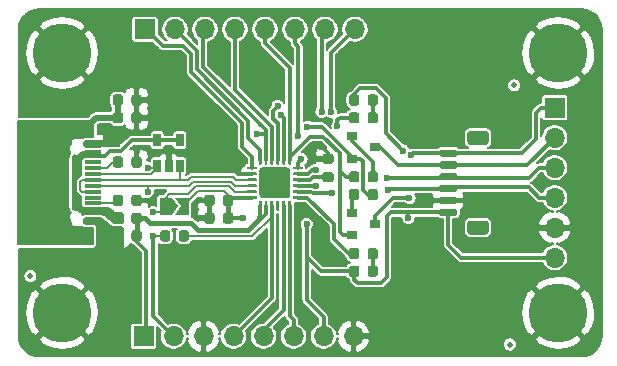
<source format=gbr>
G04 #@! TF.GenerationSoftware,KiCad,Pcbnew,(5.1.8)-1*
G04 #@! TF.CreationDate,2021-01-19T07:53:21+02:00*
G04 #@! TF.ProjectId,link,6c696e6b-2e6b-4696-9361-645f70636258,rev?*
G04 #@! TF.SameCoordinates,Original*
G04 #@! TF.FileFunction,Copper,L1,Top*
G04 #@! TF.FilePolarity,Positive*
%FSLAX46Y46*%
G04 Gerber Fmt 4.6, Leading zero omitted, Abs format (unit mm)*
G04 Created by KiCad (PCBNEW (5.1.8)-1) date 2021-01-19 07:53:21*
%MOMM*%
%LPD*%
G01*
G04 APERTURE LIST*
G04 #@! TA.AperFunction,ComponentPad*
%ADD10O,1.700000X1.700000*%
G04 #@! TD*
G04 #@! TA.AperFunction,ComponentPad*
%ADD11R,1.700000X1.700000*%
G04 #@! TD*
G04 #@! TA.AperFunction,SMDPad,CuDef*
%ADD12R,0.900000X0.800000*%
G04 #@! TD*
G04 #@! TA.AperFunction,SMDPad,CuDef*
%ADD13C,0.100000*%
G04 #@! TD*
G04 #@! TA.AperFunction,SMDPad,CuDef*
%ADD14R,1.450000X0.300000*%
G04 #@! TD*
G04 #@! TA.AperFunction,ComponentPad*
%ADD15C,5.000000*%
G04 #@! TD*
G04 #@! TA.AperFunction,SMDPad,CuDef*
%ADD16C,0.500000*%
G04 #@! TD*
G04 #@! TA.AperFunction,SMDPad,CuDef*
%ADD17R,0.650000X1.060000*%
G04 #@! TD*
G04 #@! TA.AperFunction,ViaPad*
%ADD18C,0.600000*%
G04 #@! TD*
G04 #@! TA.AperFunction,Conductor*
%ADD19C,0.500000*%
G04 #@! TD*
G04 #@! TA.AperFunction,Conductor*
%ADD20C,0.300000*%
G04 #@! TD*
G04 #@! TA.AperFunction,Conductor*
%ADD21C,0.400000*%
G04 #@! TD*
G04 #@! TA.AperFunction,Conductor*
%ADD22C,0.200000*%
G04 #@! TD*
G04 #@! TA.AperFunction,Conductor*
%ADD23C,0.150000*%
G04 #@! TD*
G04 #@! TA.AperFunction,Conductor*
%ADD24C,0.100000*%
G04 #@! TD*
G04 APERTURE END LIST*
D10*
X156700000Y-92350000D03*
X156700000Y-89810000D03*
X156700000Y-87270000D03*
X156700000Y-84730000D03*
X156700000Y-82190000D03*
D11*
X156700000Y-79650000D03*
D10*
X139780000Y-73000000D03*
X137240000Y-73000000D03*
X134700000Y-73000000D03*
X132160000Y-73000000D03*
X129620000Y-73000000D03*
X127080000Y-73000000D03*
X124540000Y-73000000D03*
D11*
X122000000Y-73000000D03*
D10*
X139660000Y-99000000D03*
X137120000Y-99000000D03*
X134580000Y-99000000D03*
X132040000Y-99000000D03*
X129500000Y-99000000D03*
X126960000Y-99000000D03*
X124420000Y-99000000D03*
D11*
X121880000Y-99000000D03*
G04 #@! TA.AperFunction,SMDPad,CuDef*
G36*
G01*
X149549999Y-89200000D02*
X150850001Y-89200000D01*
G75*
G02*
X151100000Y-89449999I0J-249999D01*
G01*
X151100000Y-90150001D01*
G75*
G02*
X150850001Y-90400000I-249999J0D01*
G01*
X149549999Y-90400000D01*
G75*
G02*
X149300000Y-90150001I0J249999D01*
G01*
X149300000Y-89449999D01*
G75*
G02*
X149549999Y-89200000I249999J0D01*
G01*
G37*
G04 #@! TD.AperFunction*
G04 #@! TA.AperFunction,SMDPad,CuDef*
G36*
G01*
X149549999Y-81600000D02*
X150850001Y-81600000D01*
G75*
G02*
X151100000Y-81849999I0J-249999D01*
G01*
X151100000Y-82550001D01*
G75*
G02*
X150850001Y-82800000I-249999J0D01*
G01*
X149549999Y-82800000D01*
G75*
G02*
X149300000Y-82550001I0J249999D01*
G01*
X149300000Y-81849999D01*
G75*
G02*
X149549999Y-81600000I249999J0D01*
G01*
G37*
G04 #@! TD.AperFunction*
G04 #@! TA.AperFunction,SMDPad,CuDef*
G36*
G01*
X147050000Y-88200000D02*
X148300000Y-88200000D01*
G75*
G02*
X148450000Y-88350000I0J-150000D01*
G01*
X148450000Y-88650000D01*
G75*
G02*
X148300000Y-88800000I-150000J0D01*
G01*
X147050000Y-88800000D01*
G75*
G02*
X146900000Y-88650000I0J150000D01*
G01*
X146900000Y-88350000D01*
G75*
G02*
X147050000Y-88200000I150000J0D01*
G01*
G37*
G04 #@! TD.AperFunction*
G04 #@! TA.AperFunction,SMDPad,CuDef*
G36*
G01*
X147050000Y-87200000D02*
X148300000Y-87200000D01*
G75*
G02*
X148450000Y-87350000I0J-150000D01*
G01*
X148450000Y-87650000D01*
G75*
G02*
X148300000Y-87800000I-150000J0D01*
G01*
X147050000Y-87800000D01*
G75*
G02*
X146900000Y-87650000I0J150000D01*
G01*
X146900000Y-87350000D01*
G75*
G02*
X147050000Y-87200000I150000J0D01*
G01*
G37*
G04 #@! TD.AperFunction*
G04 #@! TA.AperFunction,SMDPad,CuDef*
G36*
G01*
X147050000Y-86200000D02*
X148300000Y-86200000D01*
G75*
G02*
X148450000Y-86350000I0J-150000D01*
G01*
X148450000Y-86650000D01*
G75*
G02*
X148300000Y-86800000I-150000J0D01*
G01*
X147050000Y-86800000D01*
G75*
G02*
X146900000Y-86650000I0J150000D01*
G01*
X146900000Y-86350000D01*
G75*
G02*
X147050000Y-86200000I150000J0D01*
G01*
G37*
G04 #@! TD.AperFunction*
G04 #@! TA.AperFunction,SMDPad,CuDef*
G36*
G01*
X147050000Y-85200000D02*
X148300000Y-85200000D01*
G75*
G02*
X148450000Y-85350000I0J-150000D01*
G01*
X148450000Y-85650000D01*
G75*
G02*
X148300000Y-85800000I-150000J0D01*
G01*
X147050000Y-85800000D01*
G75*
G02*
X146900000Y-85650000I0J150000D01*
G01*
X146900000Y-85350000D01*
G75*
G02*
X147050000Y-85200000I150000J0D01*
G01*
G37*
G04 #@! TD.AperFunction*
G04 #@! TA.AperFunction,SMDPad,CuDef*
G36*
G01*
X147050000Y-84200000D02*
X148300000Y-84200000D01*
G75*
G02*
X148450000Y-84350000I0J-150000D01*
G01*
X148450000Y-84650000D01*
G75*
G02*
X148300000Y-84800000I-150000J0D01*
G01*
X147050000Y-84800000D01*
G75*
G02*
X146900000Y-84650000I0J150000D01*
G01*
X146900000Y-84350000D01*
G75*
G02*
X147050000Y-84200000I150000J0D01*
G01*
G37*
G04 #@! TD.AperFunction*
G04 #@! TA.AperFunction,SMDPad,CuDef*
G36*
G01*
X147050000Y-83200000D02*
X148300000Y-83200000D01*
G75*
G02*
X148450000Y-83350000I0J-150000D01*
G01*
X148450000Y-83650000D01*
G75*
G02*
X148300000Y-83800000I-150000J0D01*
G01*
X147050000Y-83800000D01*
G75*
G02*
X146900000Y-83650000I0J150000D01*
G01*
X146900000Y-83350000D01*
G75*
G02*
X147050000Y-83200000I150000J0D01*
G01*
G37*
G04 #@! TD.AperFunction*
G04 #@! TA.AperFunction,SMDPad,CuDef*
G36*
G01*
X131625000Y-84412500D02*
X131625000Y-83712500D01*
G75*
G02*
X131687500Y-83650000I62500J0D01*
G01*
X131812500Y-83650000D01*
G75*
G02*
X131875000Y-83712500I0J-62500D01*
G01*
X131875000Y-84412500D01*
G75*
G02*
X131812500Y-84475000I-62500J0D01*
G01*
X131687500Y-84475000D01*
G75*
G02*
X131625000Y-84412500I0J62500D01*
G01*
G37*
G04 #@! TD.AperFunction*
G04 #@! TA.AperFunction,SMDPad,CuDef*
G36*
G01*
X132125000Y-84412500D02*
X132125000Y-83712500D01*
G75*
G02*
X132187500Y-83650000I62500J0D01*
G01*
X132312500Y-83650000D01*
G75*
G02*
X132375000Y-83712500I0J-62500D01*
G01*
X132375000Y-84412500D01*
G75*
G02*
X132312500Y-84475000I-62500J0D01*
G01*
X132187500Y-84475000D01*
G75*
G02*
X132125000Y-84412500I0J62500D01*
G01*
G37*
G04 #@! TD.AperFunction*
G04 #@! TA.AperFunction,SMDPad,CuDef*
G36*
G01*
X132625000Y-84412500D02*
X132625000Y-83712500D01*
G75*
G02*
X132687500Y-83650000I62500J0D01*
G01*
X132812500Y-83650000D01*
G75*
G02*
X132875000Y-83712500I0J-62500D01*
G01*
X132875000Y-84412500D01*
G75*
G02*
X132812500Y-84475000I-62500J0D01*
G01*
X132687500Y-84475000D01*
G75*
G02*
X132625000Y-84412500I0J62500D01*
G01*
G37*
G04 #@! TD.AperFunction*
G04 #@! TA.AperFunction,SMDPad,CuDef*
G36*
G01*
X133125000Y-84412500D02*
X133125000Y-83712500D01*
G75*
G02*
X133187500Y-83650000I62500J0D01*
G01*
X133312500Y-83650000D01*
G75*
G02*
X133375000Y-83712500I0J-62500D01*
G01*
X133375000Y-84412500D01*
G75*
G02*
X133312500Y-84475000I-62500J0D01*
G01*
X133187500Y-84475000D01*
G75*
G02*
X133125000Y-84412500I0J62500D01*
G01*
G37*
G04 #@! TD.AperFunction*
G04 #@! TA.AperFunction,SMDPad,CuDef*
G36*
G01*
X133625000Y-84412500D02*
X133625000Y-83712500D01*
G75*
G02*
X133687500Y-83650000I62500J0D01*
G01*
X133812500Y-83650000D01*
G75*
G02*
X133875000Y-83712500I0J-62500D01*
G01*
X133875000Y-84412500D01*
G75*
G02*
X133812500Y-84475000I-62500J0D01*
G01*
X133687500Y-84475000D01*
G75*
G02*
X133625000Y-84412500I0J62500D01*
G01*
G37*
G04 #@! TD.AperFunction*
G04 #@! TA.AperFunction,SMDPad,CuDef*
G36*
G01*
X134125000Y-84412500D02*
X134125000Y-83712500D01*
G75*
G02*
X134187500Y-83650000I62500J0D01*
G01*
X134312500Y-83650000D01*
G75*
G02*
X134375000Y-83712500I0J-62500D01*
G01*
X134375000Y-84412500D01*
G75*
G02*
X134312500Y-84475000I-62500J0D01*
G01*
X134187500Y-84475000D01*
G75*
G02*
X134125000Y-84412500I0J62500D01*
G01*
G37*
G04 #@! TD.AperFunction*
G04 #@! TA.AperFunction,SMDPad,CuDef*
G36*
G01*
X134525000Y-84812500D02*
X134525000Y-84687500D01*
G75*
G02*
X134587500Y-84625000I62500J0D01*
G01*
X135287500Y-84625000D01*
G75*
G02*
X135350000Y-84687500I0J-62500D01*
G01*
X135350000Y-84812500D01*
G75*
G02*
X135287500Y-84875000I-62500J0D01*
G01*
X134587500Y-84875000D01*
G75*
G02*
X134525000Y-84812500I0J62500D01*
G01*
G37*
G04 #@! TD.AperFunction*
G04 #@! TA.AperFunction,SMDPad,CuDef*
G36*
G01*
X134525000Y-85312500D02*
X134525000Y-85187500D01*
G75*
G02*
X134587500Y-85125000I62500J0D01*
G01*
X135287500Y-85125000D01*
G75*
G02*
X135350000Y-85187500I0J-62500D01*
G01*
X135350000Y-85312500D01*
G75*
G02*
X135287500Y-85375000I-62500J0D01*
G01*
X134587500Y-85375000D01*
G75*
G02*
X134525000Y-85312500I0J62500D01*
G01*
G37*
G04 #@! TD.AperFunction*
G04 #@! TA.AperFunction,SMDPad,CuDef*
G36*
G01*
X134525000Y-85812500D02*
X134525000Y-85687500D01*
G75*
G02*
X134587500Y-85625000I62500J0D01*
G01*
X135287500Y-85625000D01*
G75*
G02*
X135350000Y-85687500I0J-62500D01*
G01*
X135350000Y-85812500D01*
G75*
G02*
X135287500Y-85875000I-62500J0D01*
G01*
X134587500Y-85875000D01*
G75*
G02*
X134525000Y-85812500I0J62500D01*
G01*
G37*
G04 #@! TD.AperFunction*
G04 #@! TA.AperFunction,SMDPad,CuDef*
G36*
G01*
X134525000Y-86312500D02*
X134525000Y-86187500D01*
G75*
G02*
X134587500Y-86125000I62500J0D01*
G01*
X135287500Y-86125000D01*
G75*
G02*
X135350000Y-86187500I0J-62500D01*
G01*
X135350000Y-86312500D01*
G75*
G02*
X135287500Y-86375000I-62500J0D01*
G01*
X134587500Y-86375000D01*
G75*
G02*
X134525000Y-86312500I0J62500D01*
G01*
G37*
G04 #@! TD.AperFunction*
G04 #@! TA.AperFunction,SMDPad,CuDef*
G36*
G01*
X134525000Y-86812500D02*
X134525000Y-86687500D01*
G75*
G02*
X134587500Y-86625000I62500J0D01*
G01*
X135287500Y-86625000D01*
G75*
G02*
X135350000Y-86687500I0J-62500D01*
G01*
X135350000Y-86812500D01*
G75*
G02*
X135287500Y-86875000I-62500J0D01*
G01*
X134587500Y-86875000D01*
G75*
G02*
X134525000Y-86812500I0J62500D01*
G01*
G37*
G04 #@! TD.AperFunction*
G04 #@! TA.AperFunction,SMDPad,CuDef*
G36*
G01*
X134525000Y-87312500D02*
X134525000Y-87187500D01*
G75*
G02*
X134587500Y-87125000I62500J0D01*
G01*
X135287500Y-87125000D01*
G75*
G02*
X135350000Y-87187500I0J-62500D01*
G01*
X135350000Y-87312500D01*
G75*
G02*
X135287500Y-87375000I-62500J0D01*
G01*
X134587500Y-87375000D01*
G75*
G02*
X134525000Y-87312500I0J62500D01*
G01*
G37*
G04 #@! TD.AperFunction*
G04 #@! TA.AperFunction,SMDPad,CuDef*
G36*
G01*
X134125000Y-88287500D02*
X134125000Y-87587500D01*
G75*
G02*
X134187500Y-87525000I62500J0D01*
G01*
X134312500Y-87525000D01*
G75*
G02*
X134375000Y-87587500I0J-62500D01*
G01*
X134375000Y-88287500D01*
G75*
G02*
X134312500Y-88350000I-62500J0D01*
G01*
X134187500Y-88350000D01*
G75*
G02*
X134125000Y-88287500I0J62500D01*
G01*
G37*
G04 #@! TD.AperFunction*
G04 #@! TA.AperFunction,SMDPad,CuDef*
G36*
G01*
X133625000Y-88287500D02*
X133625000Y-87587500D01*
G75*
G02*
X133687500Y-87525000I62500J0D01*
G01*
X133812500Y-87525000D01*
G75*
G02*
X133875000Y-87587500I0J-62500D01*
G01*
X133875000Y-88287500D01*
G75*
G02*
X133812500Y-88350000I-62500J0D01*
G01*
X133687500Y-88350000D01*
G75*
G02*
X133625000Y-88287500I0J62500D01*
G01*
G37*
G04 #@! TD.AperFunction*
G04 #@! TA.AperFunction,SMDPad,CuDef*
G36*
G01*
X133125000Y-88287500D02*
X133125000Y-87587500D01*
G75*
G02*
X133187500Y-87525000I62500J0D01*
G01*
X133312500Y-87525000D01*
G75*
G02*
X133375000Y-87587500I0J-62500D01*
G01*
X133375000Y-88287500D01*
G75*
G02*
X133312500Y-88350000I-62500J0D01*
G01*
X133187500Y-88350000D01*
G75*
G02*
X133125000Y-88287500I0J62500D01*
G01*
G37*
G04 #@! TD.AperFunction*
G04 #@! TA.AperFunction,SMDPad,CuDef*
G36*
G01*
X132625000Y-88287500D02*
X132625000Y-87587500D01*
G75*
G02*
X132687500Y-87525000I62500J0D01*
G01*
X132812500Y-87525000D01*
G75*
G02*
X132875000Y-87587500I0J-62500D01*
G01*
X132875000Y-88287500D01*
G75*
G02*
X132812500Y-88350000I-62500J0D01*
G01*
X132687500Y-88350000D01*
G75*
G02*
X132625000Y-88287500I0J62500D01*
G01*
G37*
G04 #@! TD.AperFunction*
G04 #@! TA.AperFunction,SMDPad,CuDef*
G36*
G01*
X132125000Y-88287500D02*
X132125000Y-87587500D01*
G75*
G02*
X132187500Y-87525000I62500J0D01*
G01*
X132312500Y-87525000D01*
G75*
G02*
X132375000Y-87587500I0J-62500D01*
G01*
X132375000Y-88287500D01*
G75*
G02*
X132312500Y-88350000I-62500J0D01*
G01*
X132187500Y-88350000D01*
G75*
G02*
X132125000Y-88287500I0J62500D01*
G01*
G37*
G04 #@! TD.AperFunction*
G04 #@! TA.AperFunction,SMDPad,CuDef*
G36*
G01*
X131625000Y-88287500D02*
X131625000Y-87587500D01*
G75*
G02*
X131687500Y-87525000I62500J0D01*
G01*
X131812500Y-87525000D01*
G75*
G02*
X131875000Y-87587500I0J-62500D01*
G01*
X131875000Y-88287500D01*
G75*
G02*
X131812500Y-88350000I-62500J0D01*
G01*
X131687500Y-88350000D01*
G75*
G02*
X131625000Y-88287500I0J62500D01*
G01*
G37*
G04 #@! TD.AperFunction*
G04 #@! TA.AperFunction,SMDPad,CuDef*
G36*
G01*
X130650000Y-87312500D02*
X130650000Y-87187500D01*
G75*
G02*
X130712500Y-87125000I62500J0D01*
G01*
X131412500Y-87125000D01*
G75*
G02*
X131475000Y-87187500I0J-62500D01*
G01*
X131475000Y-87312500D01*
G75*
G02*
X131412500Y-87375000I-62500J0D01*
G01*
X130712500Y-87375000D01*
G75*
G02*
X130650000Y-87312500I0J62500D01*
G01*
G37*
G04 #@! TD.AperFunction*
G04 #@! TA.AperFunction,SMDPad,CuDef*
G36*
G01*
X130650000Y-86812500D02*
X130650000Y-86687500D01*
G75*
G02*
X130712500Y-86625000I62500J0D01*
G01*
X131412500Y-86625000D01*
G75*
G02*
X131475000Y-86687500I0J-62500D01*
G01*
X131475000Y-86812500D01*
G75*
G02*
X131412500Y-86875000I-62500J0D01*
G01*
X130712500Y-86875000D01*
G75*
G02*
X130650000Y-86812500I0J62500D01*
G01*
G37*
G04 #@! TD.AperFunction*
G04 #@! TA.AperFunction,SMDPad,CuDef*
G36*
G01*
X130650000Y-86312500D02*
X130650000Y-86187500D01*
G75*
G02*
X130712500Y-86125000I62500J0D01*
G01*
X131412500Y-86125000D01*
G75*
G02*
X131475000Y-86187500I0J-62500D01*
G01*
X131475000Y-86312500D01*
G75*
G02*
X131412500Y-86375000I-62500J0D01*
G01*
X130712500Y-86375000D01*
G75*
G02*
X130650000Y-86312500I0J62500D01*
G01*
G37*
G04 #@! TD.AperFunction*
G04 #@! TA.AperFunction,SMDPad,CuDef*
G36*
G01*
X130650000Y-85812500D02*
X130650000Y-85687500D01*
G75*
G02*
X130712500Y-85625000I62500J0D01*
G01*
X131412500Y-85625000D01*
G75*
G02*
X131475000Y-85687500I0J-62500D01*
G01*
X131475000Y-85812500D01*
G75*
G02*
X131412500Y-85875000I-62500J0D01*
G01*
X130712500Y-85875000D01*
G75*
G02*
X130650000Y-85812500I0J62500D01*
G01*
G37*
G04 #@! TD.AperFunction*
G04 #@! TA.AperFunction,SMDPad,CuDef*
G36*
G01*
X130650000Y-85312500D02*
X130650000Y-85187500D01*
G75*
G02*
X130712500Y-85125000I62500J0D01*
G01*
X131412500Y-85125000D01*
G75*
G02*
X131475000Y-85187500I0J-62500D01*
G01*
X131475000Y-85312500D01*
G75*
G02*
X131412500Y-85375000I-62500J0D01*
G01*
X130712500Y-85375000D01*
G75*
G02*
X130650000Y-85312500I0J62500D01*
G01*
G37*
G04 #@! TD.AperFunction*
G04 #@! TA.AperFunction,SMDPad,CuDef*
G36*
G01*
X130650000Y-84812500D02*
X130650000Y-84687500D01*
G75*
G02*
X130712500Y-84625000I62500J0D01*
G01*
X131412500Y-84625000D01*
G75*
G02*
X131475000Y-84687500I0J-62500D01*
G01*
X131475000Y-84812500D01*
G75*
G02*
X131412500Y-84875000I-62500J0D01*
G01*
X130712500Y-84875000D01*
G75*
G02*
X130650000Y-84812500I0J62500D01*
G01*
G37*
G04 #@! TD.AperFunction*
G04 #@! TA.AperFunction,SMDPad,CuDef*
G36*
G01*
X131700000Y-87050000D02*
X131700000Y-84950000D01*
G75*
G02*
X131950000Y-84700000I250000J0D01*
G01*
X134050000Y-84700000D01*
G75*
G02*
X134300000Y-84950000I0J-250000D01*
G01*
X134300000Y-87050000D01*
G75*
G02*
X134050000Y-87300000I-250000J0D01*
G01*
X131950000Y-87300000D01*
G75*
G02*
X131700000Y-87050000I0J250000D01*
G01*
G37*
G04 #@! TD.AperFunction*
G04 #@! TA.AperFunction,SMDPad,CuDef*
G36*
G01*
X140150000Y-85243750D02*
X140150000Y-85756250D01*
G75*
G02*
X139931250Y-85975000I-218750J0D01*
G01*
X139493750Y-85975000D01*
G75*
G02*
X139275000Y-85756250I0J218750D01*
G01*
X139275000Y-85243750D01*
G75*
G02*
X139493750Y-85025000I218750J0D01*
G01*
X139931250Y-85025000D01*
G75*
G02*
X140150000Y-85243750I0J-218750D01*
G01*
G37*
G04 #@! TD.AperFunction*
G04 #@! TA.AperFunction,SMDPad,CuDef*
G36*
G01*
X141725000Y-85243750D02*
X141725000Y-85756250D01*
G75*
G02*
X141506250Y-85975000I-218750J0D01*
G01*
X141068750Y-85975000D01*
G75*
G02*
X140850000Y-85756250I0J218750D01*
G01*
X140850000Y-85243750D01*
G75*
G02*
X141068750Y-85025000I218750J0D01*
G01*
X141506250Y-85025000D01*
G75*
G02*
X141725000Y-85243750I0J-218750D01*
G01*
G37*
G04 #@! TD.AperFunction*
G04 #@! TA.AperFunction,SMDPad,CuDef*
G36*
G01*
X140850000Y-87256250D02*
X140850000Y-86743750D01*
G75*
G02*
X141068750Y-86525000I218750J0D01*
G01*
X141506250Y-86525000D01*
G75*
G02*
X141725000Y-86743750I0J-218750D01*
G01*
X141725000Y-87256250D01*
G75*
G02*
X141506250Y-87475000I-218750J0D01*
G01*
X141068750Y-87475000D01*
G75*
G02*
X140850000Y-87256250I0J218750D01*
G01*
G37*
G04 #@! TD.AperFunction*
G04 #@! TA.AperFunction,SMDPad,CuDef*
G36*
G01*
X139275000Y-87256250D02*
X139275000Y-86743750D01*
G75*
G02*
X139493750Y-86525000I218750J0D01*
G01*
X139931250Y-86525000D01*
G75*
G02*
X140150000Y-86743750I0J-218750D01*
G01*
X140150000Y-87256250D01*
G75*
G02*
X139931250Y-87475000I-218750J0D01*
G01*
X139493750Y-87475000D01*
G75*
G02*
X139275000Y-87256250I0J218750D01*
G01*
G37*
G04 #@! TD.AperFunction*
G04 #@! TA.AperFunction,SMDPad,CuDef*
G36*
G01*
X124150000Y-90243750D02*
X124150000Y-90756250D01*
G75*
G02*
X123931250Y-90975000I-218750J0D01*
G01*
X123493750Y-90975000D01*
G75*
G02*
X123275000Y-90756250I0J218750D01*
G01*
X123275000Y-90243750D01*
G75*
G02*
X123493750Y-90025000I218750J0D01*
G01*
X123931250Y-90025000D01*
G75*
G02*
X124150000Y-90243750I0J-218750D01*
G01*
G37*
G04 #@! TD.AperFunction*
G04 #@! TA.AperFunction,SMDPad,CuDef*
G36*
G01*
X125725000Y-90243750D02*
X125725000Y-90756250D01*
G75*
G02*
X125506250Y-90975000I-218750J0D01*
G01*
X125068750Y-90975000D01*
G75*
G02*
X124850000Y-90756250I0J218750D01*
G01*
X124850000Y-90243750D01*
G75*
G02*
X125068750Y-90025000I218750J0D01*
G01*
X125506250Y-90025000D01*
G75*
G02*
X125725000Y-90243750I0J-218750D01*
G01*
G37*
G04 #@! TD.AperFunction*
G04 #@! TA.AperFunction,SMDPad,CuDef*
G36*
G01*
X140150000Y-80243750D02*
X140150000Y-80756250D01*
G75*
G02*
X139931250Y-80975000I-218750J0D01*
G01*
X139493750Y-80975000D01*
G75*
G02*
X139275000Y-80756250I0J218750D01*
G01*
X139275000Y-80243750D01*
G75*
G02*
X139493750Y-80025000I218750J0D01*
G01*
X139931250Y-80025000D01*
G75*
G02*
X140150000Y-80243750I0J-218750D01*
G01*
G37*
G04 #@! TD.AperFunction*
G04 #@! TA.AperFunction,SMDPad,CuDef*
G36*
G01*
X141725000Y-80243750D02*
X141725000Y-80756250D01*
G75*
G02*
X141506250Y-80975000I-218750J0D01*
G01*
X141068750Y-80975000D01*
G75*
G02*
X140850000Y-80756250I0J218750D01*
G01*
X140850000Y-80243750D01*
G75*
G02*
X141068750Y-80025000I218750J0D01*
G01*
X141506250Y-80025000D01*
G75*
G02*
X141725000Y-80243750I0J-218750D01*
G01*
G37*
G04 #@! TD.AperFunction*
G04 #@! TA.AperFunction,SMDPad,CuDef*
G36*
G01*
X140150000Y-91743750D02*
X140150000Y-92256250D01*
G75*
G02*
X139931250Y-92475000I-218750J0D01*
G01*
X139493750Y-92475000D01*
G75*
G02*
X139275000Y-92256250I0J218750D01*
G01*
X139275000Y-91743750D01*
G75*
G02*
X139493750Y-91525000I218750J0D01*
G01*
X139931250Y-91525000D01*
G75*
G02*
X140150000Y-91743750I0J-218750D01*
G01*
G37*
G04 #@! TD.AperFunction*
G04 #@! TA.AperFunction,SMDPad,CuDef*
G36*
G01*
X141725000Y-91743750D02*
X141725000Y-92256250D01*
G75*
G02*
X141506250Y-92475000I-218750J0D01*
G01*
X141068750Y-92475000D01*
G75*
G02*
X140850000Y-92256250I0J218750D01*
G01*
X140850000Y-91743750D01*
G75*
G02*
X141068750Y-91525000I218750J0D01*
G01*
X141506250Y-91525000D01*
G75*
G02*
X141725000Y-91743750I0J-218750D01*
G01*
G37*
G04 #@! TD.AperFunction*
G04 #@! TA.AperFunction,SMDPad,CuDef*
G36*
G01*
X120850000Y-84506250D02*
X120850000Y-83993750D01*
G75*
G02*
X121068750Y-83775000I218750J0D01*
G01*
X121506250Y-83775000D01*
G75*
G02*
X121725000Y-83993750I0J-218750D01*
G01*
X121725000Y-84506250D01*
G75*
G02*
X121506250Y-84725000I-218750J0D01*
G01*
X121068750Y-84725000D01*
G75*
G02*
X120850000Y-84506250I0J218750D01*
G01*
G37*
G04 #@! TD.AperFunction*
G04 #@! TA.AperFunction,SMDPad,CuDef*
G36*
G01*
X119275000Y-84506250D02*
X119275000Y-83993750D01*
G75*
G02*
X119493750Y-83775000I218750J0D01*
G01*
X119931250Y-83775000D01*
G75*
G02*
X120150000Y-83993750I0J-218750D01*
G01*
X120150000Y-84506250D01*
G75*
G02*
X119931250Y-84725000I-218750J0D01*
G01*
X119493750Y-84725000D01*
G75*
G02*
X119275000Y-84506250I0J218750D01*
G01*
G37*
G04 #@! TD.AperFunction*
G04 #@! TA.AperFunction,SMDPad,CuDef*
G36*
G01*
X120850000Y-87756250D02*
X120850000Y-87243750D01*
G75*
G02*
X121068750Y-87025000I218750J0D01*
G01*
X121506250Y-87025000D01*
G75*
G02*
X121725000Y-87243750I0J-218750D01*
G01*
X121725000Y-87756250D01*
G75*
G02*
X121506250Y-87975000I-218750J0D01*
G01*
X121068750Y-87975000D01*
G75*
G02*
X120850000Y-87756250I0J218750D01*
G01*
G37*
G04 #@! TD.AperFunction*
G04 #@! TA.AperFunction,SMDPad,CuDef*
G36*
G01*
X119275000Y-87756250D02*
X119275000Y-87243750D01*
G75*
G02*
X119493750Y-87025000I218750J0D01*
G01*
X119931250Y-87025000D01*
G75*
G02*
X120150000Y-87243750I0J-218750D01*
G01*
X120150000Y-87756250D01*
G75*
G02*
X119931250Y-87975000I-218750J0D01*
G01*
X119493750Y-87975000D01*
G75*
G02*
X119275000Y-87756250I0J218750D01*
G01*
G37*
G04 #@! TD.AperFunction*
G04 #@! TA.AperFunction,SMDPad,CuDef*
G36*
G01*
X120850000Y-80756250D02*
X120850000Y-80243750D01*
G75*
G02*
X121068750Y-80025000I218750J0D01*
G01*
X121506250Y-80025000D01*
G75*
G02*
X121725000Y-80243750I0J-218750D01*
G01*
X121725000Y-80756250D01*
G75*
G02*
X121506250Y-80975000I-218750J0D01*
G01*
X121068750Y-80975000D01*
G75*
G02*
X120850000Y-80756250I0J218750D01*
G01*
G37*
G04 #@! TD.AperFunction*
G04 #@! TA.AperFunction,SMDPad,CuDef*
G36*
G01*
X119275000Y-80756250D02*
X119275000Y-80243750D01*
G75*
G02*
X119493750Y-80025000I218750J0D01*
G01*
X119931250Y-80025000D01*
G75*
G02*
X120150000Y-80243750I0J-218750D01*
G01*
X120150000Y-80756250D01*
G75*
G02*
X119931250Y-80975000I-218750J0D01*
G01*
X119493750Y-80975000D01*
G75*
G02*
X119275000Y-80756250I0J218750D01*
G01*
G37*
G04 #@! TD.AperFunction*
D12*
X141500000Y-83000000D03*
X139500000Y-83950000D03*
X139500000Y-82050000D03*
X141500000Y-89500000D03*
X139500000Y-90450000D03*
X139500000Y-88550000D03*
G04 #@! TA.AperFunction,SMDPad,CuDef*
D13*
G36*
X124775000Y-88000000D02*
G01*
X124275000Y-88750000D01*
X123275000Y-88750000D01*
X123275000Y-87250000D01*
X124275000Y-87250000D01*
X124775000Y-88000000D01*
G37*
G04 #@! TD.AperFunction*
G04 #@! TA.AperFunction,SMDPad,CuDef*
G36*
X125725000Y-88750000D02*
G01*
X124575000Y-88750000D01*
X125075000Y-88000000D01*
X124575000Y-87250000D01*
X125725000Y-87250000D01*
X125725000Y-88750000D01*
G37*
G04 #@! TD.AperFunction*
D14*
X117600000Y-82600000D03*
X117600000Y-83400000D03*
X117600000Y-84250000D03*
G04 #@! TA.AperFunction,ComponentPad*
G36*
G01*
X112200000Y-81180000D02*
X112800000Y-81180000D01*
G75*
G02*
X113300000Y-81680000I0J-500000D01*
G01*
X113300000Y-81680000D01*
G75*
G02*
X112800000Y-82180000I-500000J0D01*
G01*
X112200000Y-82180000D01*
G75*
G02*
X111700000Y-81680000I0J500000D01*
G01*
X111700000Y-81680000D01*
G75*
G02*
X112200000Y-81180000I500000J0D01*
G01*
G37*
G04 #@! TD.AperFunction*
G04 #@! TA.AperFunction,ComponentPad*
G36*
G01*
X112200000Y-89820000D02*
X112800000Y-89820000D01*
G75*
G02*
X113300000Y-90320000I0J-500000D01*
G01*
X113300000Y-90320000D01*
G75*
G02*
X112800000Y-90820000I-500000J0D01*
G01*
X112200000Y-90820000D01*
G75*
G02*
X111700000Y-90320000I0J500000D01*
G01*
X111700000Y-90320000D01*
G75*
G02*
X112200000Y-89820000I500000J0D01*
G01*
G37*
G04 #@! TD.AperFunction*
G04 #@! TA.AperFunction,ComponentPad*
G36*
G01*
X116380000Y-89820000D02*
X116980000Y-89820000D01*
G75*
G02*
X117480000Y-90320000I0J-500000D01*
G01*
X117480000Y-90320000D01*
G75*
G02*
X116980000Y-90820000I-500000J0D01*
G01*
X116380000Y-90820000D01*
G75*
G02*
X115880000Y-90320000I0J500000D01*
G01*
X115880000Y-90320000D01*
G75*
G02*
X116380000Y-89820000I500000J0D01*
G01*
G37*
G04 #@! TD.AperFunction*
G04 #@! TA.AperFunction,ComponentPad*
G36*
G01*
X116380000Y-81180000D02*
X116980000Y-81180000D01*
G75*
G02*
X117480000Y-81680000I0J-500000D01*
G01*
X117480000Y-81680000D01*
G75*
G02*
X116980000Y-82180000I-500000J0D01*
G01*
X116380000Y-82180000D01*
G75*
G02*
X115880000Y-81680000I0J500000D01*
G01*
X115880000Y-81680000D01*
G75*
G02*
X116380000Y-81180000I500000J0D01*
G01*
G37*
G04 #@! TD.AperFunction*
X117600000Y-82900000D03*
X117600000Y-83700000D03*
X117600000Y-84750000D03*
X117600000Y-87750000D03*
X117600000Y-88600000D03*
X117600000Y-89400000D03*
X117600000Y-89100000D03*
X117600000Y-88300000D03*
X117600000Y-87250000D03*
X117600000Y-86750000D03*
X117600000Y-86250000D03*
X117600000Y-85750000D03*
X117600000Y-85250000D03*
D15*
X157000000Y-75000000D03*
X157000000Y-97000000D03*
X115000000Y-97000000D03*
X115000000Y-75000000D03*
D16*
X153250000Y-77750000D03*
X152900000Y-99700000D03*
X112300000Y-93900000D03*
G04 #@! TA.AperFunction,SMDPad,CuDef*
G36*
G01*
X120150000Y-88743750D02*
X120150000Y-89256250D01*
G75*
G02*
X119931250Y-89475000I-218750J0D01*
G01*
X119493750Y-89475000D01*
G75*
G02*
X119275000Y-89256250I0J218750D01*
G01*
X119275000Y-88743750D01*
G75*
G02*
X119493750Y-88525000I218750J0D01*
G01*
X119931250Y-88525000D01*
G75*
G02*
X120150000Y-88743750I0J-218750D01*
G01*
G37*
G04 #@! TD.AperFunction*
G04 #@! TA.AperFunction,SMDPad,CuDef*
G36*
G01*
X121725000Y-88743750D02*
X121725000Y-89256250D01*
G75*
G02*
X121506250Y-89475000I-218750J0D01*
G01*
X121068750Y-89475000D01*
G75*
G02*
X120850000Y-89256250I0J218750D01*
G01*
X120850000Y-88743750D01*
G75*
G02*
X121068750Y-88525000I218750J0D01*
G01*
X121506250Y-88525000D01*
G75*
G02*
X121725000Y-88743750I0J-218750D01*
G01*
G37*
G04 #@! TD.AperFunction*
G04 #@! TA.AperFunction,SMDPad,CuDef*
G36*
G01*
X140150000Y-78743750D02*
X140150000Y-79256250D01*
G75*
G02*
X139931250Y-79475000I-218750J0D01*
G01*
X139493750Y-79475000D01*
G75*
G02*
X139275000Y-79256250I0J218750D01*
G01*
X139275000Y-78743750D01*
G75*
G02*
X139493750Y-78525000I218750J0D01*
G01*
X139931250Y-78525000D01*
G75*
G02*
X140150000Y-78743750I0J-218750D01*
G01*
G37*
G04 #@! TD.AperFunction*
G04 #@! TA.AperFunction,SMDPad,CuDef*
G36*
G01*
X141725000Y-78743750D02*
X141725000Y-79256250D01*
G75*
G02*
X141506250Y-79475000I-218750J0D01*
G01*
X141068750Y-79475000D01*
G75*
G02*
X140850000Y-79256250I0J218750D01*
G01*
X140850000Y-78743750D01*
G75*
G02*
X141068750Y-78525000I218750J0D01*
G01*
X141506250Y-78525000D01*
G75*
G02*
X141725000Y-78743750I0J-218750D01*
G01*
G37*
G04 #@! TD.AperFunction*
G04 #@! TA.AperFunction,SMDPad,CuDef*
G36*
G01*
X140150000Y-93243750D02*
X140150000Y-93756250D01*
G75*
G02*
X139931250Y-93975000I-218750J0D01*
G01*
X139493750Y-93975000D01*
G75*
G02*
X139275000Y-93756250I0J218750D01*
G01*
X139275000Y-93243750D01*
G75*
G02*
X139493750Y-93025000I218750J0D01*
G01*
X139931250Y-93025000D01*
G75*
G02*
X140150000Y-93243750I0J-218750D01*
G01*
G37*
G04 #@! TD.AperFunction*
G04 #@! TA.AperFunction,SMDPad,CuDef*
G36*
G01*
X141725000Y-93243750D02*
X141725000Y-93756250D01*
G75*
G02*
X141506250Y-93975000I-218750J0D01*
G01*
X141068750Y-93975000D01*
G75*
G02*
X140850000Y-93756250I0J218750D01*
G01*
X140850000Y-93243750D01*
G75*
G02*
X141068750Y-93025000I218750J0D01*
G01*
X141506250Y-93025000D01*
G75*
G02*
X141725000Y-93243750I0J-218750D01*
G01*
G37*
G04 #@! TD.AperFunction*
D17*
X123050000Y-82400000D03*
X124950000Y-82400000D03*
X124950000Y-84600000D03*
X124000000Y-84600000D03*
X123050000Y-84600000D03*
G04 #@! TA.AperFunction,SMDPad,CuDef*
G36*
G01*
X137756250Y-84400000D02*
X137243750Y-84400000D01*
G75*
G02*
X137025000Y-84181250I0J218750D01*
G01*
X137025000Y-83743750D01*
G75*
G02*
X137243750Y-83525000I218750J0D01*
G01*
X137756250Y-83525000D01*
G75*
G02*
X137975000Y-83743750I0J-218750D01*
G01*
X137975000Y-84181250D01*
G75*
G02*
X137756250Y-84400000I-218750J0D01*
G01*
G37*
G04 #@! TD.AperFunction*
G04 #@! TA.AperFunction,SMDPad,CuDef*
G36*
G01*
X137756250Y-85975000D02*
X137243750Y-85975000D01*
G75*
G02*
X137025000Y-85756250I0J218750D01*
G01*
X137025000Y-85318750D01*
G75*
G02*
X137243750Y-85100000I218750J0D01*
G01*
X137756250Y-85100000D01*
G75*
G02*
X137975000Y-85318750I0J-218750D01*
G01*
X137975000Y-85756250D01*
G75*
G02*
X137756250Y-85975000I-218750J0D01*
G01*
G37*
G04 #@! TD.AperFunction*
G04 #@! TA.AperFunction,SMDPad,CuDef*
G36*
G01*
X127900000Y-87243750D02*
X127900000Y-87756250D01*
G75*
G02*
X127681250Y-87975000I-218750J0D01*
G01*
X127243750Y-87975000D01*
G75*
G02*
X127025000Y-87756250I0J218750D01*
G01*
X127025000Y-87243750D01*
G75*
G02*
X127243750Y-87025000I218750J0D01*
G01*
X127681250Y-87025000D01*
G75*
G02*
X127900000Y-87243750I0J-218750D01*
G01*
G37*
G04 #@! TD.AperFunction*
G04 #@! TA.AperFunction,SMDPad,CuDef*
G36*
G01*
X129475000Y-87243750D02*
X129475000Y-87756250D01*
G75*
G02*
X129256250Y-87975000I-218750J0D01*
G01*
X128818750Y-87975000D01*
G75*
G02*
X128600000Y-87756250I0J218750D01*
G01*
X128600000Y-87243750D01*
G75*
G02*
X128818750Y-87025000I218750J0D01*
G01*
X129256250Y-87025000D01*
G75*
G02*
X129475000Y-87243750I0J-218750D01*
G01*
G37*
G04 #@! TD.AperFunction*
G04 #@! TA.AperFunction,SMDPad,CuDef*
G36*
G01*
X127900000Y-88743750D02*
X127900000Y-89256250D01*
G75*
G02*
X127681250Y-89475000I-218750J0D01*
G01*
X127243750Y-89475000D01*
G75*
G02*
X127025000Y-89256250I0J218750D01*
G01*
X127025000Y-88743750D01*
G75*
G02*
X127243750Y-88525000I218750J0D01*
G01*
X127681250Y-88525000D01*
G75*
G02*
X127900000Y-88743750I0J-218750D01*
G01*
G37*
G04 #@! TD.AperFunction*
G04 #@! TA.AperFunction,SMDPad,CuDef*
G36*
G01*
X129475000Y-88743750D02*
X129475000Y-89256250D01*
G75*
G02*
X129256250Y-89475000I-218750J0D01*
G01*
X128818750Y-89475000D01*
G75*
G02*
X128600000Y-89256250I0J218750D01*
G01*
X128600000Y-88743750D01*
G75*
G02*
X128818750Y-88525000I218750J0D01*
G01*
X129256250Y-88525000D01*
G75*
G02*
X129475000Y-88743750I0J-218750D01*
G01*
G37*
G04 #@! TD.AperFunction*
G04 #@! TA.AperFunction,SMDPad,CuDef*
G36*
G01*
X120150000Y-90243750D02*
X120150000Y-90756250D01*
G75*
G02*
X119931250Y-90975000I-218750J0D01*
G01*
X119493750Y-90975000D01*
G75*
G02*
X119275000Y-90756250I0J218750D01*
G01*
X119275000Y-90243750D01*
G75*
G02*
X119493750Y-90025000I218750J0D01*
G01*
X119931250Y-90025000D01*
G75*
G02*
X120150000Y-90243750I0J-218750D01*
G01*
G37*
G04 #@! TD.AperFunction*
G04 #@! TA.AperFunction,SMDPad,CuDef*
G36*
G01*
X121725000Y-90243750D02*
X121725000Y-90756250D01*
G75*
G02*
X121506250Y-90975000I-218750J0D01*
G01*
X121068750Y-90975000D01*
G75*
G02*
X120850000Y-90756250I0J218750D01*
G01*
X120850000Y-90243750D01*
G75*
G02*
X121068750Y-90025000I218750J0D01*
G01*
X121506250Y-90025000D01*
G75*
G02*
X121725000Y-90243750I0J-218750D01*
G01*
G37*
G04 #@! TD.AperFunction*
G04 #@! TA.AperFunction,SMDPad,CuDef*
G36*
G01*
X120850000Y-79256250D02*
X120850000Y-78743750D01*
G75*
G02*
X121068750Y-78525000I218750J0D01*
G01*
X121506250Y-78525000D01*
G75*
G02*
X121725000Y-78743750I0J-218750D01*
G01*
X121725000Y-79256250D01*
G75*
G02*
X121506250Y-79475000I-218750J0D01*
G01*
X121068750Y-79475000D01*
G75*
G02*
X120850000Y-79256250I0J218750D01*
G01*
G37*
G04 #@! TD.AperFunction*
G04 #@! TA.AperFunction,SMDPad,CuDef*
G36*
G01*
X119275000Y-79256250D02*
X119275000Y-78743750D01*
G75*
G02*
X119493750Y-78525000I218750J0D01*
G01*
X119931250Y-78525000D01*
G75*
G02*
X120150000Y-78743750I0J-218750D01*
G01*
X120150000Y-79256250D01*
G75*
G02*
X119931250Y-79475000I-218750J0D01*
G01*
X119493750Y-79475000D01*
G75*
G02*
X119275000Y-79256250I0J218750D01*
G01*
G37*
G04 #@! TD.AperFunction*
D18*
X133000000Y-86000000D03*
X124000000Y-83400000D03*
X118600000Y-90000000D03*
X118600000Y-90600000D03*
X118600000Y-91200000D03*
X122500000Y-87600000D03*
X121300000Y-83300000D03*
X129800000Y-84800000D03*
X118900000Y-82500000D03*
X119500000Y-82500000D03*
X118900000Y-81900000D03*
X119500000Y-81900000D03*
X126700000Y-87500000D03*
X126700000Y-89000000D03*
X137000000Y-83000000D03*
X159900000Y-86000000D03*
X145000000Y-90700000D03*
X143100000Y-76600000D03*
X127600000Y-94200000D03*
X131700000Y-77200000D03*
X136800000Y-91300000D03*
X137000000Y-95100000D03*
X126800000Y-84300000D03*
X124000000Y-80500000D03*
X128600000Y-76400000D03*
X124000000Y-79000000D03*
X130300000Y-89000000D03*
X135700000Y-89500000D03*
X143848691Y-83273524D03*
X144300000Y-89000000D03*
X122250000Y-84750000D03*
X122250000Y-86750000D03*
X133500000Y-80250000D03*
X142600000Y-86600000D03*
X133247018Y-79491052D03*
X142465578Y-85557371D03*
X144559620Y-83640380D03*
X144400000Y-87300000D03*
X122700000Y-90500000D03*
X122700000Y-88500000D03*
X131500000Y-81900000D03*
X135750000Y-81250000D03*
X137850000Y-86900000D03*
X138300000Y-81200000D03*
X135000000Y-82000000D03*
X135250000Y-84000000D03*
X136500000Y-84887500D03*
X136949997Y-80000000D03*
X136500000Y-86250000D03*
X137750000Y-80000000D03*
D19*
X124000000Y-84600000D02*
X124000000Y-83400000D01*
D20*
X121287500Y-87500000D02*
X122200000Y-87500000D01*
X122200000Y-87500000D02*
X122300000Y-87600000D01*
X121287500Y-84250000D02*
X121287500Y-83312500D01*
X121287500Y-83312500D02*
X121300000Y-83300000D01*
X131062500Y-85250000D02*
X130150000Y-85250000D01*
X130150000Y-85250000D02*
X130000000Y-85100000D01*
X127462500Y-87500000D02*
X126700000Y-87500000D01*
X127462500Y-89000000D02*
X126700000Y-89000000D01*
X137500000Y-83962500D02*
X137500000Y-83500000D01*
X137500000Y-83500000D02*
X137000000Y-83000000D01*
X156290000Y-89790000D02*
X157000000Y-89790000D01*
D19*
X116680000Y-81680000D02*
X117860000Y-80500000D01*
X117860000Y-80500000D02*
X119712500Y-80500000D01*
X119712500Y-80500000D02*
X119712500Y-79000000D01*
D21*
X121287500Y-89000000D02*
X121287500Y-90500000D01*
D20*
X132250000Y-87937500D02*
X132250000Y-88650000D01*
X132250000Y-88650000D02*
X132000000Y-88900000D01*
X131750000Y-88850000D02*
X131750000Y-87937500D01*
X131700000Y-88900000D02*
X131750000Y-88850000D01*
X132000000Y-88900000D02*
X131700000Y-88900000D01*
D21*
X122000000Y-89000000D02*
X122400000Y-89400000D01*
X121287500Y-89000000D02*
X122000000Y-89000000D01*
X122400000Y-89400000D02*
X125900000Y-89400000D01*
X126500000Y-90000000D02*
X130700000Y-90000000D01*
X130700000Y-90000000D02*
X131800000Y-88900000D01*
X125900000Y-89400000D02*
X126500000Y-90000000D01*
D20*
X122100000Y-98780000D02*
X121880000Y-99000000D01*
X122100000Y-91787500D02*
X122100000Y-98780000D01*
X121287500Y-90500000D02*
X121287500Y-90975000D01*
X121287500Y-90975000D02*
X122100000Y-91787500D01*
X129287500Y-87250000D02*
X129037500Y-87500000D01*
D21*
X129037500Y-87500000D02*
X129037500Y-89000000D01*
D20*
X131062500Y-87250000D02*
X129287500Y-87250000D01*
D22*
X129037500Y-87025000D02*
X129037500Y-87500000D01*
X128712510Y-86700010D02*
X129037500Y-87025000D01*
X126524990Y-86700010D02*
X128712510Y-86700010D01*
X125225000Y-88000000D02*
X126524990Y-86700010D01*
D20*
X129037500Y-89000000D02*
X130300000Y-89000000D01*
X139712500Y-93500000D02*
X139712500Y-93975000D01*
X135700000Y-89500000D02*
X135700000Y-95950000D01*
X137120000Y-97370000D02*
X137120000Y-99000000D01*
X135700000Y-95950000D02*
X137120000Y-97370000D01*
X139712500Y-78525000D02*
X140237500Y-78000000D01*
X139712500Y-79000000D02*
X139712500Y-78525000D01*
X141566850Y-78000000D02*
X142400000Y-78833150D01*
X140237500Y-78000000D02*
X141566850Y-78000000D01*
X142400000Y-78833150D02*
X142400000Y-81824833D01*
X142400000Y-81824833D02*
X143848691Y-83273524D01*
X144300000Y-89000000D02*
X144300000Y-88500000D01*
X135700000Y-89924264D02*
X135700000Y-89500000D01*
X139712500Y-93500000D02*
X136887500Y-93500000D01*
X135700000Y-92312500D02*
X135700000Y-89924264D01*
X136887500Y-93500000D02*
X135700000Y-92312500D01*
X142800000Y-88500000D02*
X147675000Y-88500000D01*
X142500000Y-88800000D02*
X142800000Y-88500000D01*
X139712500Y-94212500D02*
X140000000Y-94500000D01*
X139712500Y-93500000D02*
X139712500Y-94212500D01*
X140000000Y-94500000D02*
X142000000Y-94500000D01*
X142000000Y-94500000D02*
X142500000Y-94000000D01*
X142500000Y-94000000D02*
X142500000Y-88800000D01*
X147675000Y-88500000D02*
X147675000Y-91275000D01*
X148750000Y-92350000D02*
X156700000Y-92350000D01*
X147675000Y-91275000D02*
X148750000Y-92350000D01*
X134937500Y-85750000D02*
X136000000Y-85750000D01*
X136212500Y-85537500D02*
X137500000Y-85537500D01*
X136000000Y-85750000D02*
X136212500Y-85537500D01*
X118625000Y-83700000D02*
X119025000Y-83300000D01*
X117600000Y-83700000D02*
X118625000Y-83700000D01*
X119025000Y-83300000D02*
X120000000Y-83300000D01*
X120900000Y-82400000D02*
X123050000Y-82400000D01*
X120000000Y-83300000D02*
X120900000Y-82400000D01*
X123050000Y-82400000D02*
X124950000Y-82400000D01*
D22*
X116675000Y-85750000D02*
X117600000Y-85750000D01*
X116500000Y-86575000D02*
X116500000Y-85925000D01*
X116675000Y-86750000D02*
X116500000Y-86575000D01*
X116500000Y-85925000D02*
X116675000Y-85750000D01*
X117600000Y-86750000D02*
X116675000Y-86750000D01*
X124950000Y-85650000D02*
X124950000Y-84600000D01*
X124850000Y-85750000D02*
X124950000Y-85650000D01*
X125684302Y-85750000D02*
X125934321Y-85499980D01*
X124750000Y-85750000D02*
X125684302Y-85750000D01*
X124750000Y-85750000D02*
X117600000Y-85750000D01*
X124850000Y-85750000D02*
X124750000Y-85750000D01*
X129465678Y-85499980D02*
X125934321Y-85499980D01*
X129715698Y-85750000D02*
X129465678Y-85499980D01*
X131062500Y-85750000D02*
X129715698Y-85750000D01*
X117600000Y-85250000D02*
X120950000Y-85250000D01*
X117600000Y-86250000D02*
X120950000Y-86250000D01*
X122250000Y-86250000D02*
X122250000Y-86750000D01*
X120950000Y-86250000D02*
X122250000Y-86250000D01*
X123050000Y-84600000D02*
X123050000Y-84700000D01*
X122500000Y-85250000D02*
X120950000Y-85250000D01*
X123050000Y-84700000D02*
X122500000Y-85250000D01*
X122900000Y-84750000D02*
X123050000Y-84600000D01*
X122250000Y-84750000D02*
X122900000Y-84750000D01*
X129650000Y-86250000D02*
X131062500Y-86250000D01*
X122250000Y-86250000D02*
X125750000Y-86250000D01*
X129299990Y-85899990D02*
X129650000Y-86250000D01*
X125750000Y-86250000D02*
X126100010Y-85899990D01*
X126100010Y-85899990D02*
X129299990Y-85899990D01*
D20*
X141287500Y-92000000D02*
X141287500Y-93500000D01*
X141287500Y-80500000D02*
X141287500Y-79000000D01*
X156150000Y-87250000D02*
X157000000Y-87250000D01*
X133750000Y-84062500D02*
X133750000Y-83150000D01*
X133750000Y-83150000D02*
X133750000Y-80500000D01*
X133750000Y-80500000D02*
X133500000Y-80250000D01*
X142700000Y-86500000D02*
X142600000Y-86600000D01*
X147675000Y-86500000D02*
X142700000Y-86500000D01*
X154500000Y-86400000D02*
X155370000Y-87270000D01*
X147675000Y-86500000D02*
X147775000Y-86400000D01*
X155370000Y-87270000D02*
X156700000Y-87270000D01*
X147775000Y-86400000D02*
X154500000Y-86400000D01*
X156390000Y-84710000D02*
X157000000Y-84710000D01*
X133250000Y-84062500D02*
X133250000Y-82942880D01*
X132849999Y-79888071D02*
X133247018Y-79491052D01*
X133250000Y-82942880D02*
X133250000Y-80962002D01*
X132849999Y-80562001D02*
X132849999Y-79888071D01*
X133250000Y-80962002D02*
X132849999Y-80562001D01*
X147617629Y-85557371D02*
X147675000Y-85500000D01*
X142465578Y-85557371D02*
X147617629Y-85557371D01*
X155370000Y-84730000D02*
X156700000Y-84730000D01*
X154500000Y-85600000D02*
X155370000Y-84730000D01*
X147675000Y-85500000D02*
X147775000Y-85600000D01*
X147775000Y-85600000D02*
X154500000Y-85600000D01*
X157000000Y-82300000D02*
X157000000Y-82170000D01*
X141900000Y-83000000D02*
X141500000Y-83000000D01*
X147675000Y-84500000D02*
X143400000Y-84500000D01*
X143400000Y-84500000D02*
X141900000Y-83000000D01*
X154390000Y-84500000D02*
X156700000Y-82190000D01*
X147675000Y-84500000D02*
X154390000Y-84500000D01*
X144700000Y-83500000D02*
X144559620Y-83640380D01*
X147675000Y-83500000D02*
X144700000Y-83500000D01*
X141500000Y-88800000D02*
X143000000Y-87300000D01*
X143000000Y-87300000D02*
X143775736Y-87300000D01*
X141500000Y-89500000D02*
X141500000Y-88800000D01*
X143775736Y-87300000D02*
X144400000Y-87300000D01*
X147675000Y-83500000D02*
X153900000Y-83500000D01*
X153900000Y-83500000D02*
X155100000Y-82300000D01*
X155550000Y-79650000D02*
X156700000Y-79650000D01*
X155100000Y-80100000D02*
X155550000Y-79650000D01*
X155100000Y-82300000D02*
X155100000Y-80100000D01*
D22*
X118525000Y-84750000D02*
X117600000Y-84750000D01*
X118775000Y-84750000D02*
X118525000Y-84750000D01*
X119275000Y-84250000D02*
X118775000Y-84750000D01*
X119712500Y-84250000D02*
X119275000Y-84250000D01*
X119462500Y-87750000D02*
X119712500Y-87500000D01*
X117600000Y-87750000D02*
X119462500Y-87750000D01*
X123712500Y-90500000D02*
X122700000Y-90500000D01*
X123275000Y-88500000D02*
X123775000Y-88000000D01*
X122700000Y-88500000D02*
X123275000Y-88500000D01*
X129134301Y-86300001D02*
X126299999Y-86300001D01*
X123775000Y-87250000D02*
X123775000Y-88000000D01*
X126299999Y-86300001D02*
X125650010Y-86949990D01*
X131062500Y-86750000D02*
X129584300Y-86750000D01*
X124075010Y-86949990D02*
X123775000Y-87250000D01*
X125650010Y-86949990D02*
X124075010Y-86949990D01*
X129584300Y-86750000D02*
X129134301Y-86300001D01*
D20*
X123712500Y-98292500D02*
X124420000Y-99000000D01*
X122700000Y-97280000D02*
X123712500Y-98292500D01*
X122700000Y-90500000D02*
X122700000Y-97280000D01*
X139000000Y-85500000D02*
X139712500Y-85500000D01*
X138500000Y-85000000D02*
X139000000Y-85500000D01*
X138750000Y-90450000D02*
X138500000Y-90200000D01*
X139500000Y-90450000D02*
X138750000Y-90450000D01*
X138500000Y-90200000D02*
X138500000Y-85000000D01*
X134250000Y-76292081D02*
X134250000Y-83650000D01*
X134250000Y-83650000D02*
X134250000Y-84062500D01*
X132160000Y-74202081D02*
X134250000Y-76292081D01*
X132160000Y-73000000D02*
X132160000Y-74202081D01*
X136000000Y-82100000D02*
X134250000Y-83850000D01*
X134250000Y-83850000D02*
X134250000Y-84062500D01*
X137100000Y-82100000D02*
X136000000Y-82100000D01*
X138500000Y-85000000D02*
X138500000Y-83500000D01*
X138500000Y-83500000D02*
X137100000Y-82100000D01*
X139500000Y-87212500D02*
X139712500Y-87000000D01*
X139500000Y-88550000D02*
X139500000Y-87212500D01*
X140250000Y-83950000D02*
X139500000Y-83950000D01*
X140500000Y-84200000D02*
X140250000Y-83950000D01*
X140850000Y-87000000D02*
X140500000Y-86650000D01*
X140500000Y-86650000D02*
X140500000Y-84200000D01*
X141287500Y-87000000D02*
X140850000Y-87000000D01*
X136957120Y-81250000D02*
X136174264Y-81250000D01*
X139500000Y-83950000D02*
X139500000Y-83792880D01*
X139500000Y-83792880D02*
X136957120Y-81250000D01*
X136174264Y-81250000D02*
X135750000Y-81250000D01*
X132250000Y-84062500D02*
X132250000Y-81550000D01*
X131800000Y-81100000D02*
X131784620Y-81084620D01*
X132250000Y-81550000D02*
X131800000Y-81100000D01*
X132149990Y-81900000D02*
X132249990Y-82000000D01*
X131500000Y-81900000D02*
X132149990Y-81900000D01*
X126900000Y-73180000D02*
X127080000Y-73000000D01*
X131800000Y-81100000D02*
X126900000Y-76200000D01*
X126900000Y-76200000D02*
X126900000Y-73180000D01*
X141287500Y-84280380D02*
X141287500Y-85025000D01*
X141287500Y-85025000D02*
X141287500Y-85500000D01*
X139500000Y-82492880D02*
X141287500Y-84280380D01*
X139500000Y-82050000D02*
X139500000Y-82492880D01*
X139275000Y-92000000D02*
X139712500Y-92000000D01*
X138000000Y-90725000D02*
X139275000Y-92000000D01*
X138000000Y-89500000D02*
X138000000Y-90725000D01*
X134937500Y-87250000D02*
X135750000Y-87250000D01*
X135750000Y-87250000D02*
X138000000Y-89500000D01*
X138300000Y-81200000D02*
X138300000Y-80700000D01*
X138500000Y-80500000D02*
X139712500Y-80500000D01*
X138300000Y-80700000D02*
X138500000Y-80500000D01*
X137425736Y-86900000D02*
X137850000Y-86900000D01*
X136187998Y-86900000D02*
X137425736Y-86900000D01*
X136037998Y-86750000D02*
X136187998Y-86900000D01*
X134937500Y-86750000D02*
X136037998Y-86750000D01*
X130750000Y-82250000D02*
X130750000Y-80757120D01*
X131750000Y-83250000D02*
X130750000Y-82250000D01*
X131750000Y-84062500D02*
X131750000Y-83250000D01*
X126400000Y-74860000D02*
X124540000Y-73000000D01*
X130750000Y-80757120D02*
X126400000Y-76407120D01*
X126400000Y-76407120D02*
X126400000Y-74860000D01*
X129620000Y-78120000D02*
X129620000Y-73000000D01*
X132750000Y-84062500D02*
X132750000Y-81250000D01*
X132750000Y-81250000D02*
X129620000Y-78120000D01*
X134937500Y-84312500D02*
X135250000Y-84000000D01*
X134937500Y-84750000D02*
X134937500Y-84312500D01*
X135000000Y-74502081D02*
X135000000Y-81575736D01*
X134700000Y-74202081D02*
X135000000Y-74502081D01*
X135000000Y-81575736D02*
X135000000Y-82000000D01*
X134700000Y-73000000D02*
X134700000Y-74202081D01*
X136155380Y-84887500D02*
X136500000Y-84887500D01*
X134937500Y-85250000D02*
X135792880Y-85250000D01*
X135792880Y-85250000D02*
X136155380Y-84887500D01*
X136949997Y-73290003D02*
X137240000Y-73000000D01*
X136949997Y-80000000D02*
X136949997Y-73290003D01*
X134937500Y-86250000D02*
X136500000Y-86250000D01*
X137750000Y-75030000D02*
X139780000Y-73000000D01*
X137750000Y-80000000D02*
X137750000Y-75030000D01*
X134250000Y-97250000D02*
X134250000Y-87937500D01*
X134580000Y-99000000D02*
X134580000Y-97580000D01*
X134580000Y-97580000D02*
X134250000Y-97250000D01*
X133750000Y-96750000D02*
X133750000Y-87937500D01*
X132040000Y-99000000D02*
X132040000Y-98460000D01*
X132040000Y-98460000D02*
X133750000Y-96750000D01*
X122100000Y-73000000D02*
X122000000Y-73000000D01*
X125232880Y-74400000D02*
X123500000Y-74400000D01*
X125899990Y-75067110D02*
X125232880Y-74400000D01*
X131062500Y-84750000D02*
X131062500Y-83812500D01*
X130250000Y-83000000D02*
X130250000Y-80964240D01*
X131062500Y-83812500D02*
X130250000Y-83000000D01*
X130250000Y-80964240D02*
X125899990Y-76614230D01*
X123500000Y-74400000D02*
X122100000Y-73000000D01*
X125899990Y-76614230D02*
X125899990Y-75067110D01*
D22*
X132750000Y-88350000D02*
X132750000Y-87937500D01*
X132750000Y-88857120D02*
X132750000Y-88350000D01*
X131107120Y-90500000D02*
X132750000Y-88857120D01*
X125287500Y-90500000D02*
X131107120Y-90500000D01*
D20*
X132750000Y-95750000D02*
X129500000Y-99000000D01*
X132750000Y-87937500D02*
X132750000Y-95750000D01*
D23*
X119198365Y-89714739D02*
X119208862Y-89721774D01*
X119267600Y-89754326D01*
X119281097Y-89760158D01*
X119291364Y-89762662D01*
X119357565Y-89773936D01*
X119370156Y-89775000D01*
X119992612Y-89775000D01*
X120047274Y-89785873D01*
X120087349Y-89812651D01*
X120114127Y-89852726D01*
X120125000Y-89907388D01*
X120125000Y-91392612D01*
X120114127Y-91447274D01*
X120087349Y-91487349D01*
X120047274Y-91514127D01*
X119992612Y-91525000D01*
X118107388Y-91525000D01*
X118052726Y-91514127D01*
X118012651Y-91487349D01*
X117985873Y-91447274D01*
X117975000Y-91392612D01*
X117975000Y-89900000D01*
X117973559Y-89885368D01*
X117973559Y-89885367D01*
X117969716Y-89846351D01*
X117954492Y-89769814D01*
X117938842Y-89718223D01*
X117913429Y-89670679D01*
X117870074Y-89605795D01*
X117835877Y-89564126D01*
X117794205Y-89529926D01*
X117729321Y-89486571D01*
X117681774Y-89461157D01*
X117630186Y-89445508D01*
X117553649Y-89430284D01*
X117500000Y-89425000D01*
X116875000Y-89425000D01*
X116875000Y-89107388D01*
X116881442Y-89075000D01*
X118398692Y-89075000D01*
X119198365Y-89714739D01*
G04 #@! TA.AperFunction,Conductor*
D24*
G36*
X119198365Y-89714739D02*
G01*
X119208862Y-89721774D01*
X119267600Y-89754326D01*
X119281097Y-89760158D01*
X119291364Y-89762662D01*
X119357565Y-89773936D01*
X119370156Y-89775000D01*
X119992612Y-89775000D01*
X120047274Y-89785873D01*
X120087349Y-89812651D01*
X120114127Y-89852726D01*
X120125000Y-89907388D01*
X120125000Y-91392612D01*
X120114127Y-91447274D01*
X120087349Y-91487349D01*
X120047274Y-91514127D01*
X119992612Y-91525000D01*
X118107388Y-91525000D01*
X118052726Y-91514127D01*
X118012651Y-91487349D01*
X117985873Y-91447274D01*
X117975000Y-91392612D01*
X117975000Y-89900000D01*
X117973559Y-89885368D01*
X117973559Y-89885367D01*
X117969716Y-89846351D01*
X117954492Y-89769814D01*
X117938842Y-89718223D01*
X117913429Y-89670679D01*
X117870074Y-89605795D01*
X117835877Y-89564126D01*
X117794205Y-89529926D01*
X117729321Y-89486571D01*
X117681774Y-89461157D01*
X117630186Y-89445508D01*
X117553649Y-89430284D01*
X117500000Y-89425000D01*
X116875000Y-89425000D01*
X116875000Y-89107388D01*
X116881442Y-89075000D01*
X118398692Y-89075000D01*
X119198365Y-89714739D01*
G37*
G04 #@! TD.AperFunction*
D23*
X118147274Y-83385873D02*
X118187349Y-83412651D01*
X118214127Y-83452726D01*
X118225000Y-83507388D01*
X118225000Y-83692612D01*
X118214127Y-83747274D01*
X118187349Y-83787349D01*
X118147274Y-83814127D01*
X118099298Y-83823670D01*
X116875000Y-83823670D01*
X116821091Y-83828980D01*
X116769253Y-83844704D01*
X116721479Y-83870240D01*
X116679605Y-83904605D01*
X116645240Y-83946479D01*
X116619704Y-83994253D01*
X116603980Y-84046091D01*
X116598670Y-84100000D01*
X116598670Y-84400000D01*
X116603980Y-84453909D01*
X116617961Y-84500000D01*
X116603980Y-84546091D01*
X116598670Y-84600000D01*
X116598670Y-84900000D01*
X116603980Y-84953909D01*
X116617961Y-85000000D01*
X116603980Y-85046091D01*
X116598670Y-85100000D01*
X116598670Y-85381281D01*
X116530800Y-85401869D01*
X116465653Y-85436691D01*
X116408552Y-85483552D01*
X116396805Y-85497866D01*
X116247862Y-85646809D01*
X116233553Y-85658552D01*
X116221811Y-85672860D01*
X116186691Y-85715654D01*
X116151870Y-85780800D01*
X116138866Y-85823670D01*
X116130427Y-85851488D01*
X116123186Y-85925000D01*
X116125001Y-85943426D01*
X116125000Y-86556583D01*
X116123186Y-86575000D01*
X116125000Y-86593416D01*
X116125000Y-86593418D01*
X116130426Y-86648512D01*
X116151869Y-86719199D01*
X116186691Y-86784346D01*
X116233552Y-86841448D01*
X116247866Y-86853195D01*
X116396805Y-87002134D01*
X116408552Y-87016448D01*
X116465653Y-87063309D01*
X116530800Y-87098131D01*
X116598670Y-87118719D01*
X116598670Y-87400000D01*
X116603980Y-87453909D01*
X116617961Y-87500000D01*
X116603980Y-87546091D01*
X116598670Y-87600000D01*
X116598670Y-87900000D01*
X116603980Y-87953909D01*
X116619704Y-88005747D01*
X116645240Y-88053521D01*
X116679605Y-88095395D01*
X116721479Y-88129760D01*
X116769253Y-88155296D01*
X116821091Y-88171020D01*
X116875000Y-88176330D01*
X118325000Y-88176330D01*
X118338503Y-88175000D01*
X118923501Y-88175000D01*
X118970862Y-88183066D01*
X119012885Y-88206354D01*
X119398365Y-88514739D01*
X119408862Y-88521774D01*
X119467600Y-88554326D01*
X119481097Y-88560158D01*
X119491364Y-88562662D01*
X119557565Y-88573936D01*
X119570156Y-88575000D01*
X119992612Y-88575000D01*
X120047274Y-88585873D01*
X120087349Y-88612651D01*
X120114127Y-88652726D01*
X120125000Y-88707388D01*
X120125000Y-89292612D01*
X120114127Y-89347274D01*
X120087349Y-89387349D01*
X120047274Y-89414127D01*
X119992612Y-89425000D01*
X119481902Y-89425000D01*
X119431615Y-89415865D01*
X119387748Y-89389621D01*
X118705942Y-88793042D01*
X118695058Y-88785123D01*
X118633702Y-88748417D01*
X118620406Y-88742142D01*
X118608603Y-88738987D01*
X118538258Y-88726208D01*
X118524853Y-88725000D01*
X118484321Y-88725000D01*
X118478521Y-88720240D01*
X118430747Y-88694704D01*
X118378909Y-88678980D01*
X118325000Y-88673670D01*
X116875000Y-88673670D01*
X116821091Y-88678980D01*
X116769253Y-88694704D01*
X116724342Y-88718710D01*
X116681713Y-88615793D01*
X116616050Y-88517522D01*
X116532478Y-88433950D01*
X116434207Y-88368287D01*
X116325014Y-88323058D01*
X116209095Y-88300000D01*
X116090905Y-88300000D01*
X116065161Y-88305121D01*
X115931985Y-88205239D01*
X115890042Y-88154981D01*
X115875000Y-88091265D01*
X115875000Y-83837199D01*
X115885415Y-83783651D01*
X115911131Y-83744080D01*
X115955837Y-83712812D01*
X116017512Y-83685401D01*
X116090905Y-83700000D01*
X116209095Y-83700000D01*
X116325014Y-83676942D01*
X116434207Y-83631713D01*
X116532478Y-83566050D01*
X116616050Y-83482478D01*
X116676016Y-83392733D01*
X116684483Y-83388970D01*
X116750313Y-83375000D01*
X118092612Y-83375000D01*
X118147274Y-83385873D01*
G04 #@! TA.AperFunction,Conductor*
D24*
G36*
X118147274Y-83385873D02*
G01*
X118187349Y-83412651D01*
X118214127Y-83452726D01*
X118225000Y-83507388D01*
X118225000Y-83692612D01*
X118214127Y-83747274D01*
X118187349Y-83787349D01*
X118147274Y-83814127D01*
X118099298Y-83823670D01*
X116875000Y-83823670D01*
X116821091Y-83828980D01*
X116769253Y-83844704D01*
X116721479Y-83870240D01*
X116679605Y-83904605D01*
X116645240Y-83946479D01*
X116619704Y-83994253D01*
X116603980Y-84046091D01*
X116598670Y-84100000D01*
X116598670Y-84400000D01*
X116603980Y-84453909D01*
X116617961Y-84500000D01*
X116603980Y-84546091D01*
X116598670Y-84600000D01*
X116598670Y-84900000D01*
X116603980Y-84953909D01*
X116617961Y-85000000D01*
X116603980Y-85046091D01*
X116598670Y-85100000D01*
X116598670Y-85381281D01*
X116530800Y-85401869D01*
X116465653Y-85436691D01*
X116408552Y-85483552D01*
X116396805Y-85497866D01*
X116247862Y-85646809D01*
X116233553Y-85658552D01*
X116221811Y-85672860D01*
X116186691Y-85715654D01*
X116151870Y-85780800D01*
X116138866Y-85823670D01*
X116130427Y-85851488D01*
X116123186Y-85925000D01*
X116125001Y-85943426D01*
X116125000Y-86556583D01*
X116123186Y-86575000D01*
X116125000Y-86593416D01*
X116125000Y-86593418D01*
X116130426Y-86648512D01*
X116151869Y-86719199D01*
X116186691Y-86784346D01*
X116233552Y-86841448D01*
X116247866Y-86853195D01*
X116396805Y-87002134D01*
X116408552Y-87016448D01*
X116465653Y-87063309D01*
X116530800Y-87098131D01*
X116598670Y-87118719D01*
X116598670Y-87400000D01*
X116603980Y-87453909D01*
X116617961Y-87500000D01*
X116603980Y-87546091D01*
X116598670Y-87600000D01*
X116598670Y-87900000D01*
X116603980Y-87953909D01*
X116619704Y-88005747D01*
X116645240Y-88053521D01*
X116679605Y-88095395D01*
X116721479Y-88129760D01*
X116769253Y-88155296D01*
X116821091Y-88171020D01*
X116875000Y-88176330D01*
X118325000Y-88176330D01*
X118338503Y-88175000D01*
X118923501Y-88175000D01*
X118970862Y-88183066D01*
X119012885Y-88206354D01*
X119398365Y-88514739D01*
X119408862Y-88521774D01*
X119467600Y-88554326D01*
X119481097Y-88560158D01*
X119491364Y-88562662D01*
X119557565Y-88573936D01*
X119570156Y-88575000D01*
X119992612Y-88575000D01*
X120047274Y-88585873D01*
X120087349Y-88612651D01*
X120114127Y-88652726D01*
X120125000Y-88707388D01*
X120125000Y-89292612D01*
X120114127Y-89347274D01*
X120087349Y-89387349D01*
X120047274Y-89414127D01*
X119992612Y-89425000D01*
X119481902Y-89425000D01*
X119431615Y-89415865D01*
X119387748Y-89389621D01*
X118705942Y-88793042D01*
X118695058Y-88785123D01*
X118633702Y-88748417D01*
X118620406Y-88742142D01*
X118608603Y-88738987D01*
X118538258Y-88726208D01*
X118524853Y-88725000D01*
X118484321Y-88725000D01*
X118478521Y-88720240D01*
X118430747Y-88694704D01*
X118378909Y-88678980D01*
X118325000Y-88673670D01*
X116875000Y-88673670D01*
X116821091Y-88678980D01*
X116769253Y-88694704D01*
X116724342Y-88718710D01*
X116681713Y-88615793D01*
X116616050Y-88517522D01*
X116532478Y-88433950D01*
X116434207Y-88368287D01*
X116325014Y-88323058D01*
X116209095Y-88300000D01*
X116090905Y-88300000D01*
X116065161Y-88305121D01*
X115931985Y-88205239D01*
X115890042Y-88154981D01*
X115875000Y-88091265D01*
X115875000Y-83837199D01*
X115885415Y-83783651D01*
X115911131Y-83744080D01*
X115955837Y-83712812D01*
X116017512Y-83685401D01*
X116090905Y-83700000D01*
X116209095Y-83700000D01*
X116325014Y-83676942D01*
X116434207Y-83631713D01*
X116532478Y-83566050D01*
X116616050Y-83482478D01*
X116676016Y-83392733D01*
X116684483Y-83388970D01*
X116750313Y-83375000D01*
X118092612Y-83375000D01*
X118147274Y-83385873D01*
G37*
G04 #@! TD.AperFunction*
D23*
X119747274Y-81585873D02*
X119787349Y-81612651D01*
X119814127Y-81652726D01*
X119825000Y-81707388D01*
X119825000Y-82792612D01*
X119814127Y-82847274D01*
X119795601Y-82875000D01*
X119045866Y-82875000D01*
X119024999Y-82872945D01*
X119004132Y-82875000D01*
X119004126Y-82875000D01*
X118950098Y-82880321D01*
X118941685Y-82881150D01*
X118917383Y-82888522D01*
X118861573Y-82905452D01*
X118825001Y-82925000D01*
X117007388Y-82925000D01*
X116952726Y-82914127D01*
X116912651Y-82887349D01*
X116885873Y-82847274D01*
X116875000Y-82792612D01*
X116875000Y-82607388D01*
X116885873Y-82552726D01*
X116912651Y-82512651D01*
X116952726Y-82485873D01*
X117007388Y-82475000D01*
X118300000Y-82475000D01*
X118314632Y-82473559D01*
X118391169Y-82458335D01*
X118405238Y-82454067D01*
X118418205Y-82447136D01*
X118483089Y-82403781D01*
X118494455Y-82394454D01*
X118503781Y-82383089D01*
X118547136Y-82318205D01*
X118554067Y-82305239D01*
X118558335Y-82291169D01*
X118573559Y-82214632D01*
X118575000Y-82200000D01*
X118575000Y-81707388D01*
X118585873Y-81652726D01*
X118612651Y-81612651D01*
X118652726Y-81585873D01*
X118707388Y-81575000D01*
X119692612Y-81575000D01*
X119747274Y-81585873D01*
G04 #@! TA.AperFunction,Conductor*
D24*
G36*
X119747274Y-81585873D02*
G01*
X119787349Y-81612651D01*
X119814127Y-81652726D01*
X119825000Y-81707388D01*
X119825000Y-82792612D01*
X119814127Y-82847274D01*
X119795601Y-82875000D01*
X119045866Y-82875000D01*
X119024999Y-82872945D01*
X119004132Y-82875000D01*
X119004126Y-82875000D01*
X118950098Y-82880321D01*
X118941685Y-82881150D01*
X118917383Y-82888522D01*
X118861573Y-82905452D01*
X118825001Y-82925000D01*
X117007388Y-82925000D01*
X116952726Y-82914127D01*
X116912651Y-82887349D01*
X116885873Y-82847274D01*
X116875000Y-82792612D01*
X116875000Y-82607388D01*
X116885873Y-82552726D01*
X116912651Y-82512651D01*
X116952726Y-82485873D01*
X117007388Y-82475000D01*
X118300000Y-82475000D01*
X118314632Y-82473559D01*
X118391169Y-82458335D01*
X118405238Y-82454067D01*
X118418205Y-82447136D01*
X118483089Y-82403781D01*
X118494455Y-82394454D01*
X118503781Y-82383089D01*
X118547136Y-82318205D01*
X118554067Y-82305239D01*
X118558335Y-82291169D01*
X118573559Y-82214632D01*
X118575000Y-82200000D01*
X118575000Y-81707388D01*
X118585873Y-81652726D01*
X118612651Y-81612651D01*
X118652726Y-81585873D01*
X118707388Y-81575000D01*
X119692612Y-81575000D01*
X119747274Y-81585873D01*
G37*
G04 #@! TD.AperFunction*
D22*
X159325040Y-71358429D02*
X159637699Y-71452827D01*
X159926068Y-71606156D01*
X160179167Y-71812578D01*
X160387345Y-72064223D01*
X160542685Y-72351518D01*
X160639261Y-72663508D01*
X160675001Y-73003549D01*
X160675000Y-98984103D01*
X160641571Y-99325041D01*
X160547173Y-99637700D01*
X160393843Y-99926070D01*
X160187422Y-100179167D01*
X159935780Y-100387344D01*
X159648481Y-100542685D01*
X159336497Y-100639260D01*
X158996460Y-100675000D01*
X113015897Y-100675000D01*
X112674959Y-100641571D01*
X112362300Y-100547173D01*
X112073930Y-100393843D01*
X111820833Y-100187422D01*
X111612656Y-99935780D01*
X111457315Y-99648481D01*
X111360740Y-99336497D01*
X111347120Y-99206911D01*
X113010878Y-99206911D01*
X113291146Y-99614036D01*
X113833954Y-99897189D01*
X114421573Y-100069005D01*
X115031420Y-100122881D01*
X115640060Y-100056746D01*
X116224102Y-99873142D01*
X116708854Y-99614036D01*
X116989122Y-99206911D01*
X115000000Y-97217789D01*
X113010878Y-99206911D01*
X111347120Y-99206911D01*
X111325000Y-98996460D01*
X111325000Y-97031420D01*
X111877119Y-97031420D01*
X111943254Y-97640060D01*
X112126858Y-98224102D01*
X112385964Y-98708854D01*
X112793089Y-98989122D01*
X114782211Y-97000000D01*
X115217789Y-97000000D01*
X117206911Y-98989122D01*
X117614036Y-98708854D01*
X117897189Y-98166046D01*
X118069005Y-97578427D01*
X118122881Y-96968580D01*
X118056746Y-96359940D01*
X117873142Y-95775898D01*
X117614036Y-95291146D01*
X117206911Y-95010878D01*
X115217789Y-97000000D01*
X114782211Y-97000000D01*
X112793089Y-95010878D01*
X112385964Y-95291146D01*
X112102811Y-95833954D01*
X111930995Y-96421573D01*
X111877119Y-97031420D01*
X111325000Y-97031420D01*
X111325000Y-94793089D01*
X113010878Y-94793089D01*
X115000000Y-96782211D01*
X116989122Y-94793089D01*
X116708854Y-94385964D01*
X116166046Y-94102811D01*
X115578427Y-93930995D01*
X114968580Y-93877119D01*
X114359940Y-93943254D01*
X113775898Y-94126858D01*
X113291146Y-94385964D01*
X113010878Y-94793089D01*
X111325000Y-94793089D01*
X111325000Y-93840905D01*
X111700000Y-93840905D01*
X111700000Y-93959095D01*
X111723058Y-94075014D01*
X111768287Y-94184207D01*
X111833950Y-94282478D01*
X111917522Y-94366050D01*
X112015793Y-94431713D01*
X112124986Y-94476942D01*
X112240905Y-94500000D01*
X112359095Y-94500000D01*
X112475014Y-94476942D01*
X112584207Y-94431713D01*
X112682478Y-94366050D01*
X112766050Y-94282478D01*
X112831713Y-94184207D01*
X112876942Y-94075014D01*
X112900000Y-93959095D01*
X112900000Y-93840905D01*
X112876942Y-93724986D01*
X112831713Y-93615793D01*
X112766050Y-93517522D01*
X112682478Y-93433950D01*
X112584207Y-93368287D01*
X112475014Y-93323058D01*
X112359095Y-93300000D01*
X112240905Y-93300000D01*
X112124986Y-93323058D01*
X112015793Y-93368287D01*
X111917522Y-93433950D01*
X111833950Y-93517522D01*
X111768287Y-93615793D01*
X111723058Y-93724986D01*
X111700000Y-93840905D01*
X111325000Y-93840905D01*
X111325000Y-91600000D01*
X117500000Y-91600000D01*
X117558527Y-91594236D01*
X117635064Y-91579012D01*
X117691345Y-91561939D01*
X117743210Y-91534215D01*
X117808094Y-91490860D01*
X117853551Y-91453555D01*
X117890860Y-91408094D01*
X117934215Y-91343210D01*
X117961940Y-91291341D01*
X117979012Y-91235064D01*
X117994236Y-91158527D01*
X118000000Y-91100000D01*
X118000000Y-90975000D01*
X118664058Y-90975000D01*
X118675797Y-91094189D01*
X118710563Y-91208797D01*
X118767020Y-91314421D01*
X118842999Y-91407001D01*
X118935579Y-91482980D01*
X119041203Y-91539437D01*
X119155811Y-91574203D01*
X119275000Y-91585942D01*
X119406500Y-91583000D01*
X119558500Y-91431000D01*
X119558500Y-90654000D01*
X118819000Y-90654000D01*
X118667000Y-90806000D01*
X118664058Y-90975000D01*
X118000000Y-90975000D01*
X118000000Y-90158640D01*
X118309568Y-90160747D01*
X118429015Y-90152022D01*
X118544466Y-90120162D01*
X118651482Y-90066391D01*
X118664601Y-90056168D01*
X118667000Y-90194000D01*
X118819000Y-90346000D01*
X119558500Y-90346000D01*
X119558500Y-90326000D01*
X119866500Y-90326000D01*
X119866500Y-90346000D01*
X119886500Y-90346000D01*
X119886500Y-90654000D01*
X119866500Y-90654000D01*
X119866500Y-91431000D01*
X120018500Y-91583000D01*
X120150000Y-91585942D01*
X120269189Y-91574203D01*
X120383797Y-91539437D01*
X120489421Y-91482980D01*
X120582001Y-91407001D01*
X120657980Y-91314421D01*
X120714437Y-91208797D01*
X120732315Y-91149860D01*
X120779742Y-91188781D01*
X120869678Y-91236853D01*
X120937024Y-91257282D01*
X120953672Y-91277567D01*
X120953677Y-91277572D01*
X120967764Y-91294737D01*
X120984929Y-91308824D01*
X121650000Y-91973896D01*
X121650001Y-97848549D01*
X121030000Y-97848549D01*
X120971190Y-97854341D01*
X120914640Y-97871496D01*
X120862523Y-97899353D01*
X120816842Y-97936842D01*
X120779353Y-97982523D01*
X120751496Y-98034640D01*
X120734341Y-98091190D01*
X120728549Y-98150000D01*
X120728549Y-99850000D01*
X120734341Y-99908810D01*
X120751496Y-99965360D01*
X120779353Y-100017477D01*
X120816842Y-100063158D01*
X120862523Y-100100647D01*
X120914640Y-100128504D01*
X120971190Y-100145659D01*
X121030000Y-100151451D01*
X122730000Y-100151451D01*
X122788810Y-100145659D01*
X122845360Y-100128504D01*
X122897477Y-100100647D01*
X122943158Y-100063158D01*
X122980647Y-100017477D01*
X123008504Y-99965360D01*
X123025659Y-99908810D01*
X123031451Y-99850000D01*
X123031451Y-98247847D01*
X123353432Y-98569828D01*
X123314194Y-98664557D01*
X123270000Y-98886735D01*
X123270000Y-99113265D01*
X123314194Y-99335443D01*
X123400884Y-99544729D01*
X123526737Y-99733082D01*
X123686918Y-99893263D01*
X123875271Y-100019116D01*
X124084557Y-100105806D01*
X124306735Y-100150000D01*
X124533265Y-100150000D01*
X124755443Y-100105806D01*
X124964729Y-100019116D01*
X125153082Y-99893263D01*
X125313263Y-99733082D01*
X125439116Y-99544729D01*
X125525806Y-99335443D01*
X125561897Y-99154002D01*
X125662149Y-99154002D01*
X125552091Y-99378911D01*
X125653065Y-99646300D01*
X125804264Y-99888852D01*
X125999878Y-100097246D01*
X126232389Y-100263473D01*
X126492861Y-100381146D01*
X126581090Y-100407903D01*
X126806000Y-100296889D01*
X126806000Y-99154000D01*
X126786000Y-99154000D01*
X126786000Y-98846000D01*
X126806000Y-98846000D01*
X126806000Y-97703111D01*
X126581090Y-97592097D01*
X126492861Y-97618854D01*
X126232389Y-97736527D01*
X125999878Y-97902754D01*
X125804264Y-98111148D01*
X125653065Y-98353700D01*
X125552091Y-98621089D01*
X125662149Y-98845998D01*
X125561897Y-98845998D01*
X125525806Y-98664557D01*
X125439116Y-98455271D01*
X125313263Y-98266918D01*
X125153082Y-98106737D01*
X124964729Y-97980884D01*
X124755443Y-97894194D01*
X124533265Y-97850000D01*
X124306735Y-97850000D01*
X124084557Y-97894194D01*
X123989828Y-97933432D01*
X123150000Y-97093605D01*
X123150000Y-91143856D01*
X123204742Y-91188781D01*
X123294678Y-91236853D01*
X123392264Y-91266455D01*
X123493750Y-91276451D01*
X123931250Y-91276451D01*
X124032736Y-91266455D01*
X124130322Y-91236853D01*
X124220258Y-91188781D01*
X124299088Y-91124088D01*
X124363781Y-91045258D01*
X124411853Y-90955322D01*
X124441455Y-90857736D01*
X124451451Y-90756250D01*
X124451451Y-90243750D01*
X124441455Y-90142264D01*
X124411853Y-90044678D01*
X124363781Y-89954742D01*
X124318856Y-89900000D01*
X124681144Y-89900000D01*
X124636219Y-89954742D01*
X124588147Y-90044678D01*
X124558545Y-90142264D01*
X124548549Y-90243750D01*
X124548549Y-90756250D01*
X124558545Y-90857736D01*
X124588147Y-90955322D01*
X124636219Y-91045258D01*
X124700912Y-91124088D01*
X124779742Y-91188781D01*
X124869678Y-91236853D01*
X124967264Y-91266455D01*
X125068750Y-91276451D01*
X125506250Y-91276451D01*
X125607736Y-91266455D01*
X125705322Y-91236853D01*
X125795258Y-91188781D01*
X125874088Y-91124088D01*
X125938781Y-91045258D01*
X125986853Y-90955322D01*
X126003635Y-90900000D01*
X131087474Y-90900000D01*
X131107120Y-90901935D01*
X131126766Y-90900000D01*
X131126767Y-90900000D01*
X131185534Y-90894212D01*
X131260934Y-90871340D01*
X131330423Y-90834197D01*
X131391331Y-90784211D01*
X131403857Y-90768948D01*
X132300000Y-89872805D01*
X132300001Y-95563603D01*
X129930172Y-97933433D01*
X129835443Y-97894194D01*
X129613265Y-97850000D01*
X129386735Y-97850000D01*
X129164557Y-97894194D01*
X128955271Y-97980884D01*
X128766918Y-98106737D01*
X128606737Y-98266918D01*
X128480884Y-98455271D01*
X128394194Y-98664557D01*
X128358103Y-98845998D01*
X128257851Y-98845998D01*
X128367909Y-98621089D01*
X128266935Y-98353700D01*
X128115736Y-98111148D01*
X127920122Y-97902754D01*
X127687611Y-97736527D01*
X127427139Y-97618854D01*
X127338910Y-97592097D01*
X127114000Y-97703111D01*
X127114000Y-98846000D01*
X127134000Y-98846000D01*
X127134000Y-99154000D01*
X127114000Y-99154000D01*
X127114000Y-100296889D01*
X127338910Y-100407903D01*
X127427139Y-100381146D01*
X127687611Y-100263473D01*
X127920122Y-100097246D01*
X128115736Y-99888852D01*
X128266935Y-99646300D01*
X128367909Y-99378911D01*
X128257851Y-99154002D01*
X128358103Y-99154002D01*
X128394194Y-99335443D01*
X128480884Y-99544729D01*
X128606737Y-99733082D01*
X128766918Y-99893263D01*
X128955271Y-100019116D01*
X129164557Y-100105806D01*
X129386735Y-100150000D01*
X129613265Y-100150000D01*
X129835443Y-100105806D01*
X130044729Y-100019116D01*
X130233082Y-99893263D01*
X130393263Y-99733082D01*
X130519116Y-99544729D01*
X130605806Y-99335443D01*
X130650000Y-99113265D01*
X130650000Y-98886735D01*
X130605806Y-98664557D01*
X130566567Y-98569828D01*
X133052572Y-96083824D01*
X133069737Y-96069737D01*
X133083824Y-96052572D01*
X133083828Y-96052568D01*
X133125971Y-96001217D01*
X133167757Y-95923041D01*
X133186339Y-95861785D01*
X133193489Y-95838215D01*
X133200000Y-95772105D01*
X133200000Y-95772095D01*
X133202176Y-95750001D01*
X133200000Y-95727906D01*
X133200000Y-88651451D01*
X133300001Y-88651451D01*
X133300000Y-96563604D01*
X132013605Y-97850000D01*
X131926735Y-97850000D01*
X131704557Y-97894194D01*
X131495271Y-97980884D01*
X131306918Y-98106737D01*
X131146737Y-98266918D01*
X131020884Y-98455271D01*
X130934194Y-98664557D01*
X130890000Y-98886735D01*
X130890000Y-99113265D01*
X130934194Y-99335443D01*
X131020884Y-99544729D01*
X131146737Y-99733082D01*
X131306918Y-99893263D01*
X131495271Y-100019116D01*
X131704557Y-100105806D01*
X131926735Y-100150000D01*
X132153265Y-100150000D01*
X132375443Y-100105806D01*
X132584729Y-100019116D01*
X132773082Y-99893263D01*
X132933263Y-99733082D01*
X133059116Y-99544729D01*
X133145806Y-99335443D01*
X133190000Y-99113265D01*
X133190000Y-98886735D01*
X133145806Y-98664557D01*
X133059116Y-98455271D01*
X132933263Y-98266918D01*
X132901370Y-98235025D01*
X133805764Y-97330632D01*
X133806511Y-97338214D01*
X133815612Y-97368215D01*
X133832243Y-97423040D01*
X133874029Y-97501216D01*
X133916172Y-97552567D01*
X133930263Y-97569737D01*
X133947433Y-97583828D01*
X134130001Y-97766396D01*
X134130001Y-97941645D01*
X134035271Y-97980884D01*
X133846918Y-98106737D01*
X133686737Y-98266918D01*
X133560884Y-98455271D01*
X133474194Y-98664557D01*
X133430000Y-98886735D01*
X133430000Y-99113265D01*
X133474194Y-99335443D01*
X133560884Y-99544729D01*
X133686737Y-99733082D01*
X133846918Y-99893263D01*
X134035271Y-100019116D01*
X134244557Y-100105806D01*
X134466735Y-100150000D01*
X134693265Y-100150000D01*
X134915443Y-100105806D01*
X135124729Y-100019116D01*
X135313082Y-99893263D01*
X135473263Y-99733082D01*
X135599116Y-99544729D01*
X135685806Y-99335443D01*
X135730000Y-99113265D01*
X135730000Y-98886735D01*
X135685806Y-98664557D01*
X135599116Y-98455271D01*
X135473263Y-98266918D01*
X135313082Y-98106737D01*
X135124729Y-97980884D01*
X135030000Y-97941646D01*
X135030000Y-97602091D01*
X135032176Y-97579999D01*
X135030000Y-97557907D01*
X135030000Y-97557895D01*
X135023489Y-97491785D01*
X134997757Y-97406959D01*
X134961012Y-97338214D01*
X134955971Y-97328783D01*
X134913828Y-97277432D01*
X134913824Y-97277428D01*
X134899737Y-97260263D01*
X134882571Y-97246175D01*
X134700000Y-97063605D01*
X134700000Y-87915395D01*
X134693489Y-87849285D01*
X134676451Y-87793119D01*
X134676451Y-87777590D01*
X134732001Y-87732001D01*
X134777590Y-87676451D01*
X134793119Y-87676451D01*
X134849285Y-87693489D01*
X134915395Y-87700000D01*
X135563605Y-87700000D01*
X137550000Y-89686396D01*
X137550001Y-90702896D01*
X137547824Y-90725000D01*
X137556512Y-90813215D01*
X137582243Y-90898040D01*
X137624029Y-90976216D01*
X137666172Y-91027567D01*
X137666177Y-91027572D01*
X137680264Y-91044737D01*
X137697429Y-91058824D01*
X138941176Y-92302572D01*
X138955263Y-92319737D01*
X138972428Y-92333824D01*
X138972432Y-92333828D01*
X138981960Y-92341648D01*
X138983545Y-92357736D01*
X139013147Y-92455322D01*
X139061219Y-92545258D01*
X139125912Y-92624088D01*
X139204742Y-92688781D01*
X139294678Y-92736853D01*
X139338018Y-92750000D01*
X139294678Y-92763147D01*
X139204742Y-92811219D01*
X139125912Y-92875912D01*
X139061219Y-92954742D01*
X139013147Y-93044678D01*
X139011533Y-93050000D01*
X137073896Y-93050000D01*
X136150000Y-92126105D01*
X136150000Y-89898528D01*
X136166050Y-89882478D01*
X136231713Y-89784207D01*
X136276942Y-89675014D01*
X136300000Y-89559095D01*
X136300000Y-89440905D01*
X136276942Y-89324986D01*
X136231713Y-89215793D01*
X136166050Y-89117522D01*
X136082478Y-89033950D01*
X135984207Y-88968287D01*
X135875014Y-88923058D01*
X135759095Y-88900000D01*
X135640905Y-88900000D01*
X135524986Y-88923058D01*
X135415793Y-88968287D01*
X135317522Y-89033950D01*
X135233950Y-89117522D01*
X135168287Y-89215793D01*
X135123058Y-89324986D01*
X135100000Y-89440905D01*
X135100000Y-89559095D01*
X135123058Y-89675014D01*
X135168287Y-89784207D01*
X135233950Y-89882478D01*
X135250000Y-89898528D01*
X135250000Y-92290401D01*
X135247824Y-92312500D01*
X135250000Y-92334599D01*
X135250001Y-95927896D01*
X135247824Y-95950000D01*
X135256512Y-96038215D01*
X135282243Y-96123040D01*
X135324029Y-96201216D01*
X135366172Y-96252567D01*
X135366177Y-96252572D01*
X135380264Y-96269737D01*
X135397429Y-96283824D01*
X136670000Y-97556396D01*
X136670000Y-97941645D01*
X136575271Y-97980884D01*
X136386918Y-98106737D01*
X136226737Y-98266918D01*
X136100884Y-98455271D01*
X136014194Y-98664557D01*
X135970000Y-98886735D01*
X135970000Y-99113265D01*
X136014194Y-99335443D01*
X136100884Y-99544729D01*
X136226737Y-99733082D01*
X136386918Y-99893263D01*
X136575271Y-100019116D01*
X136784557Y-100105806D01*
X137006735Y-100150000D01*
X137233265Y-100150000D01*
X137455443Y-100105806D01*
X137664729Y-100019116D01*
X137853082Y-99893263D01*
X138013263Y-99733082D01*
X138139116Y-99544729D01*
X138225806Y-99335443D01*
X138261897Y-99154002D01*
X138362149Y-99154002D01*
X138252091Y-99378911D01*
X138353065Y-99646300D01*
X138504264Y-99888852D01*
X138699878Y-100097246D01*
X138932389Y-100263473D01*
X139192861Y-100381146D01*
X139281090Y-100407903D01*
X139506000Y-100296889D01*
X139506000Y-99154000D01*
X139814000Y-99154000D01*
X139814000Y-100296889D01*
X140038910Y-100407903D01*
X140127139Y-100381146D01*
X140387611Y-100263473D01*
X140620122Y-100097246D01*
X140815736Y-99888852D01*
X140966935Y-99646300D01*
X140968972Y-99640905D01*
X152300000Y-99640905D01*
X152300000Y-99759095D01*
X152323058Y-99875014D01*
X152368287Y-99984207D01*
X152433950Y-100082478D01*
X152517522Y-100166050D01*
X152615793Y-100231713D01*
X152724986Y-100276942D01*
X152840905Y-100300000D01*
X152959095Y-100300000D01*
X153075014Y-100276942D01*
X153184207Y-100231713D01*
X153282478Y-100166050D01*
X153366050Y-100082478D01*
X153431713Y-99984207D01*
X153476942Y-99875014D01*
X153500000Y-99759095D01*
X153500000Y-99640905D01*
X153476942Y-99524986D01*
X153431713Y-99415793D01*
X153366050Y-99317522D01*
X153282478Y-99233950D01*
X153242012Y-99206911D01*
X155010878Y-99206911D01*
X155291146Y-99614036D01*
X155833954Y-99897189D01*
X156421573Y-100069005D01*
X157031420Y-100122881D01*
X157640060Y-100056746D01*
X158224102Y-99873142D01*
X158708854Y-99614036D01*
X158989122Y-99206911D01*
X157000000Y-97217789D01*
X155010878Y-99206911D01*
X153242012Y-99206911D01*
X153184207Y-99168287D01*
X153075014Y-99123058D01*
X152959095Y-99100000D01*
X152840905Y-99100000D01*
X152724986Y-99123058D01*
X152615793Y-99168287D01*
X152517522Y-99233950D01*
X152433950Y-99317522D01*
X152368287Y-99415793D01*
X152323058Y-99524986D01*
X152300000Y-99640905D01*
X140968972Y-99640905D01*
X141067909Y-99378911D01*
X140957850Y-99154000D01*
X139814000Y-99154000D01*
X139506000Y-99154000D01*
X139486000Y-99154000D01*
X139486000Y-98846000D01*
X139506000Y-98846000D01*
X139506000Y-97703111D01*
X139814000Y-97703111D01*
X139814000Y-98846000D01*
X140957850Y-98846000D01*
X141067909Y-98621089D01*
X140966935Y-98353700D01*
X140815736Y-98111148D01*
X140620122Y-97902754D01*
X140387611Y-97736527D01*
X140127139Y-97618854D01*
X140038910Y-97592097D01*
X139814000Y-97703111D01*
X139506000Y-97703111D01*
X139281090Y-97592097D01*
X139192861Y-97618854D01*
X138932389Y-97736527D01*
X138699878Y-97902754D01*
X138504264Y-98111148D01*
X138353065Y-98353700D01*
X138252091Y-98621089D01*
X138362149Y-98845998D01*
X138261897Y-98845998D01*
X138225806Y-98664557D01*
X138139116Y-98455271D01*
X138013263Y-98266918D01*
X137853082Y-98106737D01*
X137664729Y-97980884D01*
X137570000Y-97941646D01*
X137570000Y-97392091D01*
X137572176Y-97369999D01*
X137570000Y-97347907D01*
X137570000Y-97347895D01*
X137563489Y-97281785D01*
X137537757Y-97196959D01*
X137518956Y-97161785D01*
X137495971Y-97118783D01*
X137453828Y-97067432D01*
X137453824Y-97067428D01*
X137439737Y-97050263D01*
X137422573Y-97036177D01*
X137417816Y-97031420D01*
X153877119Y-97031420D01*
X153943254Y-97640060D01*
X154126858Y-98224102D01*
X154385964Y-98708854D01*
X154793089Y-98989122D01*
X156782211Y-97000000D01*
X157217789Y-97000000D01*
X159206911Y-98989122D01*
X159614036Y-98708854D01*
X159897189Y-98166046D01*
X160069005Y-97578427D01*
X160122881Y-96968580D01*
X160056746Y-96359940D01*
X159873142Y-95775898D01*
X159614036Y-95291146D01*
X159206911Y-95010878D01*
X157217789Y-97000000D01*
X156782211Y-97000000D01*
X154793089Y-95010878D01*
X154385964Y-95291146D01*
X154102811Y-95833954D01*
X153930995Y-96421573D01*
X153877119Y-97031420D01*
X137417816Y-97031420D01*
X136150000Y-95763605D01*
X136150000Y-93398896D01*
X136553676Y-93802572D01*
X136567763Y-93819737D01*
X136584928Y-93833824D01*
X136584932Y-93833828D01*
X136636283Y-93875971D01*
X136667699Y-93892763D01*
X136714459Y-93917757D01*
X136799285Y-93943489D01*
X136865395Y-93950000D01*
X136865406Y-93950000D01*
X136887500Y-93952176D01*
X136909594Y-93950000D01*
X139011533Y-93950000D01*
X139013147Y-93955322D01*
X139061219Y-94045258D01*
X139125912Y-94124088D01*
X139204742Y-94188781D01*
X139260947Y-94218823D01*
X139269012Y-94300715D01*
X139294743Y-94385540D01*
X139336529Y-94463716D01*
X139378672Y-94515067D01*
X139378677Y-94515072D01*
X139392764Y-94532237D01*
X139409929Y-94546324D01*
X139666171Y-94802566D01*
X139680263Y-94819737D01*
X139697433Y-94833828D01*
X139748783Y-94875971D01*
X139776014Y-94890526D01*
X139826959Y-94917757D01*
X139911785Y-94943489D01*
X139977895Y-94950000D01*
X139977907Y-94950000D01*
X139999999Y-94952176D01*
X140022091Y-94950000D01*
X141977906Y-94950000D01*
X142000000Y-94952176D01*
X142022094Y-94950000D01*
X142022105Y-94950000D01*
X142088215Y-94943489D01*
X142173041Y-94917757D01*
X142251216Y-94875971D01*
X142319737Y-94819737D01*
X142333828Y-94802567D01*
X142343306Y-94793089D01*
X155010878Y-94793089D01*
X157000000Y-96782211D01*
X158989122Y-94793089D01*
X158708854Y-94385964D01*
X158166046Y-94102811D01*
X157578427Y-93930995D01*
X156968580Y-93877119D01*
X156359940Y-93943254D01*
X155775898Y-94126858D01*
X155291146Y-94385964D01*
X155010878Y-94793089D01*
X142343306Y-94793089D01*
X142802573Y-94333823D01*
X142819737Y-94319737D01*
X142833824Y-94302572D01*
X142833828Y-94302568D01*
X142875971Y-94251217D01*
X142917757Y-94173041D01*
X142917757Y-94173040D01*
X142943489Y-94088215D01*
X142950000Y-94022105D01*
X142950000Y-94022094D01*
X142952176Y-94000000D01*
X142950000Y-93977906D01*
X142950000Y-88986395D01*
X142986395Y-88950000D01*
X143700000Y-88950000D01*
X143700000Y-89059095D01*
X143723058Y-89175014D01*
X143768287Y-89284207D01*
X143833950Y-89382478D01*
X143917522Y-89466050D01*
X144015793Y-89531713D01*
X144124986Y-89576942D01*
X144240905Y-89600000D01*
X144359095Y-89600000D01*
X144475014Y-89576942D01*
X144584207Y-89531713D01*
X144682478Y-89466050D01*
X144766050Y-89382478D01*
X144831713Y-89284207D01*
X144876942Y-89175014D01*
X144900000Y-89059095D01*
X144900000Y-88950000D01*
X146714999Y-88950000D01*
X146730776Y-88969224D01*
X146799187Y-89025368D01*
X146877237Y-89067086D01*
X146961926Y-89092776D01*
X147050000Y-89101451D01*
X147225000Y-89101451D01*
X147225001Y-91252896D01*
X147222824Y-91275000D01*
X147231512Y-91363215D01*
X147257243Y-91448040D01*
X147299029Y-91526216D01*
X147341172Y-91577567D01*
X147341177Y-91577572D01*
X147355264Y-91594737D01*
X147372429Y-91608824D01*
X148416176Y-92652572D01*
X148430263Y-92669737D01*
X148447428Y-92683824D01*
X148447432Y-92683828D01*
X148498783Y-92725971D01*
X148554943Y-92755989D01*
X148576959Y-92767757D01*
X148661785Y-92793489D01*
X148727895Y-92800000D01*
X148727906Y-92800000D01*
X148750000Y-92802176D01*
X148772094Y-92800000D01*
X155641646Y-92800000D01*
X155680884Y-92894729D01*
X155806737Y-93083082D01*
X155966918Y-93243263D01*
X156155271Y-93369116D01*
X156364557Y-93455806D01*
X156586735Y-93500000D01*
X156813265Y-93500000D01*
X157035443Y-93455806D01*
X157244729Y-93369116D01*
X157433082Y-93243263D01*
X157593263Y-93083082D01*
X157719116Y-92894729D01*
X157805806Y-92685443D01*
X157850000Y-92463265D01*
X157850000Y-92236735D01*
X157805806Y-92014557D01*
X157719116Y-91805271D01*
X157593263Y-91616918D01*
X157433082Y-91456737D01*
X157244729Y-91330884D01*
X157035443Y-91244194D01*
X156854002Y-91208103D01*
X156854002Y-91107851D01*
X157078911Y-91217909D01*
X157346300Y-91116935D01*
X157588852Y-90965736D01*
X157797246Y-90770122D01*
X157963473Y-90537611D01*
X158081146Y-90277139D01*
X158107903Y-90188910D01*
X157996889Y-89964000D01*
X156854000Y-89964000D01*
X156854000Y-89984000D01*
X156546000Y-89984000D01*
X156546000Y-89964000D01*
X155403111Y-89964000D01*
X155292097Y-90188910D01*
X155318854Y-90277139D01*
X155436527Y-90537611D01*
X155602754Y-90770122D01*
X155811148Y-90965736D01*
X156053700Y-91116935D01*
X156321089Y-91217909D01*
X156545998Y-91107851D01*
X156545998Y-91208103D01*
X156364557Y-91244194D01*
X156155271Y-91330884D01*
X155966918Y-91456737D01*
X155806737Y-91616918D01*
X155680884Y-91805271D01*
X155641646Y-91900000D01*
X148936396Y-91900000D01*
X148125000Y-91088605D01*
X148125000Y-89449999D01*
X148998549Y-89449999D01*
X148998549Y-90150001D01*
X149009145Y-90257584D01*
X149040526Y-90361032D01*
X149091485Y-90456370D01*
X149160065Y-90539935D01*
X149243630Y-90608515D01*
X149338968Y-90659474D01*
X149442416Y-90690855D01*
X149549999Y-90701451D01*
X150850001Y-90701451D01*
X150957584Y-90690855D01*
X151061032Y-90659474D01*
X151156370Y-90608515D01*
X151239935Y-90539935D01*
X151308515Y-90456370D01*
X151359474Y-90361032D01*
X151390855Y-90257584D01*
X151401451Y-90150001D01*
X151401451Y-89449999D01*
X151390855Y-89342416D01*
X151359474Y-89238968D01*
X151308515Y-89143630D01*
X151239935Y-89060065D01*
X151156370Y-88991485D01*
X151061032Y-88940526D01*
X150957584Y-88909145D01*
X150850001Y-88898549D01*
X149549999Y-88898549D01*
X149442416Y-88909145D01*
X149338968Y-88940526D01*
X149243630Y-88991485D01*
X149160065Y-89060065D01*
X149091485Y-89143630D01*
X149040526Y-89238968D01*
X149009145Y-89342416D01*
X148998549Y-89449999D01*
X148125000Y-89449999D01*
X148125000Y-89101451D01*
X148300000Y-89101451D01*
X148388074Y-89092776D01*
X148472763Y-89067086D01*
X148550813Y-89025368D01*
X148619224Y-88969224D01*
X148675368Y-88900813D01*
X148717086Y-88822763D01*
X148742776Y-88738074D01*
X148751451Y-88650000D01*
X148751451Y-88350000D01*
X148749423Y-88329408D01*
X148788008Y-88308921D01*
X148880798Y-88233201D01*
X148957034Y-88140832D01*
X149013785Y-88035366D01*
X149048869Y-87920854D01*
X149058000Y-87806000D01*
X148906000Y-87654000D01*
X147829000Y-87654000D01*
X147829000Y-87674000D01*
X147521000Y-87674000D01*
X147521000Y-87654000D01*
X146444000Y-87654000D01*
X146292000Y-87806000D01*
X146301131Y-87920854D01*
X146336215Y-88035366D01*
X146344090Y-88050000D01*
X144322105Y-88050000D01*
X144300000Y-88047823D01*
X144277896Y-88050000D01*
X142886396Y-88050000D01*
X143186396Y-87750000D01*
X144001472Y-87750000D01*
X144017522Y-87766050D01*
X144115793Y-87831713D01*
X144224986Y-87876942D01*
X144340905Y-87900000D01*
X144459095Y-87900000D01*
X144575014Y-87876942D01*
X144684207Y-87831713D01*
X144782478Y-87766050D01*
X144866050Y-87682478D01*
X144931713Y-87584207D01*
X144976942Y-87475014D01*
X145000000Y-87359095D01*
X145000000Y-87240905D01*
X144976942Y-87124986D01*
X144931713Y-87015793D01*
X144887751Y-86950000D01*
X146344090Y-86950000D01*
X146336215Y-86964634D01*
X146301131Y-87079146D01*
X146292000Y-87194000D01*
X146444000Y-87346000D01*
X147521000Y-87346000D01*
X147521000Y-87326000D01*
X147829000Y-87326000D01*
X147829000Y-87346000D01*
X148906000Y-87346000D01*
X149058000Y-87194000D01*
X149048869Y-87079146D01*
X149013785Y-86964634D01*
X148957034Y-86859168D01*
X148949467Y-86850000D01*
X154313605Y-86850000D01*
X155036176Y-87572572D01*
X155050263Y-87589737D01*
X155067428Y-87603824D01*
X155067432Y-87603828D01*
X155118783Y-87645971D01*
X155174909Y-87675971D01*
X155196959Y-87687757D01*
X155281785Y-87713489D01*
X155347895Y-87720000D01*
X155347906Y-87720000D01*
X155370000Y-87722176D01*
X155392094Y-87720000D01*
X155641646Y-87720000D01*
X155680884Y-87814729D01*
X155806737Y-88003082D01*
X155966918Y-88163263D01*
X156155271Y-88289116D01*
X156364557Y-88375806D01*
X156545998Y-88411897D01*
X156545998Y-88512149D01*
X156321089Y-88402091D01*
X156053700Y-88503065D01*
X155811148Y-88654264D01*
X155602754Y-88849878D01*
X155436527Y-89082389D01*
X155318854Y-89342861D01*
X155292097Y-89431090D01*
X155403111Y-89656000D01*
X156546000Y-89656000D01*
X156546000Y-89636000D01*
X156854000Y-89636000D01*
X156854000Y-89656000D01*
X157996889Y-89656000D01*
X158107903Y-89431090D01*
X158081146Y-89342861D01*
X157963473Y-89082389D01*
X157797246Y-88849878D01*
X157588852Y-88654264D01*
X157346300Y-88503065D01*
X157078911Y-88402091D01*
X156854002Y-88512149D01*
X156854002Y-88411897D01*
X157035443Y-88375806D01*
X157244729Y-88289116D01*
X157433082Y-88163263D01*
X157593263Y-88003082D01*
X157719116Y-87814729D01*
X157805806Y-87605443D01*
X157850000Y-87383265D01*
X157850000Y-87156735D01*
X157805806Y-86934557D01*
X157719116Y-86725271D01*
X157593263Y-86536918D01*
X157433082Y-86376737D01*
X157244729Y-86250884D01*
X157035443Y-86164194D01*
X156813265Y-86120000D01*
X156586735Y-86120000D01*
X156364557Y-86164194D01*
X156155271Y-86250884D01*
X155966918Y-86376737D01*
X155806737Y-86536918D01*
X155680884Y-86725271D01*
X155641646Y-86820000D01*
X155556396Y-86820000D01*
X154833829Y-86097433D01*
X154819737Y-86080263D01*
X154751216Y-86024029D01*
X154706262Y-86000000D01*
X154751216Y-85975971D01*
X154819737Y-85919737D01*
X154833829Y-85902567D01*
X155556396Y-85180000D01*
X155641646Y-85180000D01*
X155680884Y-85274729D01*
X155806737Y-85463082D01*
X155966918Y-85623263D01*
X156155271Y-85749116D01*
X156364557Y-85835806D01*
X156586735Y-85880000D01*
X156813265Y-85880000D01*
X157035443Y-85835806D01*
X157244729Y-85749116D01*
X157433082Y-85623263D01*
X157593263Y-85463082D01*
X157719116Y-85274729D01*
X157805806Y-85065443D01*
X157850000Y-84843265D01*
X157850000Y-84616735D01*
X157805806Y-84394557D01*
X157719116Y-84185271D01*
X157593263Y-83996918D01*
X157433082Y-83836737D01*
X157244729Y-83710884D01*
X157035443Y-83624194D01*
X156813265Y-83580000D01*
X156586735Y-83580000D01*
X156364557Y-83624194D01*
X156155271Y-83710884D01*
X155966918Y-83836737D01*
X155806737Y-83996918D01*
X155680884Y-84185271D01*
X155641646Y-84280000D01*
X155392094Y-84280000D01*
X155370000Y-84277824D01*
X155347906Y-84280000D01*
X155347895Y-84280000D01*
X155281785Y-84286511D01*
X155221639Y-84304756D01*
X156269828Y-83256568D01*
X156364557Y-83295806D01*
X156586735Y-83340000D01*
X156813265Y-83340000D01*
X157035443Y-83295806D01*
X157244729Y-83209116D01*
X157433082Y-83083263D01*
X157593263Y-82923082D01*
X157719116Y-82734729D01*
X157805806Y-82525443D01*
X157850000Y-82303265D01*
X157850000Y-82076735D01*
X157805806Y-81854557D01*
X157719116Y-81645271D01*
X157593263Y-81456918D01*
X157433082Y-81296737D01*
X157244729Y-81170884D01*
X157035443Y-81084194D01*
X156813265Y-81040000D01*
X156586735Y-81040000D01*
X156364557Y-81084194D01*
X156155271Y-81170884D01*
X155966918Y-81296737D01*
X155806737Y-81456918D01*
X155680884Y-81645271D01*
X155594194Y-81854557D01*
X155550000Y-82076735D01*
X155550000Y-80514733D01*
X155554341Y-80558810D01*
X155571496Y-80615360D01*
X155599353Y-80667477D01*
X155636842Y-80713158D01*
X155682523Y-80750647D01*
X155734640Y-80778504D01*
X155791190Y-80795659D01*
X155850000Y-80801451D01*
X157550000Y-80801451D01*
X157608810Y-80795659D01*
X157665360Y-80778504D01*
X157717477Y-80750647D01*
X157763158Y-80713158D01*
X157800647Y-80667477D01*
X157828504Y-80615360D01*
X157845659Y-80558810D01*
X157851451Y-80500000D01*
X157851451Y-78800000D01*
X157845659Y-78741190D01*
X157828504Y-78684640D01*
X157800647Y-78632523D01*
X157763158Y-78586842D01*
X157717477Y-78549353D01*
X157665360Y-78521496D01*
X157608810Y-78504341D01*
X157550000Y-78498549D01*
X155850000Y-78498549D01*
X155791190Y-78504341D01*
X155734640Y-78521496D01*
X155682523Y-78549353D01*
X155636842Y-78586842D01*
X155599353Y-78632523D01*
X155571496Y-78684640D01*
X155554341Y-78741190D01*
X155548549Y-78800000D01*
X155548549Y-79197967D01*
X155527905Y-79200000D01*
X155527895Y-79200000D01*
X155461785Y-79206511D01*
X155376959Y-79232243D01*
X155298783Y-79274029D01*
X155247432Y-79316172D01*
X155247428Y-79316176D01*
X155230263Y-79330263D01*
X155216176Y-79347428D01*
X154797429Y-79766176D01*
X154780264Y-79780263D01*
X154766177Y-79797428D01*
X154766172Y-79797433D01*
X154724029Y-79848784D01*
X154682243Y-79926960D01*
X154665250Y-79982980D01*
X154656512Y-80011785D01*
X154650288Y-80074986D01*
X154647824Y-80100000D01*
X154650001Y-80122104D01*
X154650000Y-82113604D01*
X153713605Y-83050000D01*
X151078757Y-83050000D01*
X151156370Y-83008515D01*
X151239935Y-82939935D01*
X151308515Y-82856370D01*
X151359474Y-82761032D01*
X151390855Y-82657584D01*
X151401451Y-82550001D01*
X151401451Y-81849999D01*
X151390855Y-81742416D01*
X151359474Y-81638968D01*
X151308515Y-81543630D01*
X151239935Y-81460065D01*
X151156370Y-81391485D01*
X151061032Y-81340526D01*
X150957584Y-81309145D01*
X150850001Y-81298549D01*
X149549999Y-81298549D01*
X149442416Y-81309145D01*
X149338968Y-81340526D01*
X149243630Y-81391485D01*
X149160065Y-81460065D01*
X149091485Y-81543630D01*
X149040526Y-81638968D01*
X149009145Y-81742416D01*
X148998549Y-81849999D01*
X148998549Y-82550001D01*
X149009145Y-82657584D01*
X149040526Y-82761032D01*
X149091485Y-82856370D01*
X149160065Y-82939935D01*
X149243630Y-83008515D01*
X149321243Y-83050000D01*
X148635001Y-83050000D01*
X148619224Y-83030776D01*
X148550813Y-82974632D01*
X148472763Y-82932914D01*
X148388074Y-82907224D01*
X148300000Y-82898549D01*
X147050000Y-82898549D01*
X146961926Y-82907224D01*
X146877237Y-82932914D01*
X146799187Y-82974632D01*
X146730776Y-83030776D01*
X146714999Y-83050000D01*
X144722091Y-83050000D01*
X144699999Y-83047824D01*
X144677907Y-83050000D01*
X144677895Y-83050000D01*
X144670660Y-83050713D01*
X144618715Y-83040380D01*
X144500525Y-83040380D01*
X144409089Y-83058568D01*
X144380404Y-82989317D01*
X144314741Y-82891046D01*
X144231169Y-82807474D01*
X144132898Y-82741811D01*
X144023705Y-82696582D01*
X143907786Y-82673524D01*
X143885087Y-82673524D01*
X142850000Y-81638438D01*
X142850000Y-78855244D01*
X142852176Y-78833149D01*
X142850000Y-78811055D01*
X142850000Y-78811045D01*
X142843489Y-78744935D01*
X142817757Y-78660109D01*
X142798472Y-78624029D01*
X142775971Y-78581933D01*
X142733828Y-78530582D01*
X142733824Y-78530578D01*
X142719737Y-78513413D01*
X142702573Y-78499327D01*
X141900679Y-77697433D01*
X141895322Y-77690905D01*
X152650000Y-77690905D01*
X152650000Y-77809095D01*
X152673058Y-77925014D01*
X152718287Y-78034207D01*
X152783950Y-78132478D01*
X152867522Y-78216050D01*
X152965793Y-78281713D01*
X153074986Y-78326942D01*
X153190905Y-78350000D01*
X153309095Y-78350000D01*
X153425014Y-78326942D01*
X153534207Y-78281713D01*
X153632478Y-78216050D01*
X153716050Y-78132478D01*
X153781713Y-78034207D01*
X153826942Y-77925014D01*
X153850000Y-77809095D01*
X153850000Y-77690905D01*
X153826942Y-77574986D01*
X153781713Y-77465793D01*
X153716050Y-77367522D01*
X153632478Y-77283950D01*
X153534207Y-77218287D01*
X153506743Y-77206911D01*
X155010878Y-77206911D01*
X155291146Y-77614036D01*
X155833954Y-77897189D01*
X156421573Y-78069005D01*
X157031420Y-78122881D01*
X157640060Y-78056746D01*
X158224102Y-77873142D01*
X158708854Y-77614036D01*
X158989122Y-77206911D01*
X157000000Y-75217789D01*
X155010878Y-77206911D01*
X153506743Y-77206911D01*
X153425014Y-77173058D01*
X153309095Y-77150000D01*
X153190905Y-77150000D01*
X153074986Y-77173058D01*
X152965793Y-77218287D01*
X152867522Y-77283950D01*
X152783950Y-77367522D01*
X152718287Y-77465793D01*
X152673058Y-77574986D01*
X152650000Y-77690905D01*
X141895322Y-77690905D01*
X141886587Y-77680263D01*
X141818066Y-77624029D01*
X141739891Y-77582243D01*
X141655065Y-77556511D01*
X141588955Y-77550000D01*
X141588944Y-77550000D01*
X141566850Y-77547824D01*
X141544756Y-77550000D01*
X140259594Y-77550000D01*
X140237499Y-77547824D01*
X140215405Y-77550000D01*
X140215395Y-77550000D01*
X140149285Y-77556511D01*
X140088382Y-77574986D01*
X140064459Y-77582243D01*
X139986283Y-77624029D01*
X139934932Y-77666172D01*
X139934928Y-77666176D01*
X139917763Y-77680263D01*
X139903676Y-77697428D01*
X139409929Y-78191176D01*
X139392764Y-78205263D01*
X139378677Y-78222428D01*
X139378672Y-78222433D01*
X139362024Y-78242718D01*
X139294678Y-78263147D01*
X139204742Y-78311219D01*
X139125912Y-78375912D01*
X139061219Y-78454742D01*
X139013147Y-78544678D01*
X138983545Y-78642264D01*
X138973549Y-78743750D01*
X138973549Y-79256250D01*
X138983545Y-79357736D01*
X139013147Y-79455322D01*
X139061219Y-79545258D01*
X139125912Y-79624088D01*
X139204742Y-79688781D01*
X139294678Y-79736853D01*
X139338018Y-79750000D01*
X139294678Y-79763147D01*
X139204742Y-79811219D01*
X139125912Y-79875912D01*
X139061219Y-79954742D01*
X139013147Y-80044678D01*
X139011533Y-80050000D01*
X138522094Y-80050000D01*
X138500000Y-80047824D01*
X138477906Y-80050000D01*
X138477895Y-80050000D01*
X138411785Y-80056511D01*
X138346579Y-80076291D01*
X138350000Y-80059095D01*
X138350000Y-79940905D01*
X138326942Y-79824986D01*
X138281713Y-79715793D01*
X138216050Y-79617522D01*
X138200000Y-79601472D01*
X138200000Y-75216395D01*
X138384975Y-75031420D01*
X153877119Y-75031420D01*
X153943254Y-75640060D01*
X154126858Y-76224102D01*
X154385964Y-76708854D01*
X154793089Y-76989122D01*
X156782211Y-75000000D01*
X157217789Y-75000000D01*
X159206911Y-76989122D01*
X159614036Y-76708854D01*
X159897189Y-76166046D01*
X160069005Y-75578427D01*
X160122881Y-74968580D01*
X160056746Y-74359940D01*
X159873142Y-73775898D01*
X159614036Y-73291146D01*
X159206911Y-73010878D01*
X157217789Y-75000000D01*
X156782211Y-75000000D01*
X154793089Y-73010878D01*
X154385964Y-73291146D01*
X154102811Y-73833954D01*
X153930995Y-74421573D01*
X153877119Y-75031420D01*
X138384975Y-75031420D01*
X139349828Y-74066568D01*
X139444557Y-74105806D01*
X139666735Y-74150000D01*
X139893265Y-74150000D01*
X140115443Y-74105806D01*
X140324729Y-74019116D01*
X140513082Y-73893263D01*
X140673263Y-73733082D01*
X140799116Y-73544729D01*
X140885806Y-73335443D01*
X140930000Y-73113265D01*
X140930000Y-72886735D01*
X140911373Y-72793089D01*
X155010878Y-72793089D01*
X157000000Y-74782211D01*
X158989122Y-72793089D01*
X158708854Y-72385964D01*
X158166046Y-72102811D01*
X157578427Y-71930995D01*
X156968580Y-71877119D01*
X156359940Y-71943254D01*
X155775898Y-72126858D01*
X155291146Y-72385964D01*
X155010878Y-72793089D01*
X140911373Y-72793089D01*
X140885806Y-72664557D01*
X140799116Y-72455271D01*
X140673263Y-72266918D01*
X140513082Y-72106737D01*
X140324729Y-71980884D01*
X140115443Y-71894194D01*
X139893265Y-71850000D01*
X139666735Y-71850000D01*
X139444557Y-71894194D01*
X139235271Y-71980884D01*
X139046918Y-72106737D01*
X138886737Y-72266918D01*
X138760884Y-72455271D01*
X138674194Y-72664557D01*
X138630000Y-72886735D01*
X138630000Y-73113265D01*
X138674194Y-73335443D01*
X138713432Y-73430172D01*
X137447429Y-74696176D01*
X137430264Y-74710263D01*
X137416177Y-74727428D01*
X137416172Y-74727433D01*
X137399997Y-74747142D01*
X137399997Y-74140704D01*
X137575443Y-74105806D01*
X137784729Y-74019116D01*
X137973082Y-73893263D01*
X138133263Y-73733082D01*
X138259116Y-73544729D01*
X138345806Y-73335443D01*
X138390000Y-73113265D01*
X138390000Y-72886735D01*
X138345806Y-72664557D01*
X138259116Y-72455271D01*
X138133263Y-72266918D01*
X137973082Y-72106737D01*
X137784729Y-71980884D01*
X137575443Y-71894194D01*
X137353265Y-71850000D01*
X137126735Y-71850000D01*
X136904557Y-71894194D01*
X136695271Y-71980884D01*
X136506918Y-72106737D01*
X136346737Y-72266918D01*
X136220884Y-72455271D01*
X136134194Y-72664557D01*
X136090000Y-72886735D01*
X136090000Y-73113265D01*
X136134194Y-73335443D01*
X136220884Y-73544729D01*
X136346737Y-73733082D01*
X136499998Y-73886343D01*
X136499997Y-79601472D01*
X136483947Y-79617522D01*
X136418284Y-79715793D01*
X136373055Y-79824986D01*
X136349997Y-79940905D01*
X136349997Y-80059095D01*
X136373055Y-80175014D01*
X136418284Y-80284207D01*
X136483947Y-80382478D01*
X136567519Y-80466050D01*
X136665790Y-80531713D01*
X136774983Y-80576942D01*
X136890902Y-80600000D01*
X137009092Y-80600000D01*
X137125011Y-80576942D01*
X137234204Y-80531713D01*
X137332475Y-80466050D01*
X137349999Y-80448527D01*
X137367522Y-80466050D01*
X137465793Y-80531713D01*
X137574986Y-80576942D01*
X137690905Y-80600000D01*
X137809095Y-80600000D01*
X137863361Y-80589206D01*
X137862542Y-80591906D01*
X137856512Y-80611785D01*
X137850887Y-80668904D01*
X137847824Y-80700000D01*
X137850001Y-80722104D01*
X137850001Y-80801471D01*
X137833950Y-80817522D01*
X137768287Y-80915793D01*
X137723058Y-81024986D01*
X137700000Y-81140905D01*
X137700000Y-81259095D01*
X137723058Y-81375014D01*
X137726260Y-81382745D01*
X137290947Y-80947432D01*
X137276857Y-80930263D01*
X137208336Y-80874029D01*
X137130161Y-80832243D01*
X137045335Y-80806511D01*
X136979225Y-80800000D01*
X136979214Y-80800000D01*
X136957120Y-80797824D01*
X136935026Y-80800000D01*
X136148528Y-80800000D01*
X136132478Y-80783950D01*
X136034207Y-80718287D01*
X135925014Y-80673058D01*
X135809095Y-80650000D01*
X135690905Y-80650000D01*
X135574986Y-80673058D01*
X135465793Y-80718287D01*
X135450000Y-80728840D01*
X135450000Y-74524175D01*
X135452176Y-74502080D01*
X135450000Y-74479986D01*
X135450000Y-74479976D01*
X135443489Y-74413866D01*
X135417757Y-74329040D01*
X135375972Y-74250866D01*
X135375971Y-74250864D01*
X135333828Y-74199514D01*
X135319737Y-74182344D01*
X135302567Y-74168253D01*
X135180171Y-74045857D01*
X135244729Y-74019116D01*
X135433082Y-73893263D01*
X135593263Y-73733082D01*
X135719116Y-73544729D01*
X135805806Y-73335443D01*
X135850000Y-73113265D01*
X135850000Y-72886735D01*
X135805806Y-72664557D01*
X135719116Y-72455271D01*
X135593263Y-72266918D01*
X135433082Y-72106737D01*
X135244729Y-71980884D01*
X135035443Y-71894194D01*
X134813265Y-71850000D01*
X134586735Y-71850000D01*
X134364557Y-71894194D01*
X134155271Y-71980884D01*
X133966918Y-72106737D01*
X133806737Y-72266918D01*
X133680884Y-72455271D01*
X133594194Y-72664557D01*
X133550000Y-72886735D01*
X133550000Y-73113265D01*
X133594194Y-73335443D01*
X133680884Y-73544729D01*
X133806737Y-73733082D01*
X133966918Y-73893263D01*
X134155271Y-74019116D01*
X134250001Y-74058355D01*
X134250001Y-74179977D01*
X134247824Y-74202081D01*
X134256512Y-74290296D01*
X134282243Y-74375121D01*
X134324029Y-74453297D01*
X134366172Y-74504648D01*
X134366177Y-74504653D01*
X134380264Y-74521818D01*
X134397429Y-74535905D01*
X134550000Y-74688476D01*
X134550000Y-75955685D01*
X132640171Y-74045857D01*
X132704729Y-74019116D01*
X132893082Y-73893263D01*
X133053263Y-73733082D01*
X133179116Y-73544729D01*
X133265806Y-73335443D01*
X133310000Y-73113265D01*
X133310000Y-72886735D01*
X133265806Y-72664557D01*
X133179116Y-72455271D01*
X133053263Y-72266918D01*
X132893082Y-72106737D01*
X132704729Y-71980884D01*
X132495443Y-71894194D01*
X132273265Y-71850000D01*
X132046735Y-71850000D01*
X131824557Y-71894194D01*
X131615271Y-71980884D01*
X131426918Y-72106737D01*
X131266737Y-72266918D01*
X131140884Y-72455271D01*
X131054194Y-72664557D01*
X131010000Y-72886735D01*
X131010000Y-73113265D01*
X131054194Y-73335443D01*
X131140884Y-73544729D01*
X131266737Y-73733082D01*
X131426918Y-73893263D01*
X131615271Y-74019116D01*
X131710001Y-74058355D01*
X131710001Y-74179977D01*
X131707824Y-74202081D01*
X131716512Y-74290296D01*
X131742243Y-74375121D01*
X131784029Y-74453297D01*
X131826172Y-74504648D01*
X131826177Y-74504653D01*
X131840264Y-74521818D01*
X131857429Y-74535905D01*
X133800000Y-76478477D01*
X133800000Y-79258194D01*
X133778731Y-79206845D01*
X133713068Y-79108574D01*
X133629496Y-79025002D01*
X133531225Y-78959339D01*
X133422032Y-78914110D01*
X133306113Y-78891052D01*
X133187923Y-78891052D01*
X133072004Y-78914110D01*
X132962811Y-78959339D01*
X132864540Y-79025002D01*
X132780968Y-79108574D01*
X132715305Y-79206845D01*
X132670076Y-79316038D01*
X132647018Y-79431957D01*
X132647018Y-79454657D01*
X132547428Y-79554247D01*
X132530263Y-79568334D01*
X132516176Y-79585499D01*
X132516171Y-79585504D01*
X132474028Y-79636855D01*
X132432242Y-79715031D01*
X132406511Y-79799856D01*
X132397823Y-79888071D01*
X132400000Y-79910175D01*
X132399999Y-80263604D01*
X130070000Y-77933605D01*
X130070000Y-74058354D01*
X130164729Y-74019116D01*
X130353082Y-73893263D01*
X130513263Y-73733082D01*
X130639116Y-73544729D01*
X130725806Y-73335443D01*
X130770000Y-73113265D01*
X130770000Y-72886735D01*
X130725806Y-72664557D01*
X130639116Y-72455271D01*
X130513263Y-72266918D01*
X130353082Y-72106737D01*
X130164729Y-71980884D01*
X129955443Y-71894194D01*
X129733265Y-71850000D01*
X129506735Y-71850000D01*
X129284557Y-71894194D01*
X129075271Y-71980884D01*
X128886918Y-72106737D01*
X128726737Y-72266918D01*
X128600884Y-72455271D01*
X128514194Y-72664557D01*
X128470000Y-72886735D01*
X128470000Y-73113265D01*
X128514194Y-73335443D01*
X128600884Y-73544729D01*
X128726737Y-73733082D01*
X128886918Y-73893263D01*
X129075271Y-74019116D01*
X129170001Y-74058355D01*
X129170000Y-77833605D01*
X127350000Y-76013605D01*
X127350000Y-74118823D01*
X127415443Y-74105806D01*
X127624729Y-74019116D01*
X127813082Y-73893263D01*
X127973263Y-73733082D01*
X128099116Y-73544729D01*
X128185806Y-73335443D01*
X128230000Y-73113265D01*
X128230000Y-72886735D01*
X128185806Y-72664557D01*
X128099116Y-72455271D01*
X127973263Y-72266918D01*
X127813082Y-72106737D01*
X127624729Y-71980884D01*
X127415443Y-71894194D01*
X127193265Y-71850000D01*
X126966735Y-71850000D01*
X126744557Y-71894194D01*
X126535271Y-71980884D01*
X126346918Y-72106737D01*
X126186737Y-72266918D01*
X126060884Y-72455271D01*
X125974194Y-72664557D01*
X125930000Y-72886735D01*
X125930000Y-73113265D01*
X125974194Y-73335443D01*
X126060884Y-73544729D01*
X126186737Y-73733082D01*
X126346918Y-73893263D01*
X126450001Y-73962140D01*
X126450001Y-74273605D01*
X125606568Y-73430172D01*
X125645806Y-73335443D01*
X125690000Y-73113265D01*
X125690000Y-72886735D01*
X125645806Y-72664557D01*
X125559116Y-72455271D01*
X125433263Y-72266918D01*
X125273082Y-72106737D01*
X125084729Y-71980884D01*
X124875443Y-71894194D01*
X124653265Y-71850000D01*
X124426735Y-71850000D01*
X124204557Y-71894194D01*
X123995271Y-71980884D01*
X123806918Y-72106737D01*
X123646737Y-72266918D01*
X123520884Y-72455271D01*
X123434194Y-72664557D01*
X123390000Y-72886735D01*
X123390000Y-73113265D01*
X123434194Y-73335443D01*
X123520884Y-73544729D01*
X123646737Y-73733082D01*
X123806918Y-73893263D01*
X123891831Y-73950000D01*
X123686396Y-73950000D01*
X123151451Y-73415055D01*
X123151451Y-72150000D01*
X123145659Y-72091190D01*
X123128504Y-72034640D01*
X123100647Y-71982523D01*
X123063158Y-71936842D01*
X123017477Y-71899353D01*
X122965360Y-71871496D01*
X122908810Y-71854341D01*
X122850000Y-71848549D01*
X121150000Y-71848549D01*
X121091190Y-71854341D01*
X121034640Y-71871496D01*
X120982523Y-71899353D01*
X120936842Y-71936842D01*
X120899353Y-71982523D01*
X120871496Y-72034640D01*
X120854341Y-72091190D01*
X120848549Y-72150000D01*
X120848549Y-73850000D01*
X120854341Y-73908810D01*
X120871496Y-73965360D01*
X120899353Y-74017477D01*
X120936842Y-74063158D01*
X120982523Y-74100647D01*
X121034640Y-74128504D01*
X121091190Y-74145659D01*
X121150000Y-74151451D01*
X122615055Y-74151451D01*
X123166176Y-74702572D01*
X123180263Y-74719737D01*
X123197428Y-74733824D01*
X123197432Y-74733828D01*
X123248783Y-74775971D01*
X123323472Y-74815893D01*
X123326959Y-74817757D01*
X123411785Y-74843489D01*
X123477895Y-74850000D01*
X123477905Y-74850000D01*
X123500000Y-74852176D01*
X123522094Y-74850000D01*
X125046485Y-74850000D01*
X125449991Y-75253507D01*
X125449990Y-76592135D01*
X125447814Y-76614230D01*
X125449990Y-76636324D01*
X125449990Y-76636334D01*
X125456501Y-76702444D01*
X125469185Y-76744257D01*
X125482233Y-76787270D01*
X125524019Y-76865446D01*
X125566162Y-76916797D01*
X125580253Y-76933967D01*
X125597424Y-76948059D01*
X129800001Y-81150637D01*
X129800000Y-82977905D01*
X129797824Y-83000000D01*
X129800000Y-83022094D01*
X129800000Y-83022104D01*
X129806511Y-83088214D01*
X129824177Y-83146449D01*
X129832243Y-83173040D01*
X129874029Y-83251216D01*
X129912408Y-83297980D01*
X129930263Y-83319737D01*
X129947433Y-83333829D01*
X130612501Y-83998897D01*
X130612500Y-84339338D01*
X130573222Y-84351253D01*
X130510300Y-84384886D01*
X130455148Y-84430148D01*
X130409886Y-84485300D01*
X130376253Y-84548222D01*
X130364202Y-84587950D01*
X130329223Y-84605046D01*
X130233949Y-84677617D01*
X130154663Y-84767381D01*
X130094413Y-84870888D01*
X130055513Y-84984160D01*
X130042000Y-85073000D01*
X130194000Y-85225000D01*
X130908500Y-85225000D01*
X130908500Y-85176451D01*
X130918119Y-85176451D01*
X130974285Y-85193489D01*
X131062500Y-85202177D01*
X131090536Y-85199416D01*
X131090904Y-85323549D01*
X130908500Y-85323549D01*
X130908500Y-85275000D01*
X130194000Y-85275000D01*
X130119000Y-85350000D01*
X129881382Y-85350000D01*
X129762416Y-85231033D01*
X129749889Y-85215769D01*
X129688981Y-85165783D01*
X129619492Y-85128640D01*
X129544092Y-85105768D01*
X129485325Y-85099980D01*
X129485324Y-85099980D01*
X129465678Y-85098045D01*
X129446032Y-85099980D01*
X125953967Y-85099980D01*
X125934320Y-85098045D01*
X125914676Y-85099980D01*
X125914674Y-85099980D01*
X125855907Y-85105768D01*
X125780507Y-85128640D01*
X125711018Y-85165783D01*
X125650110Y-85215769D01*
X125637579Y-85231038D01*
X125518618Y-85350000D01*
X125479821Y-85350000D01*
X125488158Y-85343158D01*
X125525647Y-85297477D01*
X125553504Y-85245360D01*
X125570659Y-85188810D01*
X125576451Y-85130000D01*
X125576451Y-84070000D01*
X125570659Y-84011190D01*
X125553504Y-83954640D01*
X125525647Y-83902523D01*
X125488158Y-83856842D01*
X125442477Y-83819353D01*
X125390360Y-83791496D01*
X125333810Y-83774341D01*
X125275000Y-83768549D01*
X124853275Y-83768549D01*
X124832980Y-83730579D01*
X124757001Y-83637999D01*
X124664421Y-83562020D01*
X124558797Y-83505563D01*
X124444189Y-83470797D01*
X124325000Y-83459058D01*
X124306000Y-83462000D01*
X124154000Y-83614000D01*
X124154000Y-84446000D01*
X124174000Y-84446000D01*
X124174000Y-84754000D01*
X124154000Y-84754000D01*
X124154000Y-84774000D01*
X123846000Y-84774000D01*
X123846000Y-84754000D01*
X123826000Y-84754000D01*
X123826000Y-84446000D01*
X123846000Y-84446000D01*
X123846000Y-83614000D01*
X123694000Y-83462000D01*
X123675000Y-83459058D01*
X123555811Y-83470797D01*
X123441203Y-83505563D01*
X123335579Y-83562020D01*
X123242999Y-83637999D01*
X123167020Y-83730579D01*
X123146725Y-83768549D01*
X122725000Y-83768549D01*
X122666190Y-83774341D01*
X122609640Y-83791496D01*
X122557523Y-83819353D01*
X122511842Y-83856842D01*
X122474353Y-83902523D01*
X122446496Y-83954640D01*
X122429341Y-84011190D01*
X122423549Y-84070000D01*
X122423549Y-84172767D01*
X122333000Y-84154755D01*
X122333000Y-84095998D01*
X122181002Y-84095998D01*
X122333000Y-83944000D01*
X122335942Y-83775000D01*
X122324203Y-83655811D01*
X122289437Y-83541203D01*
X122232980Y-83435579D01*
X122157001Y-83342999D01*
X122064421Y-83267020D01*
X121958797Y-83210563D01*
X121844189Y-83175797D01*
X121725000Y-83164058D01*
X121593500Y-83167000D01*
X121441500Y-83319000D01*
X121441500Y-84096000D01*
X121461500Y-84096000D01*
X121461500Y-84404000D01*
X121441500Y-84404000D01*
X121441500Y-84424000D01*
X121133500Y-84424000D01*
X121133500Y-84404000D01*
X121113500Y-84404000D01*
X121113500Y-84096000D01*
X121133500Y-84096000D01*
X121133500Y-83319000D01*
X120981500Y-83167000D01*
X120850000Y-83164058D01*
X120763853Y-83172543D01*
X121086396Y-82850000D01*
X122423549Y-82850000D01*
X122423549Y-82930000D01*
X122429341Y-82988810D01*
X122446496Y-83045360D01*
X122474353Y-83097477D01*
X122511842Y-83143158D01*
X122557523Y-83180647D01*
X122609640Y-83208504D01*
X122666190Y-83225659D01*
X122725000Y-83231451D01*
X123375000Y-83231451D01*
X123433810Y-83225659D01*
X123490360Y-83208504D01*
X123542477Y-83180647D01*
X123588158Y-83143158D01*
X123625647Y-83097477D01*
X123653504Y-83045360D01*
X123670659Y-82988810D01*
X123676451Y-82930000D01*
X123676451Y-82850000D01*
X124323549Y-82850000D01*
X124323549Y-82930000D01*
X124329341Y-82988810D01*
X124346496Y-83045360D01*
X124374353Y-83097477D01*
X124411842Y-83143158D01*
X124457523Y-83180647D01*
X124509640Y-83208504D01*
X124566190Y-83225659D01*
X124625000Y-83231451D01*
X125275000Y-83231451D01*
X125333810Y-83225659D01*
X125390360Y-83208504D01*
X125442477Y-83180647D01*
X125488158Y-83143158D01*
X125525647Y-83097477D01*
X125553504Y-83045360D01*
X125570659Y-82988810D01*
X125576451Y-82930000D01*
X125576451Y-81870000D01*
X125570659Y-81811190D01*
X125553504Y-81754640D01*
X125525647Y-81702523D01*
X125488158Y-81656842D01*
X125442477Y-81619353D01*
X125390360Y-81591496D01*
X125333810Y-81574341D01*
X125275000Y-81568549D01*
X124625000Y-81568549D01*
X124566190Y-81574341D01*
X124509640Y-81591496D01*
X124457523Y-81619353D01*
X124411842Y-81656842D01*
X124374353Y-81702523D01*
X124346496Y-81754640D01*
X124329341Y-81811190D01*
X124323549Y-81870000D01*
X124323549Y-81950000D01*
X123676451Y-81950000D01*
X123676451Y-81870000D01*
X123670659Y-81811190D01*
X123653504Y-81754640D01*
X123625647Y-81702523D01*
X123588158Y-81656842D01*
X123542477Y-81619353D01*
X123490360Y-81591496D01*
X123433810Y-81574341D01*
X123375000Y-81568549D01*
X122725000Y-81568549D01*
X122666190Y-81574341D01*
X122609640Y-81591496D01*
X122557523Y-81619353D01*
X122511842Y-81656842D01*
X122474353Y-81702523D01*
X122446496Y-81754640D01*
X122429341Y-81811190D01*
X122423549Y-81870000D01*
X122423549Y-81950000D01*
X120922093Y-81950000D01*
X120899999Y-81947824D01*
X120877905Y-81950000D01*
X120877895Y-81950000D01*
X120811785Y-81956511D01*
X120733486Y-81980263D01*
X120726959Y-81982243D01*
X120648783Y-82024029D01*
X120597432Y-82066172D01*
X120597428Y-82066176D01*
X120580263Y-82080263D01*
X120566176Y-82097428D01*
X120000000Y-82663605D01*
X120000000Y-81700000D01*
X119998079Y-81680491D01*
X119982855Y-81603954D01*
X119977164Y-81585194D01*
X119967922Y-81567905D01*
X119924567Y-81503021D01*
X119912132Y-81487869D01*
X119896979Y-81475433D01*
X119832095Y-81432078D01*
X119814805Y-81422836D01*
X119796046Y-81417145D01*
X119719509Y-81401921D01*
X119700000Y-81400000D01*
X118700000Y-81400000D01*
X118680491Y-81401921D01*
X118603954Y-81417145D01*
X118585194Y-81422836D01*
X118567905Y-81432078D01*
X118503021Y-81475433D01*
X118487869Y-81487868D01*
X118475433Y-81503021D01*
X118432078Y-81567905D01*
X118422836Y-81585195D01*
X118417145Y-81603954D01*
X118401921Y-81680491D01*
X118400000Y-81700000D01*
X118400000Y-81845859D01*
X118309568Y-81839253D01*
X118000000Y-81841360D01*
X118000000Y-81137818D01*
X118087818Y-81050000D01*
X119065111Y-81050000D01*
X119125912Y-81124088D01*
X119204742Y-81188781D01*
X119294678Y-81236853D01*
X119392264Y-81266455D01*
X119493750Y-81276451D01*
X119931250Y-81276451D01*
X120032736Y-81266455D01*
X120130322Y-81236853D01*
X120220258Y-81188781D01*
X120267685Y-81149860D01*
X120285563Y-81208797D01*
X120342020Y-81314421D01*
X120417999Y-81407001D01*
X120510579Y-81482980D01*
X120616203Y-81539437D01*
X120730811Y-81574203D01*
X120850000Y-81585942D01*
X120981500Y-81583000D01*
X121133500Y-81431000D01*
X121133500Y-80654000D01*
X121441500Y-80654000D01*
X121441500Y-81431000D01*
X121593500Y-81583000D01*
X121725000Y-81585942D01*
X121844189Y-81574203D01*
X121958797Y-81539437D01*
X122064421Y-81482980D01*
X122157001Y-81407001D01*
X122232980Y-81314421D01*
X122289437Y-81208797D01*
X122324203Y-81094189D01*
X122335942Y-80975000D01*
X122333000Y-80806000D01*
X122181000Y-80654000D01*
X121441500Y-80654000D01*
X121133500Y-80654000D01*
X121113500Y-80654000D01*
X121113500Y-80346000D01*
X121133500Y-80346000D01*
X121133500Y-79154000D01*
X121441500Y-79154000D01*
X121441500Y-80346000D01*
X122181000Y-80346000D01*
X122333000Y-80194000D01*
X122335942Y-80025000D01*
X122324203Y-79905811D01*
X122289437Y-79791203D01*
X122267414Y-79750000D01*
X122289437Y-79708797D01*
X122324203Y-79594189D01*
X122335942Y-79475000D01*
X122333000Y-79306000D01*
X122181000Y-79154000D01*
X121441500Y-79154000D01*
X121133500Y-79154000D01*
X121113500Y-79154000D01*
X121113500Y-78846000D01*
X121133500Y-78846000D01*
X121133500Y-78069000D01*
X121441500Y-78069000D01*
X121441500Y-78846000D01*
X122181000Y-78846000D01*
X122333000Y-78694000D01*
X122335942Y-78525000D01*
X122324203Y-78405811D01*
X122289437Y-78291203D01*
X122232980Y-78185579D01*
X122157001Y-78092999D01*
X122064421Y-78017020D01*
X121958797Y-77960563D01*
X121844189Y-77925797D01*
X121725000Y-77914058D01*
X121593500Y-77917000D01*
X121441500Y-78069000D01*
X121133500Y-78069000D01*
X120981500Y-77917000D01*
X120850000Y-77914058D01*
X120730811Y-77925797D01*
X120616203Y-77960563D01*
X120510579Y-78017020D01*
X120417999Y-78092999D01*
X120342020Y-78185579D01*
X120285563Y-78291203D01*
X120267685Y-78350140D01*
X120220258Y-78311219D01*
X120130322Y-78263147D01*
X120032736Y-78233545D01*
X119931250Y-78223549D01*
X119493750Y-78223549D01*
X119392264Y-78233545D01*
X119294678Y-78263147D01*
X119204742Y-78311219D01*
X119125912Y-78375912D01*
X119061219Y-78454742D01*
X119013147Y-78544678D01*
X118983545Y-78642264D01*
X118973549Y-78743750D01*
X118973549Y-79256250D01*
X118983545Y-79357736D01*
X119013147Y-79455322D01*
X119061219Y-79545258D01*
X119125912Y-79624088D01*
X119162501Y-79654115D01*
X119162500Y-79845885D01*
X119125912Y-79875912D01*
X119065111Y-79950000D01*
X117887007Y-79950000D01*
X117859999Y-79947340D01*
X117832991Y-79950000D01*
X117832982Y-79950000D01*
X117752181Y-79957958D01*
X117648506Y-79989408D01*
X117630965Y-79998784D01*
X117552957Y-80040479D01*
X117490195Y-80091987D01*
X117490190Y-80091992D01*
X117469210Y-80109210D01*
X117451992Y-80130190D01*
X117182182Y-80400000D01*
X111325000Y-80400000D01*
X111325000Y-77206911D01*
X113010878Y-77206911D01*
X113291146Y-77614036D01*
X113833954Y-77897189D01*
X114421573Y-78069005D01*
X115031420Y-78122881D01*
X115640060Y-78056746D01*
X116224102Y-77873142D01*
X116708854Y-77614036D01*
X116989122Y-77206911D01*
X115000000Y-75217789D01*
X113010878Y-77206911D01*
X111325000Y-77206911D01*
X111325000Y-75031420D01*
X111877119Y-75031420D01*
X111943254Y-75640060D01*
X112126858Y-76224102D01*
X112385964Y-76708854D01*
X112793089Y-76989122D01*
X114782211Y-75000000D01*
X115217789Y-75000000D01*
X117206911Y-76989122D01*
X117614036Y-76708854D01*
X117897189Y-76166046D01*
X118069005Y-75578427D01*
X118122881Y-74968580D01*
X118056746Y-74359940D01*
X117873142Y-73775898D01*
X117614036Y-73291146D01*
X117206911Y-73010878D01*
X115217789Y-75000000D01*
X114782211Y-75000000D01*
X112793089Y-73010878D01*
X112385964Y-73291146D01*
X112102811Y-73833954D01*
X111930995Y-74421573D01*
X111877119Y-75031420D01*
X111325000Y-75031420D01*
X111325000Y-73015897D01*
X111346846Y-72793089D01*
X113010878Y-72793089D01*
X115000000Y-74782211D01*
X116989122Y-72793089D01*
X116708854Y-72385964D01*
X116166046Y-72102811D01*
X115578427Y-71930995D01*
X114968580Y-71877119D01*
X114359940Y-71943254D01*
X113775898Y-72126858D01*
X113291146Y-72385964D01*
X113010878Y-72793089D01*
X111346846Y-72793089D01*
X111358429Y-72674960D01*
X111452827Y-72362301D01*
X111606156Y-72073932D01*
X111812578Y-71820833D01*
X112064223Y-71612655D01*
X112351518Y-71457315D01*
X112663508Y-71360739D01*
X113003540Y-71325000D01*
X158984103Y-71325000D01*
X159325040Y-71358429D01*
G04 #@! TA.AperFunction,Conductor*
D24*
G36*
X159325040Y-71358429D02*
G01*
X159637699Y-71452827D01*
X159926068Y-71606156D01*
X160179167Y-71812578D01*
X160387345Y-72064223D01*
X160542685Y-72351518D01*
X160639261Y-72663508D01*
X160675001Y-73003549D01*
X160675000Y-98984103D01*
X160641571Y-99325041D01*
X160547173Y-99637700D01*
X160393843Y-99926070D01*
X160187422Y-100179167D01*
X159935780Y-100387344D01*
X159648481Y-100542685D01*
X159336497Y-100639260D01*
X158996460Y-100675000D01*
X113015897Y-100675000D01*
X112674959Y-100641571D01*
X112362300Y-100547173D01*
X112073930Y-100393843D01*
X111820833Y-100187422D01*
X111612656Y-99935780D01*
X111457315Y-99648481D01*
X111360740Y-99336497D01*
X111347120Y-99206911D01*
X113010878Y-99206911D01*
X113291146Y-99614036D01*
X113833954Y-99897189D01*
X114421573Y-100069005D01*
X115031420Y-100122881D01*
X115640060Y-100056746D01*
X116224102Y-99873142D01*
X116708854Y-99614036D01*
X116989122Y-99206911D01*
X115000000Y-97217789D01*
X113010878Y-99206911D01*
X111347120Y-99206911D01*
X111325000Y-98996460D01*
X111325000Y-97031420D01*
X111877119Y-97031420D01*
X111943254Y-97640060D01*
X112126858Y-98224102D01*
X112385964Y-98708854D01*
X112793089Y-98989122D01*
X114782211Y-97000000D01*
X115217789Y-97000000D01*
X117206911Y-98989122D01*
X117614036Y-98708854D01*
X117897189Y-98166046D01*
X118069005Y-97578427D01*
X118122881Y-96968580D01*
X118056746Y-96359940D01*
X117873142Y-95775898D01*
X117614036Y-95291146D01*
X117206911Y-95010878D01*
X115217789Y-97000000D01*
X114782211Y-97000000D01*
X112793089Y-95010878D01*
X112385964Y-95291146D01*
X112102811Y-95833954D01*
X111930995Y-96421573D01*
X111877119Y-97031420D01*
X111325000Y-97031420D01*
X111325000Y-94793089D01*
X113010878Y-94793089D01*
X115000000Y-96782211D01*
X116989122Y-94793089D01*
X116708854Y-94385964D01*
X116166046Y-94102811D01*
X115578427Y-93930995D01*
X114968580Y-93877119D01*
X114359940Y-93943254D01*
X113775898Y-94126858D01*
X113291146Y-94385964D01*
X113010878Y-94793089D01*
X111325000Y-94793089D01*
X111325000Y-93840905D01*
X111700000Y-93840905D01*
X111700000Y-93959095D01*
X111723058Y-94075014D01*
X111768287Y-94184207D01*
X111833950Y-94282478D01*
X111917522Y-94366050D01*
X112015793Y-94431713D01*
X112124986Y-94476942D01*
X112240905Y-94500000D01*
X112359095Y-94500000D01*
X112475014Y-94476942D01*
X112584207Y-94431713D01*
X112682478Y-94366050D01*
X112766050Y-94282478D01*
X112831713Y-94184207D01*
X112876942Y-94075014D01*
X112900000Y-93959095D01*
X112900000Y-93840905D01*
X112876942Y-93724986D01*
X112831713Y-93615793D01*
X112766050Y-93517522D01*
X112682478Y-93433950D01*
X112584207Y-93368287D01*
X112475014Y-93323058D01*
X112359095Y-93300000D01*
X112240905Y-93300000D01*
X112124986Y-93323058D01*
X112015793Y-93368287D01*
X111917522Y-93433950D01*
X111833950Y-93517522D01*
X111768287Y-93615793D01*
X111723058Y-93724986D01*
X111700000Y-93840905D01*
X111325000Y-93840905D01*
X111325000Y-91600000D01*
X117500000Y-91600000D01*
X117558527Y-91594236D01*
X117635064Y-91579012D01*
X117691345Y-91561939D01*
X117743210Y-91534215D01*
X117808094Y-91490860D01*
X117853551Y-91453555D01*
X117890860Y-91408094D01*
X117934215Y-91343210D01*
X117961940Y-91291341D01*
X117979012Y-91235064D01*
X117994236Y-91158527D01*
X118000000Y-91100000D01*
X118000000Y-90975000D01*
X118664058Y-90975000D01*
X118675797Y-91094189D01*
X118710563Y-91208797D01*
X118767020Y-91314421D01*
X118842999Y-91407001D01*
X118935579Y-91482980D01*
X119041203Y-91539437D01*
X119155811Y-91574203D01*
X119275000Y-91585942D01*
X119406500Y-91583000D01*
X119558500Y-91431000D01*
X119558500Y-90654000D01*
X118819000Y-90654000D01*
X118667000Y-90806000D01*
X118664058Y-90975000D01*
X118000000Y-90975000D01*
X118000000Y-90158640D01*
X118309568Y-90160747D01*
X118429015Y-90152022D01*
X118544466Y-90120162D01*
X118651482Y-90066391D01*
X118664601Y-90056168D01*
X118667000Y-90194000D01*
X118819000Y-90346000D01*
X119558500Y-90346000D01*
X119558500Y-90326000D01*
X119866500Y-90326000D01*
X119866500Y-90346000D01*
X119886500Y-90346000D01*
X119886500Y-90654000D01*
X119866500Y-90654000D01*
X119866500Y-91431000D01*
X120018500Y-91583000D01*
X120150000Y-91585942D01*
X120269189Y-91574203D01*
X120383797Y-91539437D01*
X120489421Y-91482980D01*
X120582001Y-91407001D01*
X120657980Y-91314421D01*
X120714437Y-91208797D01*
X120732315Y-91149860D01*
X120779742Y-91188781D01*
X120869678Y-91236853D01*
X120937024Y-91257282D01*
X120953672Y-91277567D01*
X120953677Y-91277572D01*
X120967764Y-91294737D01*
X120984929Y-91308824D01*
X121650000Y-91973896D01*
X121650001Y-97848549D01*
X121030000Y-97848549D01*
X120971190Y-97854341D01*
X120914640Y-97871496D01*
X120862523Y-97899353D01*
X120816842Y-97936842D01*
X120779353Y-97982523D01*
X120751496Y-98034640D01*
X120734341Y-98091190D01*
X120728549Y-98150000D01*
X120728549Y-99850000D01*
X120734341Y-99908810D01*
X120751496Y-99965360D01*
X120779353Y-100017477D01*
X120816842Y-100063158D01*
X120862523Y-100100647D01*
X120914640Y-100128504D01*
X120971190Y-100145659D01*
X121030000Y-100151451D01*
X122730000Y-100151451D01*
X122788810Y-100145659D01*
X122845360Y-100128504D01*
X122897477Y-100100647D01*
X122943158Y-100063158D01*
X122980647Y-100017477D01*
X123008504Y-99965360D01*
X123025659Y-99908810D01*
X123031451Y-99850000D01*
X123031451Y-98247847D01*
X123353432Y-98569828D01*
X123314194Y-98664557D01*
X123270000Y-98886735D01*
X123270000Y-99113265D01*
X123314194Y-99335443D01*
X123400884Y-99544729D01*
X123526737Y-99733082D01*
X123686918Y-99893263D01*
X123875271Y-100019116D01*
X124084557Y-100105806D01*
X124306735Y-100150000D01*
X124533265Y-100150000D01*
X124755443Y-100105806D01*
X124964729Y-100019116D01*
X125153082Y-99893263D01*
X125313263Y-99733082D01*
X125439116Y-99544729D01*
X125525806Y-99335443D01*
X125561897Y-99154002D01*
X125662149Y-99154002D01*
X125552091Y-99378911D01*
X125653065Y-99646300D01*
X125804264Y-99888852D01*
X125999878Y-100097246D01*
X126232389Y-100263473D01*
X126492861Y-100381146D01*
X126581090Y-100407903D01*
X126806000Y-100296889D01*
X126806000Y-99154000D01*
X126786000Y-99154000D01*
X126786000Y-98846000D01*
X126806000Y-98846000D01*
X126806000Y-97703111D01*
X126581090Y-97592097D01*
X126492861Y-97618854D01*
X126232389Y-97736527D01*
X125999878Y-97902754D01*
X125804264Y-98111148D01*
X125653065Y-98353700D01*
X125552091Y-98621089D01*
X125662149Y-98845998D01*
X125561897Y-98845998D01*
X125525806Y-98664557D01*
X125439116Y-98455271D01*
X125313263Y-98266918D01*
X125153082Y-98106737D01*
X124964729Y-97980884D01*
X124755443Y-97894194D01*
X124533265Y-97850000D01*
X124306735Y-97850000D01*
X124084557Y-97894194D01*
X123989828Y-97933432D01*
X123150000Y-97093605D01*
X123150000Y-91143856D01*
X123204742Y-91188781D01*
X123294678Y-91236853D01*
X123392264Y-91266455D01*
X123493750Y-91276451D01*
X123931250Y-91276451D01*
X124032736Y-91266455D01*
X124130322Y-91236853D01*
X124220258Y-91188781D01*
X124299088Y-91124088D01*
X124363781Y-91045258D01*
X124411853Y-90955322D01*
X124441455Y-90857736D01*
X124451451Y-90756250D01*
X124451451Y-90243750D01*
X124441455Y-90142264D01*
X124411853Y-90044678D01*
X124363781Y-89954742D01*
X124318856Y-89900000D01*
X124681144Y-89900000D01*
X124636219Y-89954742D01*
X124588147Y-90044678D01*
X124558545Y-90142264D01*
X124548549Y-90243750D01*
X124548549Y-90756250D01*
X124558545Y-90857736D01*
X124588147Y-90955322D01*
X124636219Y-91045258D01*
X124700912Y-91124088D01*
X124779742Y-91188781D01*
X124869678Y-91236853D01*
X124967264Y-91266455D01*
X125068750Y-91276451D01*
X125506250Y-91276451D01*
X125607736Y-91266455D01*
X125705322Y-91236853D01*
X125795258Y-91188781D01*
X125874088Y-91124088D01*
X125938781Y-91045258D01*
X125986853Y-90955322D01*
X126003635Y-90900000D01*
X131087474Y-90900000D01*
X131107120Y-90901935D01*
X131126766Y-90900000D01*
X131126767Y-90900000D01*
X131185534Y-90894212D01*
X131260934Y-90871340D01*
X131330423Y-90834197D01*
X131391331Y-90784211D01*
X131403857Y-90768948D01*
X132300000Y-89872805D01*
X132300001Y-95563603D01*
X129930172Y-97933433D01*
X129835443Y-97894194D01*
X129613265Y-97850000D01*
X129386735Y-97850000D01*
X129164557Y-97894194D01*
X128955271Y-97980884D01*
X128766918Y-98106737D01*
X128606737Y-98266918D01*
X128480884Y-98455271D01*
X128394194Y-98664557D01*
X128358103Y-98845998D01*
X128257851Y-98845998D01*
X128367909Y-98621089D01*
X128266935Y-98353700D01*
X128115736Y-98111148D01*
X127920122Y-97902754D01*
X127687611Y-97736527D01*
X127427139Y-97618854D01*
X127338910Y-97592097D01*
X127114000Y-97703111D01*
X127114000Y-98846000D01*
X127134000Y-98846000D01*
X127134000Y-99154000D01*
X127114000Y-99154000D01*
X127114000Y-100296889D01*
X127338910Y-100407903D01*
X127427139Y-100381146D01*
X127687611Y-100263473D01*
X127920122Y-100097246D01*
X128115736Y-99888852D01*
X128266935Y-99646300D01*
X128367909Y-99378911D01*
X128257851Y-99154002D01*
X128358103Y-99154002D01*
X128394194Y-99335443D01*
X128480884Y-99544729D01*
X128606737Y-99733082D01*
X128766918Y-99893263D01*
X128955271Y-100019116D01*
X129164557Y-100105806D01*
X129386735Y-100150000D01*
X129613265Y-100150000D01*
X129835443Y-100105806D01*
X130044729Y-100019116D01*
X130233082Y-99893263D01*
X130393263Y-99733082D01*
X130519116Y-99544729D01*
X130605806Y-99335443D01*
X130650000Y-99113265D01*
X130650000Y-98886735D01*
X130605806Y-98664557D01*
X130566567Y-98569828D01*
X133052572Y-96083824D01*
X133069737Y-96069737D01*
X133083824Y-96052572D01*
X133083828Y-96052568D01*
X133125971Y-96001217D01*
X133167757Y-95923041D01*
X133186339Y-95861785D01*
X133193489Y-95838215D01*
X133200000Y-95772105D01*
X133200000Y-95772095D01*
X133202176Y-95750001D01*
X133200000Y-95727906D01*
X133200000Y-88651451D01*
X133300001Y-88651451D01*
X133300000Y-96563604D01*
X132013605Y-97850000D01*
X131926735Y-97850000D01*
X131704557Y-97894194D01*
X131495271Y-97980884D01*
X131306918Y-98106737D01*
X131146737Y-98266918D01*
X131020884Y-98455271D01*
X130934194Y-98664557D01*
X130890000Y-98886735D01*
X130890000Y-99113265D01*
X130934194Y-99335443D01*
X131020884Y-99544729D01*
X131146737Y-99733082D01*
X131306918Y-99893263D01*
X131495271Y-100019116D01*
X131704557Y-100105806D01*
X131926735Y-100150000D01*
X132153265Y-100150000D01*
X132375443Y-100105806D01*
X132584729Y-100019116D01*
X132773082Y-99893263D01*
X132933263Y-99733082D01*
X133059116Y-99544729D01*
X133145806Y-99335443D01*
X133190000Y-99113265D01*
X133190000Y-98886735D01*
X133145806Y-98664557D01*
X133059116Y-98455271D01*
X132933263Y-98266918D01*
X132901370Y-98235025D01*
X133805764Y-97330632D01*
X133806511Y-97338214D01*
X133815612Y-97368215D01*
X133832243Y-97423040D01*
X133874029Y-97501216D01*
X133916172Y-97552567D01*
X133930263Y-97569737D01*
X133947433Y-97583828D01*
X134130001Y-97766396D01*
X134130001Y-97941645D01*
X134035271Y-97980884D01*
X133846918Y-98106737D01*
X133686737Y-98266918D01*
X133560884Y-98455271D01*
X133474194Y-98664557D01*
X133430000Y-98886735D01*
X133430000Y-99113265D01*
X133474194Y-99335443D01*
X133560884Y-99544729D01*
X133686737Y-99733082D01*
X133846918Y-99893263D01*
X134035271Y-100019116D01*
X134244557Y-100105806D01*
X134466735Y-100150000D01*
X134693265Y-100150000D01*
X134915443Y-100105806D01*
X135124729Y-100019116D01*
X135313082Y-99893263D01*
X135473263Y-99733082D01*
X135599116Y-99544729D01*
X135685806Y-99335443D01*
X135730000Y-99113265D01*
X135730000Y-98886735D01*
X135685806Y-98664557D01*
X135599116Y-98455271D01*
X135473263Y-98266918D01*
X135313082Y-98106737D01*
X135124729Y-97980884D01*
X135030000Y-97941646D01*
X135030000Y-97602091D01*
X135032176Y-97579999D01*
X135030000Y-97557907D01*
X135030000Y-97557895D01*
X135023489Y-97491785D01*
X134997757Y-97406959D01*
X134961012Y-97338214D01*
X134955971Y-97328783D01*
X134913828Y-97277432D01*
X134913824Y-97277428D01*
X134899737Y-97260263D01*
X134882571Y-97246175D01*
X134700000Y-97063605D01*
X134700000Y-87915395D01*
X134693489Y-87849285D01*
X134676451Y-87793119D01*
X134676451Y-87777590D01*
X134732001Y-87732001D01*
X134777590Y-87676451D01*
X134793119Y-87676451D01*
X134849285Y-87693489D01*
X134915395Y-87700000D01*
X135563605Y-87700000D01*
X137550000Y-89686396D01*
X137550001Y-90702896D01*
X137547824Y-90725000D01*
X137556512Y-90813215D01*
X137582243Y-90898040D01*
X137624029Y-90976216D01*
X137666172Y-91027567D01*
X137666177Y-91027572D01*
X137680264Y-91044737D01*
X137697429Y-91058824D01*
X138941176Y-92302572D01*
X138955263Y-92319737D01*
X138972428Y-92333824D01*
X138972432Y-92333828D01*
X138981960Y-92341648D01*
X138983545Y-92357736D01*
X139013147Y-92455322D01*
X139061219Y-92545258D01*
X139125912Y-92624088D01*
X139204742Y-92688781D01*
X139294678Y-92736853D01*
X139338018Y-92750000D01*
X139294678Y-92763147D01*
X139204742Y-92811219D01*
X139125912Y-92875912D01*
X139061219Y-92954742D01*
X139013147Y-93044678D01*
X139011533Y-93050000D01*
X137073896Y-93050000D01*
X136150000Y-92126105D01*
X136150000Y-89898528D01*
X136166050Y-89882478D01*
X136231713Y-89784207D01*
X136276942Y-89675014D01*
X136300000Y-89559095D01*
X136300000Y-89440905D01*
X136276942Y-89324986D01*
X136231713Y-89215793D01*
X136166050Y-89117522D01*
X136082478Y-89033950D01*
X135984207Y-88968287D01*
X135875014Y-88923058D01*
X135759095Y-88900000D01*
X135640905Y-88900000D01*
X135524986Y-88923058D01*
X135415793Y-88968287D01*
X135317522Y-89033950D01*
X135233950Y-89117522D01*
X135168287Y-89215793D01*
X135123058Y-89324986D01*
X135100000Y-89440905D01*
X135100000Y-89559095D01*
X135123058Y-89675014D01*
X135168287Y-89784207D01*
X135233950Y-89882478D01*
X135250000Y-89898528D01*
X135250000Y-92290401D01*
X135247824Y-92312500D01*
X135250000Y-92334599D01*
X135250001Y-95927896D01*
X135247824Y-95950000D01*
X135256512Y-96038215D01*
X135282243Y-96123040D01*
X135324029Y-96201216D01*
X135366172Y-96252567D01*
X135366177Y-96252572D01*
X135380264Y-96269737D01*
X135397429Y-96283824D01*
X136670000Y-97556396D01*
X136670000Y-97941645D01*
X136575271Y-97980884D01*
X136386918Y-98106737D01*
X136226737Y-98266918D01*
X136100884Y-98455271D01*
X136014194Y-98664557D01*
X135970000Y-98886735D01*
X135970000Y-99113265D01*
X136014194Y-99335443D01*
X136100884Y-99544729D01*
X136226737Y-99733082D01*
X136386918Y-99893263D01*
X136575271Y-100019116D01*
X136784557Y-100105806D01*
X137006735Y-100150000D01*
X137233265Y-100150000D01*
X137455443Y-100105806D01*
X137664729Y-100019116D01*
X137853082Y-99893263D01*
X138013263Y-99733082D01*
X138139116Y-99544729D01*
X138225806Y-99335443D01*
X138261897Y-99154002D01*
X138362149Y-99154002D01*
X138252091Y-99378911D01*
X138353065Y-99646300D01*
X138504264Y-99888852D01*
X138699878Y-100097246D01*
X138932389Y-100263473D01*
X139192861Y-100381146D01*
X139281090Y-100407903D01*
X139506000Y-100296889D01*
X139506000Y-99154000D01*
X139814000Y-99154000D01*
X139814000Y-100296889D01*
X140038910Y-100407903D01*
X140127139Y-100381146D01*
X140387611Y-100263473D01*
X140620122Y-100097246D01*
X140815736Y-99888852D01*
X140966935Y-99646300D01*
X140968972Y-99640905D01*
X152300000Y-99640905D01*
X152300000Y-99759095D01*
X152323058Y-99875014D01*
X152368287Y-99984207D01*
X152433950Y-100082478D01*
X152517522Y-100166050D01*
X152615793Y-100231713D01*
X152724986Y-100276942D01*
X152840905Y-100300000D01*
X152959095Y-100300000D01*
X153075014Y-100276942D01*
X153184207Y-100231713D01*
X153282478Y-100166050D01*
X153366050Y-100082478D01*
X153431713Y-99984207D01*
X153476942Y-99875014D01*
X153500000Y-99759095D01*
X153500000Y-99640905D01*
X153476942Y-99524986D01*
X153431713Y-99415793D01*
X153366050Y-99317522D01*
X153282478Y-99233950D01*
X153242012Y-99206911D01*
X155010878Y-99206911D01*
X155291146Y-99614036D01*
X155833954Y-99897189D01*
X156421573Y-100069005D01*
X157031420Y-100122881D01*
X157640060Y-100056746D01*
X158224102Y-99873142D01*
X158708854Y-99614036D01*
X158989122Y-99206911D01*
X157000000Y-97217789D01*
X155010878Y-99206911D01*
X153242012Y-99206911D01*
X153184207Y-99168287D01*
X153075014Y-99123058D01*
X152959095Y-99100000D01*
X152840905Y-99100000D01*
X152724986Y-99123058D01*
X152615793Y-99168287D01*
X152517522Y-99233950D01*
X152433950Y-99317522D01*
X152368287Y-99415793D01*
X152323058Y-99524986D01*
X152300000Y-99640905D01*
X140968972Y-99640905D01*
X141067909Y-99378911D01*
X140957850Y-99154000D01*
X139814000Y-99154000D01*
X139506000Y-99154000D01*
X139486000Y-99154000D01*
X139486000Y-98846000D01*
X139506000Y-98846000D01*
X139506000Y-97703111D01*
X139814000Y-97703111D01*
X139814000Y-98846000D01*
X140957850Y-98846000D01*
X141067909Y-98621089D01*
X140966935Y-98353700D01*
X140815736Y-98111148D01*
X140620122Y-97902754D01*
X140387611Y-97736527D01*
X140127139Y-97618854D01*
X140038910Y-97592097D01*
X139814000Y-97703111D01*
X139506000Y-97703111D01*
X139281090Y-97592097D01*
X139192861Y-97618854D01*
X138932389Y-97736527D01*
X138699878Y-97902754D01*
X138504264Y-98111148D01*
X138353065Y-98353700D01*
X138252091Y-98621089D01*
X138362149Y-98845998D01*
X138261897Y-98845998D01*
X138225806Y-98664557D01*
X138139116Y-98455271D01*
X138013263Y-98266918D01*
X137853082Y-98106737D01*
X137664729Y-97980884D01*
X137570000Y-97941646D01*
X137570000Y-97392091D01*
X137572176Y-97369999D01*
X137570000Y-97347907D01*
X137570000Y-97347895D01*
X137563489Y-97281785D01*
X137537757Y-97196959D01*
X137518956Y-97161785D01*
X137495971Y-97118783D01*
X137453828Y-97067432D01*
X137453824Y-97067428D01*
X137439737Y-97050263D01*
X137422573Y-97036177D01*
X137417816Y-97031420D01*
X153877119Y-97031420D01*
X153943254Y-97640060D01*
X154126858Y-98224102D01*
X154385964Y-98708854D01*
X154793089Y-98989122D01*
X156782211Y-97000000D01*
X157217789Y-97000000D01*
X159206911Y-98989122D01*
X159614036Y-98708854D01*
X159897189Y-98166046D01*
X160069005Y-97578427D01*
X160122881Y-96968580D01*
X160056746Y-96359940D01*
X159873142Y-95775898D01*
X159614036Y-95291146D01*
X159206911Y-95010878D01*
X157217789Y-97000000D01*
X156782211Y-97000000D01*
X154793089Y-95010878D01*
X154385964Y-95291146D01*
X154102811Y-95833954D01*
X153930995Y-96421573D01*
X153877119Y-97031420D01*
X137417816Y-97031420D01*
X136150000Y-95763605D01*
X136150000Y-93398896D01*
X136553676Y-93802572D01*
X136567763Y-93819737D01*
X136584928Y-93833824D01*
X136584932Y-93833828D01*
X136636283Y-93875971D01*
X136667699Y-93892763D01*
X136714459Y-93917757D01*
X136799285Y-93943489D01*
X136865395Y-93950000D01*
X136865406Y-93950000D01*
X136887500Y-93952176D01*
X136909594Y-93950000D01*
X139011533Y-93950000D01*
X139013147Y-93955322D01*
X139061219Y-94045258D01*
X139125912Y-94124088D01*
X139204742Y-94188781D01*
X139260947Y-94218823D01*
X139269012Y-94300715D01*
X139294743Y-94385540D01*
X139336529Y-94463716D01*
X139378672Y-94515067D01*
X139378677Y-94515072D01*
X139392764Y-94532237D01*
X139409929Y-94546324D01*
X139666171Y-94802566D01*
X139680263Y-94819737D01*
X139697433Y-94833828D01*
X139748783Y-94875971D01*
X139776014Y-94890526D01*
X139826959Y-94917757D01*
X139911785Y-94943489D01*
X139977895Y-94950000D01*
X139977907Y-94950000D01*
X139999999Y-94952176D01*
X140022091Y-94950000D01*
X141977906Y-94950000D01*
X142000000Y-94952176D01*
X142022094Y-94950000D01*
X142022105Y-94950000D01*
X142088215Y-94943489D01*
X142173041Y-94917757D01*
X142251216Y-94875971D01*
X142319737Y-94819737D01*
X142333828Y-94802567D01*
X142343306Y-94793089D01*
X155010878Y-94793089D01*
X157000000Y-96782211D01*
X158989122Y-94793089D01*
X158708854Y-94385964D01*
X158166046Y-94102811D01*
X157578427Y-93930995D01*
X156968580Y-93877119D01*
X156359940Y-93943254D01*
X155775898Y-94126858D01*
X155291146Y-94385964D01*
X155010878Y-94793089D01*
X142343306Y-94793089D01*
X142802573Y-94333823D01*
X142819737Y-94319737D01*
X142833824Y-94302572D01*
X142833828Y-94302568D01*
X142875971Y-94251217D01*
X142917757Y-94173041D01*
X142917757Y-94173040D01*
X142943489Y-94088215D01*
X142950000Y-94022105D01*
X142950000Y-94022094D01*
X142952176Y-94000000D01*
X142950000Y-93977906D01*
X142950000Y-88986395D01*
X142986395Y-88950000D01*
X143700000Y-88950000D01*
X143700000Y-89059095D01*
X143723058Y-89175014D01*
X143768287Y-89284207D01*
X143833950Y-89382478D01*
X143917522Y-89466050D01*
X144015793Y-89531713D01*
X144124986Y-89576942D01*
X144240905Y-89600000D01*
X144359095Y-89600000D01*
X144475014Y-89576942D01*
X144584207Y-89531713D01*
X144682478Y-89466050D01*
X144766050Y-89382478D01*
X144831713Y-89284207D01*
X144876942Y-89175014D01*
X144900000Y-89059095D01*
X144900000Y-88950000D01*
X146714999Y-88950000D01*
X146730776Y-88969224D01*
X146799187Y-89025368D01*
X146877237Y-89067086D01*
X146961926Y-89092776D01*
X147050000Y-89101451D01*
X147225000Y-89101451D01*
X147225001Y-91252896D01*
X147222824Y-91275000D01*
X147231512Y-91363215D01*
X147257243Y-91448040D01*
X147299029Y-91526216D01*
X147341172Y-91577567D01*
X147341177Y-91577572D01*
X147355264Y-91594737D01*
X147372429Y-91608824D01*
X148416176Y-92652572D01*
X148430263Y-92669737D01*
X148447428Y-92683824D01*
X148447432Y-92683828D01*
X148498783Y-92725971D01*
X148554943Y-92755989D01*
X148576959Y-92767757D01*
X148661785Y-92793489D01*
X148727895Y-92800000D01*
X148727906Y-92800000D01*
X148750000Y-92802176D01*
X148772094Y-92800000D01*
X155641646Y-92800000D01*
X155680884Y-92894729D01*
X155806737Y-93083082D01*
X155966918Y-93243263D01*
X156155271Y-93369116D01*
X156364557Y-93455806D01*
X156586735Y-93500000D01*
X156813265Y-93500000D01*
X157035443Y-93455806D01*
X157244729Y-93369116D01*
X157433082Y-93243263D01*
X157593263Y-93083082D01*
X157719116Y-92894729D01*
X157805806Y-92685443D01*
X157850000Y-92463265D01*
X157850000Y-92236735D01*
X157805806Y-92014557D01*
X157719116Y-91805271D01*
X157593263Y-91616918D01*
X157433082Y-91456737D01*
X157244729Y-91330884D01*
X157035443Y-91244194D01*
X156854002Y-91208103D01*
X156854002Y-91107851D01*
X157078911Y-91217909D01*
X157346300Y-91116935D01*
X157588852Y-90965736D01*
X157797246Y-90770122D01*
X157963473Y-90537611D01*
X158081146Y-90277139D01*
X158107903Y-90188910D01*
X157996889Y-89964000D01*
X156854000Y-89964000D01*
X156854000Y-89984000D01*
X156546000Y-89984000D01*
X156546000Y-89964000D01*
X155403111Y-89964000D01*
X155292097Y-90188910D01*
X155318854Y-90277139D01*
X155436527Y-90537611D01*
X155602754Y-90770122D01*
X155811148Y-90965736D01*
X156053700Y-91116935D01*
X156321089Y-91217909D01*
X156545998Y-91107851D01*
X156545998Y-91208103D01*
X156364557Y-91244194D01*
X156155271Y-91330884D01*
X155966918Y-91456737D01*
X155806737Y-91616918D01*
X155680884Y-91805271D01*
X155641646Y-91900000D01*
X148936396Y-91900000D01*
X148125000Y-91088605D01*
X148125000Y-89449999D01*
X148998549Y-89449999D01*
X148998549Y-90150001D01*
X149009145Y-90257584D01*
X149040526Y-90361032D01*
X149091485Y-90456370D01*
X149160065Y-90539935D01*
X149243630Y-90608515D01*
X149338968Y-90659474D01*
X149442416Y-90690855D01*
X149549999Y-90701451D01*
X150850001Y-90701451D01*
X150957584Y-90690855D01*
X151061032Y-90659474D01*
X151156370Y-90608515D01*
X151239935Y-90539935D01*
X151308515Y-90456370D01*
X151359474Y-90361032D01*
X151390855Y-90257584D01*
X151401451Y-90150001D01*
X151401451Y-89449999D01*
X151390855Y-89342416D01*
X151359474Y-89238968D01*
X151308515Y-89143630D01*
X151239935Y-89060065D01*
X151156370Y-88991485D01*
X151061032Y-88940526D01*
X150957584Y-88909145D01*
X150850001Y-88898549D01*
X149549999Y-88898549D01*
X149442416Y-88909145D01*
X149338968Y-88940526D01*
X149243630Y-88991485D01*
X149160065Y-89060065D01*
X149091485Y-89143630D01*
X149040526Y-89238968D01*
X149009145Y-89342416D01*
X148998549Y-89449999D01*
X148125000Y-89449999D01*
X148125000Y-89101451D01*
X148300000Y-89101451D01*
X148388074Y-89092776D01*
X148472763Y-89067086D01*
X148550813Y-89025368D01*
X148619224Y-88969224D01*
X148675368Y-88900813D01*
X148717086Y-88822763D01*
X148742776Y-88738074D01*
X148751451Y-88650000D01*
X148751451Y-88350000D01*
X148749423Y-88329408D01*
X148788008Y-88308921D01*
X148880798Y-88233201D01*
X148957034Y-88140832D01*
X149013785Y-88035366D01*
X149048869Y-87920854D01*
X149058000Y-87806000D01*
X148906000Y-87654000D01*
X147829000Y-87654000D01*
X147829000Y-87674000D01*
X147521000Y-87674000D01*
X147521000Y-87654000D01*
X146444000Y-87654000D01*
X146292000Y-87806000D01*
X146301131Y-87920854D01*
X146336215Y-88035366D01*
X146344090Y-88050000D01*
X144322105Y-88050000D01*
X144300000Y-88047823D01*
X144277896Y-88050000D01*
X142886396Y-88050000D01*
X143186396Y-87750000D01*
X144001472Y-87750000D01*
X144017522Y-87766050D01*
X144115793Y-87831713D01*
X144224986Y-87876942D01*
X144340905Y-87900000D01*
X144459095Y-87900000D01*
X144575014Y-87876942D01*
X144684207Y-87831713D01*
X144782478Y-87766050D01*
X144866050Y-87682478D01*
X144931713Y-87584207D01*
X144976942Y-87475014D01*
X145000000Y-87359095D01*
X145000000Y-87240905D01*
X144976942Y-87124986D01*
X144931713Y-87015793D01*
X144887751Y-86950000D01*
X146344090Y-86950000D01*
X146336215Y-86964634D01*
X146301131Y-87079146D01*
X146292000Y-87194000D01*
X146444000Y-87346000D01*
X147521000Y-87346000D01*
X147521000Y-87326000D01*
X147829000Y-87326000D01*
X147829000Y-87346000D01*
X148906000Y-87346000D01*
X149058000Y-87194000D01*
X149048869Y-87079146D01*
X149013785Y-86964634D01*
X148957034Y-86859168D01*
X148949467Y-86850000D01*
X154313605Y-86850000D01*
X155036176Y-87572572D01*
X155050263Y-87589737D01*
X155067428Y-87603824D01*
X155067432Y-87603828D01*
X155118783Y-87645971D01*
X155174909Y-87675971D01*
X155196959Y-87687757D01*
X155281785Y-87713489D01*
X155347895Y-87720000D01*
X155347906Y-87720000D01*
X155370000Y-87722176D01*
X155392094Y-87720000D01*
X155641646Y-87720000D01*
X155680884Y-87814729D01*
X155806737Y-88003082D01*
X155966918Y-88163263D01*
X156155271Y-88289116D01*
X156364557Y-88375806D01*
X156545998Y-88411897D01*
X156545998Y-88512149D01*
X156321089Y-88402091D01*
X156053700Y-88503065D01*
X155811148Y-88654264D01*
X155602754Y-88849878D01*
X155436527Y-89082389D01*
X155318854Y-89342861D01*
X155292097Y-89431090D01*
X155403111Y-89656000D01*
X156546000Y-89656000D01*
X156546000Y-89636000D01*
X156854000Y-89636000D01*
X156854000Y-89656000D01*
X157996889Y-89656000D01*
X158107903Y-89431090D01*
X158081146Y-89342861D01*
X157963473Y-89082389D01*
X157797246Y-88849878D01*
X157588852Y-88654264D01*
X157346300Y-88503065D01*
X157078911Y-88402091D01*
X156854002Y-88512149D01*
X156854002Y-88411897D01*
X157035443Y-88375806D01*
X157244729Y-88289116D01*
X157433082Y-88163263D01*
X157593263Y-88003082D01*
X157719116Y-87814729D01*
X157805806Y-87605443D01*
X157850000Y-87383265D01*
X157850000Y-87156735D01*
X157805806Y-86934557D01*
X157719116Y-86725271D01*
X157593263Y-86536918D01*
X157433082Y-86376737D01*
X157244729Y-86250884D01*
X157035443Y-86164194D01*
X156813265Y-86120000D01*
X156586735Y-86120000D01*
X156364557Y-86164194D01*
X156155271Y-86250884D01*
X155966918Y-86376737D01*
X155806737Y-86536918D01*
X155680884Y-86725271D01*
X155641646Y-86820000D01*
X155556396Y-86820000D01*
X154833829Y-86097433D01*
X154819737Y-86080263D01*
X154751216Y-86024029D01*
X154706262Y-86000000D01*
X154751216Y-85975971D01*
X154819737Y-85919737D01*
X154833829Y-85902567D01*
X155556396Y-85180000D01*
X155641646Y-85180000D01*
X155680884Y-85274729D01*
X155806737Y-85463082D01*
X155966918Y-85623263D01*
X156155271Y-85749116D01*
X156364557Y-85835806D01*
X156586735Y-85880000D01*
X156813265Y-85880000D01*
X157035443Y-85835806D01*
X157244729Y-85749116D01*
X157433082Y-85623263D01*
X157593263Y-85463082D01*
X157719116Y-85274729D01*
X157805806Y-85065443D01*
X157850000Y-84843265D01*
X157850000Y-84616735D01*
X157805806Y-84394557D01*
X157719116Y-84185271D01*
X157593263Y-83996918D01*
X157433082Y-83836737D01*
X157244729Y-83710884D01*
X157035443Y-83624194D01*
X156813265Y-83580000D01*
X156586735Y-83580000D01*
X156364557Y-83624194D01*
X156155271Y-83710884D01*
X155966918Y-83836737D01*
X155806737Y-83996918D01*
X155680884Y-84185271D01*
X155641646Y-84280000D01*
X155392094Y-84280000D01*
X155370000Y-84277824D01*
X155347906Y-84280000D01*
X155347895Y-84280000D01*
X155281785Y-84286511D01*
X155221639Y-84304756D01*
X156269828Y-83256568D01*
X156364557Y-83295806D01*
X156586735Y-83340000D01*
X156813265Y-83340000D01*
X157035443Y-83295806D01*
X157244729Y-83209116D01*
X157433082Y-83083263D01*
X157593263Y-82923082D01*
X157719116Y-82734729D01*
X157805806Y-82525443D01*
X157850000Y-82303265D01*
X157850000Y-82076735D01*
X157805806Y-81854557D01*
X157719116Y-81645271D01*
X157593263Y-81456918D01*
X157433082Y-81296737D01*
X157244729Y-81170884D01*
X157035443Y-81084194D01*
X156813265Y-81040000D01*
X156586735Y-81040000D01*
X156364557Y-81084194D01*
X156155271Y-81170884D01*
X155966918Y-81296737D01*
X155806737Y-81456918D01*
X155680884Y-81645271D01*
X155594194Y-81854557D01*
X155550000Y-82076735D01*
X155550000Y-80514733D01*
X155554341Y-80558810D01*
X155571496Y-80615360D01*
X155599353Y-80667477D01*
X155636842Y-80713158D01*
X155682523Y-80750647D01*
X155734640Y-80778504D01*
X155791190Y-80795659D01*
X155850000Y-80801451D01*
X157550000Y-80801451D01*
X157608810Y-80795659D01*
X157665360Y-80778504D01*
X157717477Y-80750647D01*
X157763158Y-80713158D01*
X157800647Y-80667477D01*
X157828504Y-80615360D01*
X157845659Y-80558810D01*
X157851451Y-80500000D01*
X157851451Y-78800000D01*
X157845659Y-78741190D01*
X157828504Y-78684640D01*
X157800647Y-78632523D01*
X157763158Y-78586842D01*
X157717477Y-78549353D01*
X157665360Y-78521496D01*
X157608810Y-78504341D01*
X157550000Y-78498549D01*
X155850000Y-78498549D01*
X155791190Y-78504341D01*
X155734640Y-78521496D01*
X155682523Y-78549353D01*
X155636842Y-78586842D01*
X155599353Y-78632523D01*
X155571496Y-78684640D01*
X155554341Y-78741190D01*
X155548549Y-78800000D01*
X155548549Y-79197967D01*
X155527905Y-79200000D01*
X155527895Y-79200000D01*
X155461785Y-79206511D01*
X155376959Y-79232243D01*
X155298783Y-79274029D01*
X155247432Y-79316172D01*
X155247428Y-79316176D01*
X155230263Y-79330263D01*
X155216176Y-79347428D01*
X154797429Y-79766176D01*
X154780264Y-79780263D01*
X154766177Y-79797428D01*
X154766172Y-79797433D01*
X154724029Y-79848784D01*
X154682243Y-79926960D01*
X154665250Y-79982980D01*
X154656512Y-80011785D01*
X154650288Y-80074986D01*
X154647824Y-80100000D01*
X154650001Y-80122104D01*
X154650000Y-82113604D01*
X153713605Y-83050000D01*
X151078757Y-83050000D01*
X151156370Y-83008515D01*
X151239935Y-82939935D01*
X151308515Y-82856370D01*
X151359474Y-82761032D01*
X151390855Y-82657584D01*
X151401451Y-82550001D01*
X151401451Y-81849999D01*
X151390855Y-81742416D01*
X151359474Y-81638968D01*
X151308515Y-81543630D01*
X151239935Y-81460065D01*
X151156370Y-81391485D01*
X151061032Y-81340526D01*
X150957584Y-81309145D01*
X150850001Y-81298549D01*
X149549999Y-81298549D01*
X149442416Y-81309145D01*
X149338968Y-81340526D01*
X149243630Y-81391485D01*
X149160065Y-81460065D01*
X149091485Y-81543630D01*
X149040526Y-81638968D01*
X149009145Y-81742416D01*
X148998549Y-81849999D01*
X148998549Y-82550001D01*
X149009145Y-82657584D01*
X149040526Y-82761032D01*
X149091485Y-82856370D01*
X149160065Y-82939935D01*
X149243630Y-83008515D01*
X149321243Y-83050000D01*
X148635001Y-83050000D01*
X148619224Y-83030776D01*
X148550813Y-82974632D01*
X148472763Y-82932914D01*
X148388074Y-82907224D01*
X148300000Y-82898549D01*
X147050000Y-82898549D01*
X146961926Y-82907224D01*
X146877237Y-82932914D01*
X146799187Y-82974632D01*
X146730776Y-83030776D01*
X146714999Y-83050000D01*
X144722091Y-83050000D01*
X144699999Y-83047824D01*
X144677907Y-83050000D01*
X144677895Y-83050000D01*
X144670660Y-83050713D01*
X144618715Y-83040380D01*
X144500525Y-83040380D01*
X144409089Y-83058568D01*
X144380404Y-82989317D01*
X144314741Y-82891046D01*
X144231169Y-82807474D01*
X144132898Y-82741811D01*
X144023705Y-82696582D01*
X143907786Y-82673524D01*
X143885087Y-82673524D01*
X142850000Y-81638438D01*
X142850000Y-78855244D01*
X142852176Y-78833149D01*
X142850000Y-78811055D01*
X142850000Y-78811045D01*
X142843489Y-78744935D01*
X142817757Y-78660109D01*
X142798472Y-78624029D01*
X142775971Y-78581933D01*
X142733828Y-78530582D01*
X142733824Y-78530578D01*
X142719737Y-78513413D01*
X142702573Y-78499327D01*
X141900679Y-77697433D01*
X141895322Y-77690905D01*
X152650000Y-77690905D01*
X152650000Y-77809095D01*
X152673058Y-77925014D01*
X152718287Y-78034207D01*
X152783950Y-78132478D01*
X152867522Y-78216050D01*
X152965793Y-78281713D01*
X153074986Y-78326942D01*
X153190905Y-78350000D01*
X153309095Y-78350000D01*
X153425014Y-78326942D01*
X153534207Y-78281713D01*
X153632478Y-78216050D01*
X153716050Y-78132478D01*
X153781713Y-78034207D01*
X153826942Y-77925014D01*
X153850000Y-77809095D01*
X153850000Y-77690905D01*
X153826942Y-77574986D01*
X153781713Y-77465793D01*
X153716050Y-77367522D01*
X153632478Y-77283950D01*
X153534207Y-77218287D01*
X153506743Y-77206911D01*
X155010878Y-77206911D01*
X155291146Y-77614036D01*
X155833954Y-77897189D01*
X156421573Y-78069005D01*
X157031420Y-78122881D01*
X157640060Y-78056746D01*
X158224102Y-77873142D01*
X158708854Y-77614036D01*
X158989122Y-77206911D01*
X157000000Y-75217789D01*
X155010878Y-77206911D01*
X153506743Y-77206911D01*
X153425014Y-77173058D01*
X153309095Y-77150000D01*
X153190905Y-77150000D01*
X153074986Y-77173058D01*
X152965793Y-77218287D01*
X152867522Y-77283950D01*
X152783950Y-77367522D01*
X152718287Y-77465793D01*
X152673058Y-77574986D01*
X152650000Y-77690905D01*
X141895322Y-77690905D01*
X141886587Y-77680263D01*
X141818066Y-77624029D01*
X141739891Y-77582243D01*
X141655065Y-77556511D01*
X141588955Y-77550000D01*
X141588944Y-77550000D01*
X141566850Y-77547824D01*
X141544756Y-77550000D01*
X140259594Y-77550000D01*
X140237499Y-77547824D01*
X140215405Y-77550000D01*
X140215395Y-77550000D01*
X140149285Y-77556511D01*
X140088382Y-77574986D01*
X140064459Y-77582243D01*
X139986283Y-77624029D01*
X139934932Y-77666172D01*
X139934928Y-77666176D01*
X139917763Y-77680263D01*
X139903676Y-77697428D01*
X139409929Y-78191176D01*
X139392764Y-78205263D01*
X139378677Y-78222428D01*
X139378672Y-78222433D01*
X139362024Y-78242718D01*
X139294678Y-78263147D01*
X139204742Y-78311219D01*
X139125912Y-78375912D01*
X139061219Y-78454742D01*
X139013147Y-78544678D01*
X138983545Y-78642264D01*
X138973549Y-78743750D01*
X138973549Y-79256250D01*
X138983545Y-79357736D01*
X139013147Y-79455322D01*
X139061219Y-79545258D01*
X139125912Y-79624088D01*
X139204742Y-79688781D01*
X139294678Y-79736853D01*
X139338018Y-79750000D01*
X139294678Y-79763147D01*
X139204742Y-79811219D01*
X139125912Y-79875912D01*
X139061219Y-79954742D01*
X139013147Y-80044678D01*
X139011533Y-80050000D01*
X138522094Y-80050000D01*
X138500000Y-80047824D01*
X138477906Y-80050000D01*
X138477895Y-80050000D01*
X138411785Y-80056511D01*
X138346579Y-80076291D01*
X138350000Y-80059095D01*
X138350000Y-79940905D01*
X138326942Y-79824986D01*
X138281713Y-79715793D01*
X138216050Y-79617522D01*
X138200000Y-79601472D01*
X138200000Y-75216395D01*
X138384975Y-75031420D01*
X153877119Y-75031420D01*
X153943254Y-75640060D01*
X154126858Y-76224102D01*
X154385964Y-76708854D01*
X154793089Y-76989122D01*
X156782211Y-75000000D01*
X157217789Y-75000000D01*
X159206911Y-76989122D01*
X159614036Y-76708854D01*
X159897189Y-76166046D01*
X160069005Y-75578427D01*
X160122881Y-74968580D01*
X160056746Y-74359940D01*
X159873142Y-73775898D01*
X159614036Y-73291146D01*
X159206911Y-73010878D01*
X157217789Y-75000000D01*
X156782211Y-75000000D01*
X154793089Y-73010878D01*
X154385964Y-73291146D01*
X154102811Y-73833954D01*
X153930995Y-74421573D01*
X153877119Y-75031420D01*
X138384975Y-75031420D01*
X139349828Y-74066568D01*
X139444557Y-74105806D01*
X139666735Y-74150000D01*
X139893265Y-74150000D01*
X140115443Y-74105806D01*
X140324729Y-74019116D01*
X140513082Y-73893263D01*
X140673263Y-73733082D01*
X140799116Y-73544729D01*
X140885806Y-73335443D01*
X140930000Y-73113265D01*
X140930000Y-72886735D01*
X140911373Y-72793089D01*
X155010878Y-72793089D01*
X157000000Y-74782211D01*
X158989122Y-72793089D01*
X158708854Y-72385964D01*
X158166046Y-72102811D01*
X157578427Y-71930995D01*
X156968580Y-71877119D01*
X156359940Y-71943254D01*
X155775898Y-72126858D01*
X155291146Y-72385964D01*
X155010878Y-72793089D01*
X140911373Y-72793089D01*
X140885806Y-72664557D01*
X140799116Y-72455271D01*
X140673263Y-72266918D01*
X140513082Y-72106737D01*
X140324729Y-71980884D01*
X140115443Y-71894194D01*
X139893265Y-71850000D01*
X139666735Y-71850000D01*
X139444557Y-71894194D01*
X139235271Y-71980884D01*
X139046918Y-72106737D01*
X138886737Y-72266918D01*
X138760884Y-72455271D01*
X138674194Y-72664557D01*
X138630000Y-72886735D01*
X138630000Y-73113265D01*
X138674194Y-73335443D01*
X138713432Y-73430172D01*
X137447429Y-74696176D01*
X137430264Y-74710263D01*
X137416177Y-74727428D01*
X137416172Y-74727433D01*
X137399997Y-74747142D01*
X137399997Y-74140704D01*
X137575443Y-74105806D01*
X137784729Y-74019116D01*
X137973082Y-73893263D01*
X138133263Y-73733082D01*
X138259116Y-73544729D01*
X138345806Y-73335443D01*
X138390000Y-73113265D01*
X138390000Y-72886735D01*
X138345806Y-72664557D01*
X138259116Y-72455271D01*
X138133263Y-72266918D01*
X137973082Y-72106737D01*
X137784729Y-71980884D01*
X137575443Y-71894194D01*
X137353265Y-71850000D01*
X137126735Y-71850000D01*
X136904557Y-71894194D01*
X136695271Y-71980884D01*
X136506918Y-72106737D01*
X136346737Y-72266918D01*
X136220884Y-72455271D01*
X136134194Y-72664557D01*
X136090000Y-72886735D01*
X136090000Y-73113265D01*
X136134194Y-73335443D01*
X136220884Y-73544729D01*
X136346737Y-73733082D01*
X136499998Y-73886343D01*
X136499997Y-79601472D01*
X136483947Y-79617522D01*
X136418284Y-79715793D01*
X136373055Y-79824986D01*
X136349997Y-79940905D01*
X136349997Y-80059095D01*
X136373055Y-80175014D01*
X136418284Y-80284207D01*
X136483947Y-80382478D01*
X136567519Y-80466050D01*
X136665790Y-80531713D01*
X136774983Y-80576942D01*
X136890902Y-80600000D01*
X137009092Y-80600000D01*
X137125011Y-80576942D01*
X137234204Y-80531713D01*
X137332475Y-80466050D01*
X137349999Y-80448527D01*
X137367522Y-80466050D01*
X137465793Y-80531713D01*
X137574986Y-80576942D01*
X137690905Y-80600000D01*
X137809095Y-80600000D01*
X137863361Y-80589206D01*
X137862542Y-80591906D01*
X137856512Y-80611785D01*
X137850887Y-80668904D01*
X137847824Y-80700000D01*
X137850001Y-80722104D01*
X137850001Y-80801471D01*
X137833950Y-80817522D01*
X137768287Y-80915793D01*
X137723058Y-81024986D01*
X137700000Y-81140905D01*
X137700000Y-81259095D01*
X137723058Y-81375014D01*
X137726260Y-81382745D01*
X137290947Y-80947432D01*
X137276857Y-80930263D01*
X137208336Y-80874029D01*
X137130161Y-80832243D01*
X137045335Y-80806511D01*
X136979225Y-80800000D01*
X136979214Y-80800000D01*
X136957120Y-80797824D01*
X136935026Y-80800000D01*
X136148528Y-80800000D01*
X136132478Y-80783950D01*
X136034207Y-80718287D01*
X135925014Y-80673058D01*
X135809095Y-80650000D01*
X135690905Y-80650000D01*
X135574986Y-80673058D01*
X135465793Y-80718287D01*
X135450000Y-80728840D01*
X135450000Y-74524175D01*
X135452176Y-74502080D01*
X135450000Y-74479986D01*
X135450000Y-74479976D01*
X135443489Y-74413866D01*
X135417757Y-74329040D01*
X135375972Y-74250866D01*
X135375971Y-74250864D01*
X135333828Y-74199514D01*
X135319737Y-74182344D01*
X135302567Y-74168253D01*
X135180171Y-74045857D01*
X135244729Y-74019116D01*
X135433082Y-73893263D01*
X135593263Y-73733082D01*
X135719116Y-73544729D01*
X135805806Y-73335443D01*
X135850000Y-73113265D01*
X135850000Y-72886735D01*
X135805806Y-72664557D01*
X135719116Y-72455271D01*
X135593263Y-72266918D01*
X135433082Y-72106737D01*
X135244729Y-71980884D01*
X135035443Y-71894194D01*
X134813265Y-71850000D01*
X134586735Y-71850000D01*
X134364557Y-71894194D01*
X134155271Y-71980884D01*
X133966918Y-72106737D01*
X133806737Y-72266918D01*
X133680884Y-72455271D01*
X133594194Y-72664557D01*
X133550000Y-72886735D01*
X133550000Y-73113265D01*
X133594194Y-73335443D01*
X133680884Y-73544729D01*
X133806737Y-73733082D01*
X133966918Y-73893263D01*
X134155271Y-74019116D01*
X134250001Y-74058355D01*
X134250001Y-74179977D01*
X134247824Y-74202081D01*
X134256512Y-74290296D01*
X134282243Y-74375121D01*
X134324029Y-74453297D01*
X134366172Y-74504648D01*
X134366177Y-74504653D01*
X134380264Y-74521818D01*
X134397429Y-74535905D01*
X134550000Y-74688476D01*
X134550000Y-75955685D01*
X132640171Y-74045857D01*
X132704729Y-74019116D01*
X132893082Y-73893263D01*
X133053263Y-73733082D01*
X133179116Y-73544729D01*
X133265806Y-73335443D01*
X133310000Y-73113265D01*
X133310000Y-72886735D01*
X133265806Y-72664557D01*
X133179116Y-72455271D01*
X133053263Y-72266918D01*
X132893082Y-72106737D01*
X132704729Y-71980884D01*
X132495443Y-71894194D01*
X132273265Y-71850000D01*
X132046735Y-71850000D01*
X131824557Y-71894194D01*
X131615271Y-71980884D01*
X131426918Y-72106737D01*
X131266737Y-72266918D01*
X131140884Y-72455271D01*
X131054194Y-72664557D01*
X131010000Y-72886735D01*
X131010000Y-73113265D01*
X131054194Y-73335443D01*
X131140884Y-73544729D01*
X131266737Y-73733082D01*
X131426918Y-73893263D01*
X131615271Y-74019116D01*
X131710001Y-74058355D01*
X131710001Y-74179977D01*
X131707824Y-74202081D01*
X131716512Y-74290296D01*
X131742243Y-74375121D01*
X131784029Y-74453297D01*
X131826172Y-74504648D01*
X131826177Y-74504653D01*
X131840264Y-74521818D01*
X131857429Y-74535905D01*
X133800000Y-76478477D01*
X133800000Y-79258194D01*
X133778731Y-79206845D01*
X133713068Y-79108574D01*
X133629496Y-79025002D01*
X133531225Y-78959339D01*
X133422032Y-78914110D01*
X133306113Y-78891052D01*
X133187923Y-78891052D01*
X133072004Y-78914110D01*
X132962811Y-78959339D01*
X132864540Y-79025002D01*
X132780968Y-79108574D01*
X132715305Y-79206845D01*
X132670076Y-79316038D01*
X132647018Y-79431957D01*
X132647018Y-79454657D01*
X132547428Y-79554247D01*
X132530263Y-79568334D01*
X132516176Y-79585499D01*
X132516171Y-79585504D01*
X132474028Y-79636855D01*
X132432242Y-79715031D01*
X132406511Y-79799856D01*
X132397823Y-79888071D01*
X132400000Y-79910175D01*
X132399999Y-80263604D01*
X130070000Y-77933605D01*
X130070000Y-74058354D01*
X130164729Y-74019116D01*
X130353082Y-73893263D01*
X130513263Y-73733082D01*
X130639116Y-73544729D01*
X130725806Y-73335443D01*
X130770000Y-73113265D01*
X130770000Y-72886735D01*
X130725806Y-72664557D01*
X130639116Y-72455271D01*
X130513263Y-72266918D01*
X130353082Y-72106737D01*
X130164729Y-71980884D01*
X129955443Y-71894194D01*
X129733265Y-71850000D01*
X129506735Y-71850000D01*
X129284557Y-71894194D01*
X129075271Y-71980884D01*
X128886918Y-72106737D01*
X128726737Y-72266918D01*
X128600884Y-72455271D01*
X128514194Y-72664557D01*
X128470000Y-72886735D01*
X128470000Y-73113265D01*
X128514194Y-73335443D01*
X128600884Y-73544729D01*
X128726737Y-73733082D01*
X128886918Y-73893263D01*
X129075271Y-74019116D01*
X129170001Y-74058355D01*
X129170000Y-77833605D01*
X127350000Y-76013605D01*
X127350000Y-74118823D01*
X127415443Y-74105806D01*
X127624729Y-74019116D01*
X127813082Y-73893263D01*
X127973263Y-73733082D01*
X128099116Y-73544729D01*
X128185806Y-73335443D01*
X128230000Y-73113265D01*
X128230000Y-72886735D01*
X128185806Y-72664557D01*
X128099116Y-72455271D01*
X127973263Y-72266918D01*
X127813082Y-72106737D01*
X127624729Y-71980884D01*
X127415443Y-71894194D01*
X127193265Y-71850000D01*
X126966735Y-71850000D01*
X126744557Y-71894194D01*
X126535271Y-71980884D01*
X126346918Y-72106737D01*
X126186737Y-72266918D01*
X126060884Y-72455271D01*
X125974194Y-72664557D01*
X125930000Y-72886735D01*
X125930000Y-73113265D01*
X125974194Y-73335443D01*
X126060884Y-73544729D01*
X126186737Y-73733082D01*
X126346918Y-73893263D01*
X126450001Y-73962140D01*
X126450001Y-74273605D01*
X125606568Y-73430172D01*
X125645806Y-73335443D01*
X125690000Y-73113265D01*
X125690000Y-72886735D01*
X125645806Y-72664557D01*
X125559116Y-72455271D01*
X125433263Y-72266918D01*
X125273082Y-72106737D01*
X125084729Y-71980884D01*
X124875443Y-71894194D01*
X124653265Y-71850000D01*
X124426735Y-71850000D01*
X124204557Y-71894194D01*
X123995271Y-71980884D01*
X123806918Y-72106737D01*
X123646737Y-72266918D01*
X123520884Y-72455271D01*
X123434194Y-72664557D01*
X123390000Y-72886735D01*
X123390000Y-73113265D01*
X123434194Y-73335443D01*
X123520884Y-73544729D01*
X123646737Y-73733082D01*
X123806918Y-73893263D01*
X123891831Y-73950000D01*
X123686396Y-73950000D01*
X123151451Y-73415055D01*
X123151451Y-72150000D01*
X123145659Y-72091190D01*
X123128504Y-72034640D01*
X123100647Y-71982523D01*
X123063158Y-71936842D01*
X123017477Y-71899353D01*
X122965360Y-71871496D01*
X122908810Y-71854341D01*
X122850000Y-71848549D01*
X121150000Y-71848549D01*
X121091190Y-71854341D01*
X121034640Y-71871496D01*
X120982523Y-71899353D01*
X120936842Y-71936842D01*
X120899353Y-71982523D01*
X120871496Y-72034640D01*
X120854341Y-72091190D01*
X120848549Y-72150000D01*
X120848549Y-73850000D01*
X120854341Y-73908810D01*
X120871496Y-73965360D01*
X120899353Y-74017477D01*
X120936842Y-74063158D01*
X120982523Y-74100647D01*
X121034640Y-74128504D01*
X121091190Y-74145659D01*
X121150000Y-74151451D01*
X122615055Y-74151451D01*
X123166176Y-74702572D01*
X123180263Y-74719737D01*
X123197428Y-74733824D01*
X123197432Y-74733828D01*
X123248783Y-74775971D01*
X123323472Y-74815893D01*
X123326959Y-74817757D01*
X123411785Y-74843489D01*
X123477895Y-74850000D01*
X123477905Y-74850000D01*
X123500000Y-74852176D01*
X123522094Y-74850000D01*
X125046485Y-74850000D01*
X125449991Y-75253507D01*
X125449990Y-76592135D01*
X125447814Y-76614230D01*
X125449990Y-76636324D01*
X125449990Y-76636334D01*
X125456501Y-76702444D01*
X125469185Y-76744257D01*
X125482233Y-76787270D01*
X125524019Y-76865446D01*
X125566162Y-76916797D01*
X125580253Y-76933967D01*
X125597424Y-76948059D01*
X129800001Y-81150637D01*
X129800000Y-82977905D01*
X129797824Y-83000000D01*
X129800000Y-83022094D01*
X129800000Y-83022104D01*
X129806511Y-83088214D01*
X129824177Y-83146449D01*
X129832243Y-83173040D01*
X129874029Y-83251216D01*
X129912408Y-83297980D01*
X129930263Y-83319737D01*
X129947433Y-83333829D01*
X130612501Y-83998897D01*
X130612500Y-84339338D01*
X130573222Y-84351253D01*
X130510300Y-84384886D01*
X130455148Y-84430148D01*
X130409886Y-84485300D01*
X130376253Y-84548222D01*
X130364202Y-84587950D01*
X130329223Y-84605046D01*
X130233949Y-84677617D01*
X130154663Y-84767381D01*
X130094413Y-84870888D01*
X130055513Y-84984160D01*
X130042000Y-85073000D01*
X130194000Y-85225000D01*
X130908500Y-85225000D01*
X130908500Y-85176451D01*
X130918119Y-85176451D01*
X130974285Y-85193489D01*
X131062500Y-85202177D01*
X131090536Y-85199416D01*
X131090904Y-85323549D01*
X130908500Y-85323549D01*
X130908500Y-85275000D01*
X130194000Y-85275000D01*
X130119000Y-85350000D01*
X129881382Y-85350000D01*
X129762416Y-85231033D01*
X129749889Y-85215769D01*
X129688981Y-85165783D01*
X129619492Y-85128640D01*
X129544092Y-85105768D01*
X129485325Y-85099980D01*
X129485324Y-85099980D01*
X129465678Y-85098045D01*
X129446032Y-85099980D01*
X125953967Y-85099980D01*
X125934320Y-85098045D01*
X125914676Y-85099980D01*
X125914674Y-85099980D01*
X125855907Y-85105768D01*
X125780507Y-85128640D01*
X125711018Y-85165783D01*
X125650110Y-85215769D01*
X125637579Y-85231038D01*
X125518618Y-85350000D01*
X125479821Y-85350000D01*
X125488158Y-85343158D01*
X125525647Y-85297477D01*
X125553504Y-85245360D01*
X125570659Y-85188810D01*
X125576451Y-85130000D01*
X125576451Y-84070000D01*
X125570659Y-84011190D01*
X125553504Y-83954640D01*
X125525647Y-83902523D01*
X125488158Y-83856842D01*
X125442477Y-83819353D01*
X125390360Y-83791496D01*
X125333810Y-83774341D01*
X125275000Y-83768549D01*
X124853275Y-83768549D01*
X124832980Y-83730579D01*
X124757001Y-83637999D01*
X124664421Y-83562020D01*
X124558797Y-83505563D01*
X124444189Y-83470797D01*
X124325000Y-83459058D01*
X124306000Y-83462000D01*
X124154000Y-83614000D01*
X124154000Y-84446000D01*
X124174000Y-84446000D01*
X124174000Y-84754000D01*
X124154000Y-84754000D01*
X124154000Y-84774000D01*
X123846000Y-84774000D01*
X123846000Y-84754000D01*
X123826000Y-84754000D01*
X123826000Y-84446000D01*
X123846000Y-84446000D01*
X123846000Y-83614000D01*
X123694000Y-83462000D01*
X123675000Y-83459058D01*
X123555811Y-83470797D01*
X123441203Y-83505563D01*
X123335579Y-83562020D01*
X123242999Y-83637999D01*
X123167020Y-83730579D01*
X123146725Y-83768549D01*
X122725000Y-83768549D01*
X122666190Y-83774341D01*
X122609640Y-83791496D01*
X122557523Y-83819353D01*
X122511842Y-83856842D01*
X122474353Y-83902523D01*
X122446496Y-83954640D01*
X122429341Y-84011190D01*
X122423549Y-84070000D01*
X122423549Y-84172767D01*
X122333000Y-84154755D01*
X122333000Y-84095998D01*
X122181002Y-84095998D01*
X122333000Y-83944000D01*
X122335942Y-83775000D01*
X122324203Y-83655811D01*
X122289437Y-83541203D01*
X122232980Y-83435579D01*
X122157001Y-83342999D01*
X122064421Y-83267020D01*
X121958797Y-83210563D01*
X121844189Y-83175797D01*
X121725000Y-83164058D01*
X121593500Y-83167000D01*
X121441500Y-83319000D01*
X121441500Y-84096000D01*
X121461500Y-84096000D01*
X121461500Y-84404000D01*
X121441500Y-84404000D01*
X121441500Y-84424000D01*
X121133500Y-84424000D01*
X121133500Y-84404000D01*
X121113500Y-84404000D01*
X121113500Y-84096000D01*
X121133500Y-84096000D01*
X121133500Y-83319000D01*
X120981500Y-83167000D01*
X120850000Y-83164058D01*
X120763853Y-83172543D01*
X121086396Y-82850000D01*
X122423549Y-82850000D01*
X122423549Y-82930000D01*
X122429341Y-82988810D01*
X122446496Y-83045360D01*
X122474353Y-83097477D01*
X122511842Y-83143158D01*
X122557523Y-83180647D01*
X122609640Y-83208504D01*
X122666190Y-83225659D01*
X122725000Y-83231451D01*
X123375000Y-83231451D01*
X123433810Y-83225659D01*
X123490360Y-83208504D01*
X123542477Y-83180647D01*
X123588158Y-83143158D01*
X123625647Y-83097477D01*
X123653504Y-83045360D01*
X123670659Y-82988810D01*
X123676451Y-82930000D01*
X123676451Y-82850000D01*
X124323549Y-82850000D01*
X124323549Y-82930000D01*
X124329341Y-82988810D01*
X124346496Y-83045360D01*
X124374353Y-83097477D01*
X124411842Y-83143158D01*
X124457523Y-83180647D01*
X124509640Y-83208504D01*
X124566190Y-83225659D01*
X124625000Y-83231451D01*
X125275000Y-83231451D01*
X125333810Y-83225659D01*
X125390360Y-83208504D01*
X125442477Y-83180647D01*
X125488158Y-83143158D01*
X125525647Y-83097477D01*
X125553504Y-83045360D01*
X125570659Y-82988810D01*
X125576451Y-82930000D01*
X125576451Y-81870000D01*
X125570659Y-81811190D01*
X125553504Y-81754640D01*
X125525647Y-81702523D01*
X125488158Y-81656842D01*
X125442477Y-81619353D01*
X125390360Y-81591496D01*
X125333810Y-81574341D01*
X125275000Y-81568549D01*
X124625000Y-81568549D01*
X124566190Y-81574341D01*
X124509640Y-81591496D01*
X124457523Y-81619353D01*
X124411842Y-81656842D01*
X124374353Y-81702523D01*
X124346496Y-81754640D01*
X124329341Y-81811190D01*
X124323549Y-81870000D01*
X124323549Y-81950000D01*
X123676451Y-81950000D01*
X123676451Y-81870000D01*
X123670659Y-81811190D01*
X123653504Y-81754640D01*
X123625647Y-81702523D01*
X123588158Y-81656842D01*
X123542477Y-81619353D01*
X123490360Y-81591496D01*
X123433810Y-81574341D01*
X123375000Y-81568549D01*
X122725000Y-81568549D01*
X122666190Y-81574341D01*
X122609640Y-81591496D01*
X122557523Y-81619353D01*
X122511842Y-81656842D01*
X122474353Y-81702523D01*
X122446496Y-81754640D01*
X122429341Y-81811190D01*
X122423549Y-81870000D01*
X122423549Y-81950000D01*
X120922093Y-81950000D01*
X120899999Y-81947824D01*
X120877905Y-81950000D01*
X120877895Y-81950000D01*
X120811785Y-81956511D01*
X120733486Y-81980263D01*
X120726959Y-81982243D01*
X120648783Y-82024029D01*
X120597432Y-82066172D01*
X120597428Y-82066176D01*
X120580263Y-82080263D01*
X120566176Y-82097428D01*
X120000000Y-82663605D01*
X120000000Y-81700000D01*
X119998079Y-81680491D01*
X119982855Y-81603954D01*
X119977164Y-81585194D01*
X119967922Y-81567905D01*
X119924567Y-81503021D01*
X119912132Y-81487869D01*
X119896979Y-81475433D01*
X119832095Y-81432078D01*
X119814805Y-81422836D01*
X119796046Y-81417145D01*
X119719509Y-81401921D01*
X119700000Y-81400000D01*
X118700000Y-81400000D01*
X118680491Y-81401921D01*
X118603954Y-81417145D01*
X118585194Y-81422836D01*
X118567905Y-81432078D01*
X118503021Y-81475433D01*
X118487869Y-81487868D01*
X118475433Y-81503021D01*
X118432078Y-81567905D01*
X118422836Y-81585195D01*
X118417145Y-81603954D01*
X118401921Y-81680491D01*
X118400000Y-81700000D01*
X118400000Y-81845859D01*
X118309568Y-81839253D01*
X118000000Y-81841360D01*
X118000000Y-81137818D01*
X118087818Y-81050000D01*
X119065111Y-81050000D01*
X119125912Y-81124088D01*
X119204742Y-81188781D01*
X119294678Y-81236853D01*
X119392264Y-81266455D01*
X119493750Y-81276451D01*
X119931250Y-81276451D01*
X120032736Y-81266455D01*
X120130322Y-81236853D01*
X120220258Y-81188781D01*
X120267685Y-81149860D01*
X120285563Y-81208797D01*
X120342020Y-81314421D01*
X120417999Y-81407001D01*
X120510579Y-81482980D01*
X120616203Y-81539437D01*
X120730811Y-81574203D01*
X120850000Y-81585942D01*
X120981500Y-81583000D01*
X121133500Y-81431000D01*
X121133500Y-80654000D01*
X121441500Y-80654000D01*
X121441500Y-81431000D01*
X121593500Y-81583000D01*
X121725000Y-81585942D01*
X121844189Y-81574203D01*
X121958797Y-81539437D01*
X122064421Y-81482980D01*
X122157001Y-81407001D01*
X122232980Y-81314421D01*
X122289437Y-81208797D01*
X122324203Y-81094189D01*
X122335942Y-80975000D01*
X122333000Y-80806000D01*
X122181000Y-80654000D01*
X121441500Y-80654000D01*
X121133500Y-80654000D01*
X121113500Y-80654000D01*
X121113500Y-80346000D01*
X121133500Y-80346000D01*
X121133500Y-79154000D01*
X121441500Y-79154000D01*
X121441500Y-80346000D01*
X122181000Y-80346000D01*
X122333000Y-80194000D01*
X122335942Y-80025000D01*
X122324203Y-79905811D01*
X122289437Y-79791203D01*
X122267414Y-79750000D01*
X122289437Y-79708797D01*
X122324203Y-79594189D01*
X122335942Y-79475000D01*
X122333000Y-79306000D01*
X122181000Y-79154000D01*
X121441500Y-79154000D01*
X121133500Y-79154000D01*
X121113500Y-79154000D01*
X121113500Y-78846000D01*
X121133500Y-78846000D01*
X121133500Y-78069000D01*
X121441500Y-78069000D01*
X121441500Y-78846000D01*
X122181000Y-78846000D01*
X122333000Y-78694000D01*
X122335942Y-78525000D01*
X122324203Y-78405811D01*
X122289437Y-78291203D01*
X122232980Y-78185579D01*
X122157001Y-78092999D01*
X122064421Y-78017020D01*
X121958797Y-77960563D01*
X121844189Y-77925797D01*
X121725000Y-77914058D01*
X121593500Y-77917000D01*
X121441500Y-78069000D01*
X121133500Y-78069000D01*
X120981500Y-77917000D01*
X120850000Y-77914058D01*
X120730811Y-77925797D01*
X120616203Y-77960563D01*
X120510579Y-78017020D01*
X120417999Y-78092999D01*
X120342020Y-78185579D01*
X120285563Y-78291203D01*
X120267685Y-78350140D01*
X120220258Y-78311219D01*
X120130322Y-78263147D01*
X120032736Y-78233545D01*
X119931250Y-78223549D01*
X119493750Y-78223549D01*
X119392264Y-78233545D01*
X119294678Y-78263147D01*
X119204742Y-78311219D01*
X119125912Y-78375912D01*
X119061219Y-78454742D01*
X119013147Y-78544678D01*
X118983545Y-78642264D01*
X118973549Y-78743750D01*
X118973549Y-79256250D01*
X118983545Y-79357736D01*
X119013147Y-79455322D01*
X119061219Y-79545258D01*
X119125912Y-79624088D01*
X119162501Y-79654115D01*
X119162500Y-79845885D01*
X119125912Y-79875912D01*
X119065111Y-79950000D01*
X117887007Y-79950000D01*
X117859999Y-79947340D01*
X117832991Y-79950000D01*
X117832982Y-79950000D01*
X117752181Y-79957958D01*
X117648506Y-79989408D01*
X117630965Y-79998784D01*
X117552957Y-80040479D01*
X117490195Y-80091987D01*
X117490190Y-80091992D01*
X117469210Y-80109210D01*
X117451992Y-80130190D01*
X117182182Y-80400000D01*
X111325000Y-80400000D01*
X111325000Y-77206911D01*
X113010878Y-77206911D01*
X113291146Y-77614036D01*
X113833954Y-77897189D01*
X114421573Y-78069005D01*
X115031420Y-78122881D01*
X115640060Y-78056746D01*
X116224102Y-77873142D01*
X116708854Y-77614036D01*
X116989122Y-77206911D01*
X115000000Y-75217789D01*
X113010878Y-77206911D01*
X111325000Y-77206911D01*
X111325000Y-75031420D01*
X111877119Y-75031420D01*
X111943254Y-75640060D01*
X112126858Y-76224102D01*
X112385964Y-76708854D01*
X112793089Y-76989122D01*
X114782211Y-75000000D01*
X115217789Y-75000000D01*
X117206911Y-76989122D01*
X117614036Y-76708854D01*
X117897189Y-76166046D01*
X118069005Y-75578427D01*
X118122881Y-74968580D01*
X118056746Y-74359940D01*
X117873142Y-73775898D01*
X117614036Y-73291146D01*
X117206911Y-73010878D01*
X115217789Y-75000000D01*
X114782211Y-75000000D01*
X112793089Y-73010878D01*
X112385964Y-73291146D01*
X112102811Y-73833954D01*
X111930995Y-74421573D01*
X111877119Y-75031420D01*
X111325000Y-75031420D01*
X111325000Y-73015897D01*
X111346846Y-72793089D01*
X113010878Y-72793089D01*
X115000000Y-74782211D01*
X116989122Y-72793089D01*
X116708854Y-72385964D01*
X116166046Y-72102811D01*
X115578427Y-71930995D01*
X114968580Y-71877119D01*
X114359940Y-71943254D01*
X113775898Y-72126858D01*
X113291146Y-72385964D01*
X113010878Y-72793089D01*
X111346846Y-72793089D01*
X111358429Y-72674960D01*
X111452827Y-72362301D01*
X111606156Y-72073932D01*
X111812578Y-71820833D01*
X112064223Y-71612655D01*
X112351518Y-71457315D01*
X112663508Y-71360739D01*
X113003540Y-71325000D01*
X158984103Y-71325000D01*
X159325040Y-71358429D01*
G37*
G04 #@! TD.AperFunction*
D22*
X118887488Y-89556488D02*
X118885002Y-89554002D01*
X118890517Y-89554002D01*
X118887488Y-89556488D01*
G04 #@! TA.AperFunction,Conductor*
D24*
G36*
X118887488Y-89556488D02*
G01*
X118885002Y-89554002D01*
X118890517Y-89554002D01*
X118887488Y-89556488D01*
G37*
G04 #@! TD.AperFunction*
D22*
X118953144Y-89507631D02*
X118935579Y-89517020D01*
X118933000Y-89519137D01*
X118933000Y-89490005D01*
X118953144Y-89507631D01*
G04 #@! TA.AperFunction,Conductor*
D24*
G36*
X118953144Y-89507631D02*
G01*
X118935579Y-89517020D01*
X118933000Y-89519137D01*
X118933000Y-89490005D01*
X118953144Y-89507631D01*
G37*
G04 #@! TD.AperFunction*
D22*
X126569000Y-87346000D02*
X127308500Y-87346000D01*
X127308500Y-87326000D01*
X127616500Y-87326000D01*
X127616500Y-87346000D01*
X127636500Y-87346000D01*
X127636500Y-87654000D01*
X127616500Y-87654000D01*
X127616500Y-88846000D01*
X127636500Y-88846000D01*
X127636500Y-89154000D01*
X127616500Y-89154000D01*
X127616500Y-89174000D01*
X127308500Y-89174000D01*
X127308500Y-89154000D01*
X126569000Y-89154000D01*
X126465053Y-89257947D01*
X126270929Y-89063824D01*
X126255264Y-89044736D01*
X126179129Y-88982254D01*
X126092267Y-88935825D01*
X125998017Y-88907235D01*
X125981968Y-88905654D01*
X126003505Y-88865361D01*
X126020660Y-88808810D01*
X126026452Y-88750000D01*
X126026452Y-87975000D01*
X126414058Y-87975000D01*
X126425797Y-88094189D01*
X126460563Y-88208797D01*
X126482586Y-88250000D01*
X126460563Y-88291203D01*
X126425797Y-88405811D01*
X126414058Y-88525000D01*
X126417000Y-88694000D01*
X126569000Y-88846000D01*
X127308500Y-88846000D01*
X127308500Y-87654000D01*
X126569000Y-87654000D01*
X126417000Y-87806000D01*
X126414058Y-87975000D01*
X126026452Y-87975000D01*
X126026452Y-87764233D01*
X126506843Y-87283843D01*
X126569000Y-87346000D01*
G04 #@! TA.AperFunction,Conductor*
D24*
G36*
X126569000Y-87346000D02*
G01*
X127308500Y-87346000D01*
X127308500Y-87326000D01*
X127616500Y-87326000D01*
X127616500Y-87346000D01*
X127636500Y-87346000D01*
X127636500Y-87654000D01*
X127616500Y-87654000D01*
X127616500Y-88846000D01*
X127636500Y-88846000D01*
X127636500Y-89154000D01*
X127616500Y-89154000D01*
X127616500Y-89174000D01*
X127308500Y-89174000D01*
X127308500Y-89154000D01*
X126569000Y-89154000D01*
X126465053Y-89257947D01*
X126270929Y-89063824D01*
X126255264Y-89044736D01*
X126179129Y-88982254D01*
X126092267Y-88935825D01*
X125998017Y-88907235D01*
X125981968Y-88905654D01*
X126003505Y-88865361D01*
X126020660Y-88808810D01*
X126026452Y-88750000D01*
X126026452Y-87975000D01*
X126414058Y-87975000D01*
X126425797Y-88094189D01*
X126460563Y-88208797D01*
X126482586Y-88250000D01*
X126460563Y-88291203D01*
X126425797Y-88405811D01*
X126414058Y-88525000D01*
X126417000Y-88694000D01*
X126569000Y-88846000D01*
X127308500Y-88846000D01*
X127308500Y-87654000D01*
X126569000Y-87654000D01*
X126417000Y-87806000D01*
X126414058Y-87975000D01*
X126026452Y-87975000D01*
X126026452Y-87764233D01*
X126506843Y-87283843D01*
X126569000Y-87346000D01*
G37*
G04 #@! TD.AperFunction*
D22*
X123806059Y-86653255D02*
X123806057Y-86653257D01*
X123790799Y-86665779D01*
X123778277Y-86681037D01*
X123510767Y-86948548D01*
X123275000Y-86948548D01*
X123216190Y-86954340D01*
X123159639Y-86971495D01*
X123107522Y-86999352D01*
X123061841Y-87036841D01*
X123024352Y-87082522D01*
X122996495Y-87134639D01*
X122979340Y-87191190D01*
X122973548Y-87250000D01*
X122973548Y-87963872D01*
X122875014Y-87923058D01*
X122759095Y-87900000D01*
X122640905Y-87900000D01*
X122524986Y-87923058D01*
X122415793Y-87968287D01*
X122331025Y-88024928D01*
X122335942Y-87975000D01*
X122333000Y-87806000D01*
X122181000Y-87654000D01*
X121441500Y-87654000D01*
X121441500Y-87674000D01*
X121133500Y-87674000D01*
X121133500Y-87654000D01*
X121113500Y-87654000D01*
X121113500Y-87346000D01*
X121133500Y-87346000D01*
X121133500Y-87326000D01*
X121441500Y-87326000D01*
X121441500Y-87346000D01*
X122170796Y-87346000D01*
X122190905Y-87350000D01*
X122309095Y-87350000D01*
X122425014Y-87326942D01*
X122534207Y-87281713D01*
X122632478Y-87216050D01*
X122716050Y-87132478D01*
X122781713Y-87034207D01*
X122826942Y-86925014D01*
X122850000Y-86809095D01*
X122850000Y-86690905D01*
X122841863Y-86650000D01*
X123810025Y-86650000D01*
X123806059Y-86653255D01*
G04 #@! TA.AperFunction,Conductor*
D24*
G36*
X123806059Y-86653255D02*
G01*
X123806057Y-86653257D01*
X123790799Y-86665779D01*
X123778277Y-86681037D01*
X123510767Y-86948548D01*
X123275000Y-86948548D01*
X123216190Y-86954340D01*
X123159639Y-86971495D01*
X123107522Y-86999352D01*
X123061841Y-87036841D01*
X123024352Y-87082522D01*
X122996495Y-87134639D01*
X122979340Y-87191190D01*
X122973548Y-87250000D01*
X122973548Y-87963872D01*
X122875014Y-87923058D01*
X122759095Y-87900000D01*
X122640905Y-87900000D01*
X122524986Y-87923058D01*
X122415793Y-87968287D01*
X122331025Y-88024928D01*
X122335942Y-87975000D01*
X122333000Y-87806000D01*
X122181000Y-87654000D01*
X121441500Y-87654000D01*
X121441500Y-87674000D01*
X121133500Y-87674000D01*
X121133500Y-87654000D01*
X121113500Y-87654000D01*
X121113500Y-87346000D01*
X121133500Y-87346000D01*
X121133500Y-87326000D01*
X121441500Y-87326000D01*
X121441500Y-87346000D01*
X122170796Y-87346000D01*
X122190905Y-87350000D01*
X122309095Y-87350000D01*
X122425014Y-87326942D01*
X122534207Y-87281713D01*
X122632478Y-87216050D01*
X122716050Y-87132478D01*
X122781713Y-87034207D01*
X122826942Y-86925014D01*
X122850000Y-86809095D01*
X122850000Y-86690905D01*
X122841863Y-86650000D01*
X123810025Y-86650000D01*
X123806059Y-86653255D01*
G37*
G04 #@! TD.AperFunction*
D22*
X133154000Y-85846000D02*
X133174000Y-85846000D01*
X133174000Y-86154000D01*
X133154000Y-86154000D01*
X133154000Y-86174000D01*
X132846000Y-86174000D01*
X132846000Y-86154000D01*
X132826000Y-86154000D01*
X132826000Y-85846000D01*
X132846000Y-85846000D01*
X132846000Y-85826000D01*
X133154000Y-85826000D01*
X133154000Y-85846000D01*
G04 #@! TA.AperFunction,Conductor*
D24*
G36*
X133154000Y-85846000D02*
G01*
X133174000Y-85846000D01*
X133174000Y-86154000D01*
X133154000Y-86154000D01*
X133154000Y-86174000D01*
X132846000Y-86174000D01*
X132846000Y-86154000D01*
X132826000Y-86154000D01*
X132826000Y-85846000D01*
X132846000Y-85846000D01*
X132846000Y-85826000D01*
X133154000Y-85826000D01*
X133154000Y-85846000D01*
G37*
G04 #@! TD.AperFunction*
D22*
X137345998Y-82982394D02*
X137345998Y-83068998D01*
X137194000Y-82917000D01*
X137025000Y-82914058D01*
X136905811Y-82925797D01*
X136791203Y-82960563D01*
X136685579Y-83017020D01*
X136592999Y-83092999D01*
X136517020Y-83185579D01*
X136460563Y-83291203D01*
X136425797Y-83405811D01*
X136414058Y-83525000D01*
X136417000Y-83656500D01*
X136569000Y-83808500D01*
X137346000Y-83808500D01*
X137346000Y-83788500D01*
X137654000Y-83788500D01*
X137654000Y-83808500D01*
X137674000Y-83808500D01*
X137674000Y-84116500D01*
X137654000Y-84116500D01*
X137654000Y-84136500D01*
X137346000Y-84136500D01*
X137346000Y-84116500D01*
X136569000Y-84116500D01*
X136417000Y-84268500D01*
X136416466Y-84292361D01*
X136324986Y-84310558D01*
X136215793Y-84355787D01*
X136117522Y-84421450D01*
X136097998Y-84440974D01*
X136067165Y-84444011D01*
X135982339Y-84469743D01*
X135931394Y-84496974D01*
X135904163Y-84511529D01*
X135852812Y-84553672D01*
X135852808Y-84553676D01*
X135835643Y-84567763D01*
X135821556Y-84584929D01*
X135651451Y-84755034D01*
X135651451Y-84687500D01*
X135644458Y-84616497D01*
X135623747Y-84548222D01*
X135593681Y-84491973D01*
X135632478Y-84466050D01*
X135716050Y-84382478D01*
X135781713Y-84284207D01*
X135826942Y-84175014D01*
X135850000Y-84059095D01*
X135850000Y-83940905D01*
X135826942Y-83824986D01*
X135781713Y-83715793D01*
X135716050Y-83617522D01*
X135632478Y-83533950D01*
X135534207Y-83468287D01*
X135425014Y-83423058D01*
X135331866Y-83404529D01*
X136186396Y-82550000D01*
X136913605Y-82550000D01*
X137345998Y-82982394D01*
G04 #@! TA.AperFunction,Conductor*
D24*
G36*
X137345998Y-82982394D02*
G01*
X137345998Y-83068998D01*
X137194000Y-82917000D01*
X137025000Y-82914058D01*
X136905811Y-82925797D01*
X136791203Y-82960563D01*
X136685579Y-83017020D01*
X136592999Y-83092999D01*
X136517020Y-83185579D01*
X136460563Y-83291203D01*
X136425797Y-83405811D01*
X136414058Y-83525000D01*
X136417000Y-83656500D01*
X136569000Y-83808500D01*
X137346000Y-83808500D01*
X137346000Y-83788500D01*
X137654000Y-83788500D01*
X137654000Y-83808500D01*
X137674000Y-83808500D01*
X137674000Y-84116500D01*
X137654000Y-84116500D01*
X137654000Y-84136500D01*
X137346000Y-84136500D01*
X137346000Y-84116500D01*
X136569000Y-84116500D01*
X136417000Y-84268500D01*
X136416466Y-84292361D01*
X136324986Y-84310558D01*
X136215793Y-84355787D01*
X136117522Y-84421450D01*
X136097998Y-84440974D01*
X136067165Y-84444011D01*
X135982339Y-84469743D01*
X135931394Y-84496974D01*
X135904163Y-84511529D01*
X135852812Y-84553672D01*
X135852808Y-84553676D01*
X135835643Y-84567763D01*
X135821556Y-84584929D01*
X135651451Y-84755034D01*
X135651451Y-84687500D01*
X135644458Y-84616497D01*
X135623747Y-84548222D01*
X135593681Y-84491973D01*
X135632478Y-84466050D01*
X135716050Y-84382478D01*
X135781713Y-84284207D01*
X135826942Y-84175014D01*
X135850000Y-84059095D01*
X135850000Y-83940905D01*
X135826942Y-83824986D01*
X135781713Y-83715793D01*
X135716050Y-83617522D01*
X135632478Y-83533950D01*
X135534207Y-83468287D01*
X135425014Y-83423058D01*
X135331866Y-83404529D01*
X136186396Y-82550000D01*
X136913605Y-82550000D01*
X137345998Y-82982394D01*
G37*
G04 #@! TD.AperFunction*
D23*
X117547274Y-80785873D02*
X117587349Y-80812651D01*
X117614127Y-80852726D01*
X117625000Y-80907388D01*
X117625000Y-82092612D01*
X117618558Y-82125000D01*
X117000000Y-82125000D01*
X116946351Y-82130284D01*
X116869814Y-82145508D01*
X116818223Y-82161158D01*
X116770679Y-82186571D01*
X116713167Y-82225000D01*
X116000000Y-82225000D01*
X115985368Y-82226441D01*
X115908831Y-82241665D01*
X115894762Y-82245933D01*
X115881795Y-82252864D01*
X115816911Y-82296219D01*
X115805545Y-82305546D01*
X115796219Y-82316911D01*
X115752864Y-82381795D01*
X115745933Y-82394761D01*
X115741665Y-82408831D01*
X115726441Y-82485368D01*
X115725000Y-82500000D01*
X115725000Y-82676472D01*
X115683950Y-82717522D01*
X115618287Y-82815793D01*
X115573058Y-82924986D01*
X115550000Y-83040905D01*
X115550000Y-83159095D01*
X115573058Y-83275014D01*
X115618287Y-83384207D01*
X115682066Y-83479659D01*
X115659272Y-83499024D01*
X115625607Y-83541130D01*
X115583994Y-83605163D01*
X115560068Y-83650856D01*
X115544639Y-83702510D01*
X115530059Y-83777472D01*
X115525000Y-83829975D01*
X115525000Y-88100000D01*
X115532357Y-88163183D01*
X115553472Y-88252626D01*
X115579664Y-88321073D01*
X115609983Y-88365648D01*
X115668868Y-88436205D01*
X115715000Y-88480000D01*
X115718698Y-88482774D01*
X115683950Y-88517522D01*
X115618287Y-88615793D01*
X115573058Y-88724986D01*
X115550000Y-88840905D01*
X115550000Y-88959095D01*
X115573058Y-89075014D01*
X115618287Y-89184207D01*
X115683950Y-89282478D01*
X115725000Y-89323528D01*
X115725000Y-89500000D01*
X115726441Y-89514632D01*
X115741665Y-89591169D01*
X115745933Y-89605238D01*
X115752864Y-89618205D01*
X115796219Y-89683089D01*
X115805546Y-89694455D01*
X115816911Y-89703781D01*
X115881795Y-89747136D01*
X115894761Y-89754067D01*
X115908831Y-89758335D01*
X115985368Y-89773559D01*
X116000000Y-89775000D01*
X116715679Y-89775000D01*
X116721479Y-89779760D01*
X116769253Y-89805296D01*
X116821091Y-89821020D01*
X116875000Y-89826330D01*
X117596489Y-89826330D01*
X117614127Y-89852726D01*
X117625000Y-89907388D01*
X117625000Y-91092612D01*
X117614127Y-91147274D01*
X117587349Y-91187349D01*
X117547274Y-91214127D01*
X117492612Y-91225000D01*
X111250000Y-91225000D01*
X111250000Y-80775000D01*
X117492612Y-80775000D01*
X117547274Y-80785873D01*
G04 #@! TA.AperFunction,Conductor*
D24*
G36*
X117547274Y-80785873D02*
G01*
X117587349Y-80812651D01*
X117614127Y-80852726D01*
X117625000Y-80907388D01*
X117625000Y-82092612D01*
X117618558Y-82125000D01*
X117000000Y-82125000D01*
X116946351Y-82130284D01*
X116869814Y-82145508D01*
X116818223Y-82161158D01*
X116770679Y-82186571D01*
X116713167Y-82225000D01*
X116000000Y-82225000D01*
X115985368Y-82226441D01*
X115908831Y-82241665D01*
X115894762Y-82245933D01*
X115881795Y-82252864D01*
X115816911Y-82296219D01*
X115805545Y-82305546D01*
X115796219Y-82316911D01*
X115752864Y-82381795D01*
X115745933Y-82394761D01*
X115741665Y-82408831D01*
X115726441Y-82485368D01*
X115725000Y-82500000D01*
X115725000Y-82676472D01*
X115683950Y-82717522D01*
X115618287Y-82815793D01*
X115573058Y-82924986D01*
X115550000Y-83040905D01*
X115550000Y-83159095D01*
X115573058Y-83275014D01*
X115618287Y-83384207D01*
X115682066Y-83479659D01*
X115659272Y-83499024D01*
X115625607Y-83541130D01*
X115583994Y-83605163D01*
X115560068Y-83650856D01*
X115544639Y-83702510D01*
X115530059Y-83777472D01*
X115525000Y-83829975D01*
X115525000Y-88100000D01*
X115532357Y-88163183D01*
X115553472Y-88252626D01*
X115579664Y-88321073D01*
X115609983Y-88365648D01*
X115668868Y-88436205D01*
X115715000Y-88480000D01*
X115718698Y-88482774D01*
X115683950Y-88517522D01*
X115618287Y-88615793D01*
X115573058Y-88724986D01*
X115550000Y-88840905D01*
X115550000Y-88959095D01*
X115573058Y-89075014D01*
X115618287Y-89184207D01*
X115683950Y-89282478D01*
X115725000Y-89323528D01*
X115725000Y-89500000D01*
X115726441Y-89514632D01*
X115741665Y-89591169D01*
X115745933Y-89605238D01*
X115752864Y-89618205D01*
X115796219Y-89683089D01*
X115805546Y-89694455D01*
X115816911Y-89703781D01*
X115881795Y-89747136D01*
X115894761Y-89754067D01*
X115908831Y-89758335D01*
X115985368Y-89773559D01*
X116000000Y-89775000D01*
X116715679Y-89775000D01*
X116721479Y-89779760D01*
X116769253Y-89805296D01*
X116821091Y-89821020D01*
X116875000Y-89826330D01*
X117596489Y-89826330D01*
X117614127Y-89852726D01*
X117625000Y-89907388D01*
X117625000Y-91092612D01*
X117614127Y-91147274D01*
X117587349Y-91187349D01*
X117547274Y-91214127D01*
X117492612Y-91225000D01*
X111250000Y-91225000D01*
X111250000Y-80775000D01*
X117492612Y-80775000D01*
X117547274Y-80785873D01*
G37*
G04 #@! TD.AperFunction*
M02*

</source>
